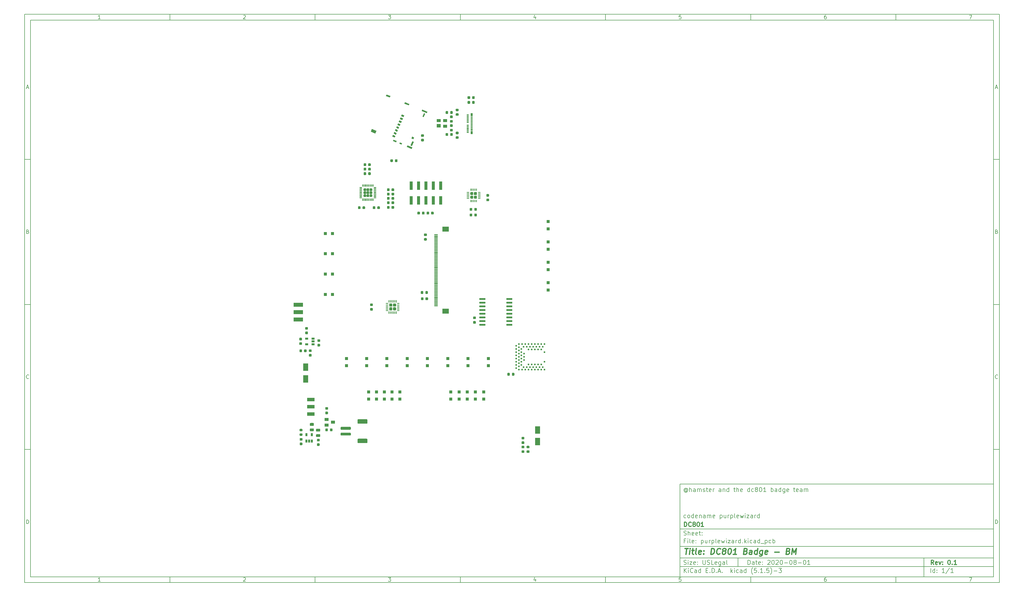
<source format=gbp>
G04 #@! TF.GenerationSoftware,KiCad,Pcbnew,(5.1.5)-3*
G04 #@! TF.CreationDate,2021-01-11T00:29:40-07:00*
G04 #@! TF.ProjectId,purplewizard,70757270-6c65-4776-997a-6172642e6b69,0.1*
G04 #@! TF.SameCoordinates,PX613b810PYa454c00*
G04 #@! TF.FileFunction,Paste,Bot*
G04 #@! TF.FilePolarity,Positive*
%FSLAX46Y46*%
G04 Gerber Fmt 4.6, Leading zero omitted, Abs format (unit mm)*
G04 Created by KiCad (PCBNEW (5.1.5)-3) date 2021-01-11 00:29:40*
%MOMM*%
%LPD*%
G04 APERTURE LIST*
%ADD10C,0.100000*%
%ADD11C,0.150000*%
%ADD12C,0.300000*%
%ADD13C,0.400000*%
%ADD14C,0.010000*%
%ADD15R,1.300000X0.300000*%
%ADD16R,2.200000X1.800000*%
%ADD17R,1.800000X2.500000*%
%ADD18R,2.500000X1.250000*%
%ADD19R,1.400000X1.000000*%
%ADD20R,1.400000X1.200000*%
%ADD21R,1.060000X0.650000*%
%ADD22R,3.180000X1.270000*%
%ADD23R,0.650000X1.060000*%
%ADD24R,0.500000X0.500000*%
%ADD25R,0.700000X1.000000*%
%ADD26R,0.700000X0.300000*%
%ADD27R,1.000000X1.000000*%
%ADD28R,1.000000X3.000000*%
G04 APERTURE END LIST*
D10*
D11*
X133644400Y413600D02*
X133644400Y-31586400D01*
X241644400Y-31586400D01*
X241644400Y413600D01*
X133644400Y413600D01*
D10*
D11*
X-91955600Y162313600D02*
X-91955600Y-33586400D01*
X243644400Y-33586400D01*
X243644400Y162313600D01*
X-91955600Y162313600D01*
D10*
D11*
X-89955600Y160313600D02*
X-89955600Y-31586400D01*
X241644400Y-31586400D01*
X241644400Y160313600D01*
X-89955600Y160313600D01*
D10*
D11*
X-41955600Y160313600D02*
X-41955600Y162313600D01*
D10*
D11*
X8044400Y160313600D02*
X8044400Y162313600D01*
D10*
D11*
X58044400Y160313600D02*
X58044400Y162313600D01*
D10*
D11*
X108044400Y160313600D02*
X108044400Y162313600D01*
D10*
D11*
X158044400Y160313600D02*
X158044400Y162313600D01*
D10*
D11*
X208044400Y160313600D02*
X208044400Y162313600D01*
D10*
D11*
X-65890124Y160725505D02*
X-66632981Y160725505D01*
X-66261553Y160725505D02*
X-66261553Y162025505D01*
X-66385362Y161839791D01*
X-66509172Y161715981D01*
X-66632981Y161654077D01*
D10*
D11*
X-16632981Y161901696D02*
X-16571077Y161963600D01*
X-16447267Y162025505D01*
X-16137743Y162025505D01*
X-16013934Y161963600D01*
X-15952029Y161901696D01*
X-15890124Y161777886D01*
X-15890124Y161654077D01*
X-15952029Y161468362D01*
X-16694886Y160725505D01*
X-15890124Y160725505D01*
D10*
D11*
X33305114Y162025505D02*
X34109876Y162025505D01*
X33676542Y161530267D01*
X33862257Y161530267D01*
X33986066Y161468362D01*
X34047971Y161406458D01*
X34109876Y161282648D01*
X34109876Y160973124D01*
X34047971Y160849315D01*
X33986066Y160787410D01*
X33862257Y160725505D01*
X33490828Y160725505D01*
X33367019Y160787410D01*
X33305114Y160849315D01*
D10*
D11*
X83986066Y161592172D02*
X83986066Y160725505D01*
X83676542Y162087410D02*
X83367019Y161158839D01*
X84171780Y161158839D01*
D10*
D11*
X134047971Y162025505D02*
X133428923Y162025505D01*
X133367019Y161406458D01*
X133428923Y161468362D01*
X133552733Y161530267D01*
X133862257Y161530267D01*
X133986066Y161468362D01*
X134047971Y161406458D01*
X134109876Y161282648D01*
X134109876Y160973124D01*
X134047971Y160849315D01*
X133986066Y160787410D01*
X133862257Y160725505D01*
X133552733Y160725505D01*
X133428923Y160787410D01*
X133367019Y160849315D01*
D10*
D11*
X183986066Y162025505D02*
X183738447Y162025505D01*
X183614638Y161963600D01*
X183552733Y161901696D01*
X183428923Y161715981D01*
X183367019Y161468362D01*
X183367019Y160973124D01*
X183428923Y160849315D01*
X183490828Y160787410D01*
X183614638Y160725505D01*
X183862257Y160725505D01*
X183986066Y160787410D01*
X184047971Y160849315D01*
X184109876Y160973124D01*
X184109876Y161282648D01*
X184047971Y161406458D01*
X183986066Y161468362D01*
X183862257Y161530267D01*
X183614638Y161530267D01*
X183490828Y161468362D01*
X183428923Y161406458D01*
X183367019Y161282648D01*
D10*
D11*
X233305114Y162025505D02*
X234171780Y162025505D01*
X233614638Y160725505D01*
D10*
D11*
X-41955600Y-31586400D02*
X-41955600Y-33586400D01*
D10*
D11*
X8044400Y-31586400D02*
X8044400Y-33586400D01*
D10*
D11*
X58044400Y-31586400D02*
X58044400Y-33586400D01*
D10*
D11*
X108044400Y-31586400D02*
X108044400Y-33586400D01*
D10*
D11*
X158044400Y-31586400D02*
X158044400Y-33586400D01*
D10*
D11*
X208044400Y-31586400D02*
X208044400Y-33586400D01*
D10*
D11*
X-65890124Y-33174495D02*
X-66632981Y-33174495D01*
X-66261553Y-33174495D02*
X-66261553Y-31874495D01*
X-66385362Y-32060209D01*
X-66509172Y-32184019D01*
X-66632981Y-32245923D01*
D10*
D11*
X-16632981Y-31998304D02*
X-16571077Y-31936400D01*
X-16447267Y-31874495D01*
X-16137743Y-31874495D01*
X-16013934Y-31936400D01*
X-15952029Y-31998304D01*
X-15890124Y-32122114D01*
X-15890124Y-32245923D01*
X-15952029Y-32431638D01*
X-16694886Y-33174495D01*
X-15890124Y-33174495D01*
D10*
D11*
X33305114Y-31874495D02*
X34109876Y-31874495D01*
X33676542Y-32369733D01*
X33862257Y-32369733D01*
X33986066Y-32431638D01*
X34047971Y-32493542D01*
X34109876Y-32617352D01*
X34109876Y-32926876D01*
X34047971Y-33050685D01*
X33986066Y-33112590D01*
X33862257Y-33174495D01*
X33490828Y-33174495D01*
X33367019Y-33112590D01*
X33305114Y-33050685D01*
D10*
D11*
X83986066Y-32307828D02*
X83986066Y-33174495D01*
X83676542Y-31812590D02*
X83367019Y-32741161D01*
X84171780Y-32741161D01*
D10*
D11*
X134047971Y-31874495D02*
X133428923Y-31874495D01*
X133367019Y-32493542D01*
X133428923Y-32431638D01*
X133552733Y-32369733D01*
X133862257Y-32369733D01*
X133986066Y-32431638D01*
X134047971Y-32493542D01*
X134109876Y-32617352D01*
X134109876Y-32926876D01*
X134047971Y-33050685D01*
X133986066Y-33112590D01*
X133862257Y-33174495D01*
X133552733Y-33174495D01*
X133428923Y-33112590D01*
X133367019Y-33050685D01*
D10*
D11*
X183986066Y-31874495D02*
X183738447Y-31874495D01*
X183614638Y-31936400D01*
X183552733Y-31998304D01*
X183428923Y-32184019D01*
X183367019Y-32431638D01*
X183367019Y-32926876D01*
X183428923Y-33050685D01*
X183490828Y-33112590D01*
X183614638Y-33174495D01*
X183862257Y-33174495D01*
X183986066Y-33112590D01*
X184047971Y-33050685D01*
X184109876Y-32926876D01*
X184109876Y-32617352D01*
X184047971Y-32493542D01*
X183986066Y-32431638D01*
X183862257Y-32369733D01*
X183614638Y-32369733D01*
X183490828Y-32431638D01*
X183428923Y-32493542D01*
X183367019Y-32617352D01*
D10*
D11*
X233305114Y-31874495D02*
X234171780Y-31874495D01*
X233614638Y-33174495D01*
D10*
D11*
X-91955600Y112313600D02*
X-89955600Y112313600D01*
D10*
D11*
X-91955600Y62313600D02*
X-89955600Y62313600D01*
D10*
D11*
X-91955600Y12313600D02*
X-89955600Y12313600D01*
D10*
D11*
X-91265124Y137096934D02*
X-90646077Y137096934D01*
X-91388934Y136725505D02*
X-90955600Y138025505D01*
X-90522267Y136725505D01*
D10*
D11*
X-90862743Y87406458D02*
X-90677029Y87344553D01*
X-90615124Y87282648D01*
X-90553220Y87158839D01*
X-90553220Y86973124D01*
X-90615124Y86849315D01*
X-90677029Y86787410D01*
X-90800839Y86725505D01*
X-91296077Y86725505D01*
X-91296077Y88025505D01*
X-90862743Y88025505D01*
X-90738934Y87963600D01*
X-90677029Y87901696D01*
X-90615124Y87777886D01*
X-90615124Y87654077D01*
X-90677029Y87530267D01*
X-90738934Y87468362D01*
X-90862743Y87406458D01*
X-91296077Y87406458D01*
D10*
D11*
X-90553220Y36849315D02*
X-90615124Y36787410D01*
X-90800839Y36725505D01*
X-90924648Y36725505D01*
X-91110362Y36787410D01*
X-91234172Y36911220D01*
X-91296077Y37035029D01*
X-91357981Y37282648D01*
X-91357981Y37468362D01*
X-91296077Y37715981D01*
X-91234172Y37839791D01*
X-91110362Y37963600D01*
X-90924648Y38025505D01*
X-90800839Y38025505D01*
X-90615124Y37963600D01*
X-90553220Y37901696D01*
D10*
D11*
X-91296077Y-13274495D02*
X-91296077Y-11974495D01*
X-90986553Y-11974495D01*
X-90800839Y-12036400D01*
X-90677029Y-12160209D01*
X-90615124Y-12284019D01*
X-90553220Y-12531638D01*
X-90553220Y-12717352D01*
X-90615124Y-12964971D01*
X-90677029Y-13088780D01*
X-90800839Y-13212590D01*
X-90986553Y-13274495D01*
X-91296077Y-13274495D01*
D10*
D11*
X243644400Y112313600D02*
X241644400Y112313600D01*
D10*
D11*
X243644400Y62313600D02*
X241644400Y62313600D01*
D10*
D11*
X243644400Y12313600D02*
X241644400Y12313600D01*
D10*
D11*
X242334876Y137096934D02*
X242953923Y137096934D01*
X242211066Y136725505D02*
X242644400Y138025505D01*
X243077733Y136725505D01*
D10*
D11*
X242737257Y87406458D02*
X242922971Y87344553D01*
X242984876Y87282648D01*
X243046780Y87158839D01*
X243046780Y86973124D01*
X242984876Y86849315D01*
X242922971Y86787410D01*
X242799161Y86725505D01*
X242303923Y86725505D01*
X242303923Y88025505D01*
X242737257Y88025505D01*
X242861066Y87963600D01*
X242922971Y87901696D01*
X242984876Y87777886D01*
X242984876Y87654077D01*
X242922971Y87530267D01*
X242861066Y87468362D01*
X242737257Y87406458D01*
X242303923Y87406458D01*
D10*
D11*
X243046780Y36849315D02*
X242984876Y36787410D01*
X242799161Y36725505D01*
X242675352Y36725505D01*
X242489638Y36787410D01*
X242365828Y36911220D01*
X242303923Y37035029D01*
X242242019Y37282648D01*
X242242019Y37468362D01*
X242303923Y37715981D01*
X242365828Y37839791D01*
X242489638Y37963600D01*
X242675352Y38025505D01*
X242799161Y38025505D01*
X242984876Y37963600D01*
X243046780Y37901696D01*
D10*
D11*
X242303923Y-13274495D02*
X242303923Y-11974495D01*
X242613447Y-11974495D01*
X242799161Y-12036400D01*
X242922971Y-12160209D01*
X242984876Y-12284019D01*
X243046780Y-12531638D01*
X243046780Y-12717352D01*
X242984876Y-12964971D01*
X242922971Y-13088780D01*
X242799161Y-13212590D01*
X242613447Y-13274495D01*
X242303923Y-13274495D01*
D10*
D11*
X157076542Y-27364971D02*
X157076542Y-25864971D01*
X157433685Y-25864971D01*
X157647971Y-25936400D01*
X157790828Y-26079257D01*
X157862257Y-26222114D01*
X157933685Y-26507828D01*
X157933685Y-26722114D01*
X157862257Y-27007828D01*
X157790828Y-27150685D01*
X157647971Y-27293542D01*
X157433685Y-27364971D01*
X157076542Y-27364971D01*
X159219400Y-27364971D02*
X159219400Y-26579257D01*
X159147971Y-26436400D01*
X159005114Y-26364971D01*
X158719400Y-26364971D01*
X158576542Y-26436400D01*
X159219400Y-27293542D02*
X159076542Y-27364971D01*
X158719400Y-27364971D01*
X158576542Y-27293542D01*
X158505114Y-27150685D01*
X158505114Y-27007828D01*
X158576542Y-26864971D01*
X158719400Y-26793542D01*
X159076542Y-26793542D01*
X159219400Y-26722114D01*
X159719400Y-26364971D02*
X160290828Y-26364971D01*
X159933685Y-25864971D02*
X159933685Y-27150685D01*
X160005114Y-27293542D01*
X160147971Y-27364971D01*
X160290828Y-27364971D01*
X161362257Y-27293542D02*
X161219400Y-27364971D01*
X160933685Y-27364971D01*
X160790828Y-27293542D01*
X160719400Y-27150685D01*
X160719400Y-26579257D01*
X160790828Y-26436400D01*
X160933685Y-26364971D01*
X161219400Y-26364971D01*
X161362257Y-26436400D01*
X161433685Y-26579257D01*
X161433685Y-26722114D01*
X160719400Y-26864971D01*
X162076542Y-27222114D02*
X162147971Y-27293542D01*
X162076542Y-27364971D01*
X162005114Y-27293542D01*
X162076542Y-27222114D01*
X162076542Y-27364971D01*
X162076542Y-26436400D02*
X162147971Y-26507828D01*
X162076542Y-26579257D01*
X162005114Y-26507828D01*
X162076542Y-26436400D01*
X162076542Y-26579257D01*
X163862257Y-26007828D02*
X163933685Y-25936400D01*
X164076542Y-25864971D01*
X164433685Y-25864971D01*
X164576542Y-25936400D01*
X164647971Y-26007828D01*
X164719400Y-26150685D01*
X164719400Y-26293542D01*
X164647971Y-26507828D01*
X163790828Y-27364971D01*
X164719400Y-27364971D01*
X165647971Y-25864971D02*
X165790828Y-25864971D01*
X165933685Y-25936400D01*
X166005114Y-26007828D01*
X166076542Y-26150685D01*
X166147971Y-26436400D01*
X166147971Y-26793542D01*
X166076542Y-27079257D01*
X166005114Y-27222114D01*
X165933685Y-27293542D01*
X165790828Y-27364971D01*
X165647971Y-27364971D01*
X165505114Y-27293542D01*
X165433685Y-27222114D01*
X165362257Y-27079257D01*
X165290828Y-26793542D01*
X165290828Y-26436400D01*
X165362257Y-26150685D01*
X165433685Y-26007828D01*
X165505114Y-25936400D01*
X165647971Y-25864971D01*
X166719400Y-26007828D02*
X166790828Y-25936400D01*
X166933685Y-25864971D01*
X167290828Y-25864971D01*
X167433685Y-25936400D01*
X167505114Y-26007828D01*
X167576542Y-26150685D01*
X167576542Y-26293542D01*
X167505114Y-26507828D01*
X166647971Y-27364971D01*
X167576542Y-27364971D01*
X168505114Y-25864971D02*
X168647971Y-25864971D01*
X168790828Y-25936400D01*
X168862257Y-26007828D01*
X168933685Y-26150685D01*
X169005114Y-26436400D01*
X169005114Y-26793542D01*
X168933685Y-27079257D01*
X168862257Y-27222114D01*
X168790828Y-27293542D01*
X168647971Y-27364971D01*
X168505114Y-27364971D01*
X168362257Y-27293542D01*
X168290828Y-27222114D01*
X168219400Y-27079257D01*
X168147971Y-26793542D01*
X168147971Y-26436400D01*
X168219400Y-26150685D01*
X168290828Y-26007828D01*
X168362257Y-25936400D01*
X168505114Y-25864971D01*
X169647971Y-26793542D02*
X170790828Y-26793542D01*
X171790828Y-25864971D02*
X171933685Y-25864971D01*
X172076542Y-25936400D01*
X172147971Y-26007828D01*
X172219400Y-26150685D01*
X172290828Y-26436400D01*
X172290828Y-26793542D01*
X172219400Y-27079257D01*
X172147971Y-27222114D01*
X172076542Y-27293542D01*
X171933685Y-27364971D01*
X171790828Y-27364971D01*
X171647971Y-27293542D01*
X171576542Y-27222114D01*
X171505114Y-27079257D01*
X171433685Y-26793542D01*
X171433685Y-26436400D01*
X171505114Y-26150685D01*
X171576542Y-26007828D01*
X171647971Y-25936400D01*
X171790828Y-25864971D01*
X173147971Y-26507828D02*
X173005114Y-26436400D01*
X172933685Y-26364971D01*
X172862257Y-26222114D01*
X172862257Y-26150685D01*
X172933685Y-26007828D01*
X173005114Y-25936400D01*
X173147971Y-25864971D01*
X173433685Y-25864971D01*
X173576542Y-25936400D01*
X173647971Y-26007828D01*
X173719400Y-26150685D01*
X173719400Y-26222114D01*
X173647971Y-26364971D01*
X173576542Y-26436400D01*
X173433685Y-26507828D01*
X173147971Y-26507828D01*
X173005114Y-26579257D01*
X172933685Y-26650685D01*
X172862257Y-26793542D01*
X172862257Y-27079257D01*
X172933685Y-27222114D01*
X173005114Y-27293542D01*
X173147971Y-27364971D01*
X173433685Y-27364971D01*
X173576542Y-27293542D01*
X173647971Y-27222114D01*
X173719400Y-27079257D01*
X173719400Y-26793542D01*
X173647971Y-26650685D01*
X173576542Y-26579257D01*
X173433685Y-26507828D01*
X174362257Y-26793542D02*
X175505114Y-26793542D01*
X176505114Y-25864971D02*
X176647971Y-25864971D01*
X176790828Y-25936400D01*
X176862257Y-26007828D01*
X176933685Y-26150685D01*
X177005114Y-26436400D01*
X177005114Y-26793542D01*
X176933685Y-27079257D01*
X176862257Y-27222114D01*
X176790828Y-27293542D01*
X176647971Y-27364971D01*
X176505114Y-27364971D01*
X176362257Y-27293542D01*
X176290828Y-27222114D01*
X176219400Y-27079257D01*
X176147971Y-26793542D01*
X176147971Y-26436400D01*
X176219400Y-26150685D01*
X176290828Y-26007828D01*
X176362257Y-25936400D01*
X176505114Y-25864971D01*
X178433685Y-27364971D02*
X177576542Y-27364971D01*
X178005114Y-27364971D02*
X178005114Y-25864971D01*
X177862257Y-26079257D01*
X177719400Y-26222114D01*
X177576542Y-26293542D01*
D10*
D11*
X133644400Y-28086400D02*
X241644400Y-28086400D01*
D10*
D11*
X135076542Y-30164971D02*
X135076542Y-28664971D01*
X135933685Y-30164971D02*
X135290828Y-29307828D01*
X135933685Y-28664971D02*
X135076542Y-29522114D01*
X136576542Y-30164971D02*
X136576542Y-29164971D01*
X136576542Y-28664971D02*
X136505114Y-28736400D01*
X136576542Y-28807828D01*
X136647971Y-28736400D01*
X136576542Y-28664971D01*
X136576542Y-28807828D01*
X138147971Y-30022114D02*
X138076542Y-30093542D01*
X137862257Y-30164971D01*
X137719400Y-30164971D01*
X137505114Y-30093542D01*
X137362257Y-29950685D01*
X137290828Y-29807828D01*
X137219400Y-29522114D01*
X137219400Y-29307828D01*
X137290828Y-29022114D01*
X137362257Y-28879257D01*
X137505114Y-28736400D01*
X137719400Y-28664971D01*
X137862257Y-28664971D01*
X138076542Y-28736400D01*
X138147971Y-28807828D01*
X139433685Y-30164971D02*
X139433685Y-29379257D01*
X139362257Y-29236400D01*
X139219400Y-29164971D01*
X138933685Y-29164971D01*
X138790828Y-29236400D01*
X139433685Y-30093542D02*
X139290828Y-30164971D01*
X138933685Y-30164971D01*
X138790828Y-30093542D01*
X138719400Y-29950685D01*
X138719400Y-29807828D01*
X138790828Y-29664971D01*
X138933685Y-29593542D01*
X139290828Y-29593542D01*
X139433685Y-29522114D01*
X140790828Y-30164971D02*
X140790828Y-28664971D01*
X140790828Y-30093542D02*
X140647971Y-30164971D01*
X140362257Y-30164971D01*
X140219400Y-30093542D01*
X140147971Y-30022114D01*
X140076542Y-29879257D01*
X140076542Y-29450685D01*
X140147971Y-29307828D01*
X140219400Y-29236400D01*
X140362257Y-29164971D01*
X140647971Y-29164971D01*
X140790828Y-29236400D01*
X142647971Y-29379257D02*
X143147971Y-29379257D01*
X143362257Y-30164971D02*
X142647971Y-30164971D01*
X142647971Y-28664971D01*
X143362257Y-28664971D01*
X144005114Y-30022114D02*
X144076542Y-30093542D01*
X144005114Y-30164971D01*
X143933685Y-30093542D01*
X144005114Y-30022114D01*
X144005114Y-30164971D01*
X144719400Y-30164971D02*
X144719400Y-28664971D01*
X145076542Y-28664971D01*
X145290828Y-28736400D01*
X145433685Y-28879257D01*
X145505114Y-29022114D01*
X145576542Y-29307828D01*
X145576542Y-29522114D01*
X145505114Y-29807828D01*
X145433685Y-29950685D01*
X145290828Y-30093542D01*
X145076542Y-30164971D01*
X144719400Y-30164971D01*
X146219400Y-30022114D02*
X146290828Y-30093542D01*
X146219400Y-30164971D01*
X146147971Y-30093542D01*
X146219400Y-30022114D01*
X146219400Y-30164971D01*
X146862257Y-29736400D02*
X147576542Y-29736400D01*
X146719400Y-30164971D02*
X147219400Y-28664971D01*
X147719400Y-30164971D01*
X148219400Y-30022114D02*
X148290828Y-30093542D01*
X148219400Y-30164971D01*
X148147971Y-30093542D01*
X148219400Y-30022114D01*
X148219400Y-30164971D01*
X151219400Y-30164971D02*
X151219400Y-28664971D01*
X151362257Y-29593542D02*
X151790828Y-30164971D01*
X151790828Y-29164971D02*
X151219400Y-29736400D01*
X152433685Y-30164971D02*
X152433685Y-29164971D01*
X152433685Y-28664971D02*
X152362257Y-28736400D01*
X152433685Y-28807828D01*
X152505114Y-28736400D01*
X152433685Y-28664971D01*
X152433685Y-28807828D01*
X153790828Y-30093542D02*
X153647971Y-30164971D01*
X153362257Y-30164971D01*
X153219400Y-30093542D01*
X153147971Y-30022114D01*
X153076542Y-29879257D01*
X153076542Y-29450685D01*
X153147971Y-29307828D01*
X153219400Y-29236400D01*
X153362257Y-29164971D01*
X153647971Y-29164971D01*
X153790828Y-29236400D01*
X155076542Y-30164971D02*
X155076542Y-29379257D01*
X155005114Y-29236400D01*
X154862257Y-29164971D01*
X154576542Y-29164971D01*
X154433685Y-29236400D01*
X155076542Y-30093542D02*
X154933685Y-30164971D01*
X154576542Y-30164971D01*
X154433685Y-30093542D01*
X154362257Y-29950685D01*
X154362257Y-29807828D01*
X154433685Y-29664971D01*
X154576542Y-29593542D01*
X154933685Y-29593542D01*
X155076542Y-29522114D01*
X156433685Y-30164971D02*
X156433685Y-28664971D01*
X156433685Y-30093542D02*
X156290828Y-30164971D01*
X156005114Y-30164971D01*
X155862257Y-30093542D01*
X155790828Y-30022114D01*
X155719400Y-29879257D01*
X155719400Y-29450685D01*
X155790828Y-29307828D01*
X155862257Y-29236400D01*
X156005114Y-29164971D01*
X156290828Y-29164971D01*
X156433685Y-29236400D01*
X158719400Y-30736400D02*
X158647971Y-30664971D01*
X158505114Y-30450685D01*
X158433685Y-30307828D01*
X158362257Y-30093542D01*
X158290828Y-29736400D01*
X158290828Y-29450685D01*
X158362257Y-29093542D01*
X158433685Y-28879257D01*
X158505114Y-28736400D01*
X158647971Y-28522114D01*
X158719400Y-28450685D01*
X160005114Y-28664971D02*
X159290828Y-28664971D01*
X159219400Y-29379257D01*
X159290828Y-29307828D01*
X159433685Y-29236400D01*
X159790828Y-29236400D01*
X159933685Y-29307828D01*
X160005114Y-29379257D01*
X160076542Y-29522114D01*
X160076542Y-29879257D01*
X160005114Y-30022114D01*
X159933685Y-30093542D01*
X159790828Y-30164971D01*
X159433685Y-30164971D01*
X159290828Y-30093542D01*
X159219400Y-30022114D01*
X160719400Y-30022114D02*
X160790828Y-30093542D01*
X160719400Y-30164971D01*
X160647971Y-30093542D01*
X160719400Y-30022114D01*
X160719400Y-30164971D01*
X162219400Y-30164971D02*
X161362257Y-30164971D01*
X161790828Y-30164971D02*
X161790828Y-28664971D01*
X161647971Y-28879257D01*
X161505114Y-29022114D01*
X161362257Y-29093542D01*
X162862257Y-30022114D02*
X162933685Y-30093542D01*
X162862257Y-30164971D01*
X162790828Y-30093542D01*
X162862257Y-30022114D01*
X162862257Y-30164971D01*
X164290828Y-28664971D02*
X163576542Y-28664971D01*
X163505114Y-29379257D01*
X163576542Y-29307828D01*
X163719400Y-29236400D01*
X164076542Y-29236400D01*
X164219400Y-29307828D01*
X164290828Y-29379257D01*
X164362257Y-29522114D01*
X164362257Y-29879257D01*
X164290828Y-30022114D01*
X164219400Y-30093542D01*
X164076542Y-30164971D01*
X163719400Y-30164971D01*
X163576542Y-30093542D01*
X163505114Y-30022114D01*
X164862257Y-30736400D02*
X164933685Y-30664971D01*
X165076542Y-30450685D01*
X165147971Y-30307828D01*
X165219400Y-30093542D01*
X165290828Y-29736400D01*
X165290828Y-29450685D01*
X165219400Y-29093542D01*
X165147971Y-28879257D01*
X165076542Y-28736400D01*
X164933685Y-28522114D01*
X164862257Y-28450685D01*
X166005114Y-29593542D02*
X167147971Y-29593542D01*
X167719400Y-28664971D02*
X168647971Y-28664971D01*
X168147971Y-29236400D01*
X168362257Y-29236400D01*
X168505114Y-29307828D01*
X168576542Y-29379257D01*
X168647971Y-29522114D01*
X168647971Y-29879257D01*
X168576542Y-30022114D01*
X168505114Y-30093542D01*
X168362257Y-30164971D01*
X167933685Y-30164971D01*
X167790828Y-30093542D01*
X167719400Y-30022114D01*
D10*
D11*
X133644400Y-25086400D02*
X241644400Y-25086400D01*
D10*
D12*
X221053685Y-27364971D02*
X220553685Y-26650685D01*
X220196542Y-27364971D02*
X220196542Y-25864971D01*
X220767971Y-25864971D01*
X220910828Y-25936400D01*
X220982257Y-26007828D01*
X221053685Y-26150685D01*
X221053685Y-26364971D01*
X220982257Y-26507828D01*
X220910828Y-26579257D01*
X220767971Y-26650685D01*
X220196542Y-26650685D01*
X222267971Y-27293542D02*
X222125114Y-27364971D01*
X221839400Y-27364971D01*
X221696542Y-27293542D01*
X221625114Y-27150685D01*
X221625114Y-26579257D01*
X221696542Y-26436400D01*
X221839400Y-26364971D01*
X222125114Y-26364971D01*
X222267971Y-26436400D01*
X222339400Y-26579257D01*
X222339400Y-26722114D01*
X221625114Y-26864971D01*
X222839400Y-26364971D02*
X223196542Y-27364971D01*
X223553685Y-26364971D01*
X224125114Y-27222114D02*
X224196542Y-27293542D01*
X224125114Y-27364971D01*
X224053685Y-27293542D01*
X224125114Y-27222114D01*
X224125114Y-27364971D01*
X224125114Y-26436400D02*
X224196542Y-26507828D01*
X224125114Y-26579257D01*
X224053685Y-26507828D01*
X224125114Y-26436400D01*
X224125114Y-26579257D01*
X226267971Y-25864971D02*
X226410828Y-25864971D01*
X226553685Y-25936400D01*
X226625114Y-26007828D01*
X226696542Y-26150685D01*
X226767971Y-26436400D01*
X226767971Y-26793542D01*
X226696542Y-27079257D01*
X226625114Y-27222114D01*
X226553685Y-27293542D01*
X226410828Y-27364971D01*
X226267971Y-27364971D01*
X226125114Y-27293542D01*
X226053685Y-27222114D01*
X225982257Y-27079257D01*
X225910828Y-26793542D01*
X225910828Y-26436400D01*
X225982257Y-26150685D01*
X226053685Y-26007828D01*
X226125114Y-25936400D01*
X226267971Y-25864971D01*
X227410828Y-27222114D02*
X227482257Y-27293542D01*
X227410828Y-27364971D01*
X227339400Y-27293542D01*
X227410828Y-27222114D01*
X227410828Y-27364971D01*
X228910828Y-27364971D02*
X228053685Y-27364971D01*
X228482257Y-27364971D02*
X228482257Y-25864971D01*
X228339400Y-26079257D01*
X228196542Y-26222114D01*
X228053685Y-26293542D01*
D10*
D11*
X135005114Y-27293542D02*
X135219400Y-27364971D01*
X135576542Y-27364971D01*
X135719400Y-27293542D01*
X135790828Y-27222114D01*
X135862257Y-27079257D01*
X135862257Y-26936400D01*
X135790828Y-26793542D01*
X135719400Y-26722114D01*
X135576542Y-26650685D01*
X135290828Y-26579257D01*
X135147971Y-26507828D01*
X135076542Y-26436400D01*
X135005114Y-26293542D01*
X135005114Y-26150685D01*
X135076542Y-26007828D01*
X135147971Y-25936400D01*
X135290828Y-25864971D01*
X135647971Y-25864971D01*
X135862257Y-25936400D01*
X136505114Y-27364971D02*
X136505114Y-26364971D01*
X136505114Y-25864971D02*
X136433685Y-25936400D01*
X136505114Y-26007828D01*
X136576542Y-25936400D01*
X136505114Y-25864971D01*
X136505114Y-26007828D01*
X137076542Y-26364971D02*
X137862257Y-26364971D01*
X137076542Y-27364971D01*
X137862257Y-27364971D01*
X139005114Y-27293542D02*
X138862257Y-27364971D01*
X138576542Y-27364971D01*
X138433685Y-27293542D01*
X138362257Y-27150685D01*
X138362257Y-26579257D01*
X138433685Y-26436400D01*
X138576542Y-26364971D01*
X138862257Y-26364971D01*
X139005114Y-26436400D01*
X139076542Y-26579257D01*
X139076542Y-26722114D01*
X138362257Y-26864971D01*
X139719400Y-27222114D02*
X139790828Y-27293542D01*
X139719400Y-27364971D01*
X139647971Y-27293542D01*
X139719400Y-27222114D01*
X139719400Y-27364971D01*
X139719400Y-26436400D02*
X139790828Y-26507828D01*
X139719400Y-26579257D01*
X139647971Y-26507828D01*
X139719400Y-26436400D01*
X139719400Y-26579257D01*
X141576542Y-25864971D02*
X141576542Y-27079257D01*
X141647971Y-27222114D01*
X141719400Y-27293542D01*
X141862257Y-27364971D01*
X142147971Y-27364971D01*
X142290828Y-27293542D01*
X142362257Y-27222114D01*
X142433685Y-27079257D01*
X142433685Y-25864971D01*
X143076542Y-27293542D02*
X143290828Y-27364971D01*
X143647971Y-27364971D01*
X143790828Y-27293542D01*
X143862257Y-27222114D01*
X143933685Y-27079257D01*
X143933685Y-26936400D01*
X143862257Y-26793542D01*
X143790828Y-26722114D01*
X143647971Y-26650685D01*
X143362257Y-26579257D01*
X143219400Y-26507828D01*
X143147971Y-26436400D01*
X143076542Y-26293542D01*
X143076542Y-26150685D01*
X143147971Y-26007828D01*
X143219400Y-25936400D01*
X143362257Y-25864971D01*
X143719400Y-25864971D01*
X143933685Y-25936400D01*
X145290828Y-27364971D02*
X144576542Y-27364971D01*
X144576542Y-25864971D01*
X146362257Y-27293542D02*
X146219400Y-27364971D01*
X145933685Y-27364971D01*
X145790828Y-27293542D01*
X145719400Y-27150685D01*
X145719400Y-26579257D01*
X145790828Y-26436400D01*
X145933685Y-26364971D01*
X146219400Y-26364971D01*
X146362257Y-26436400D01*
X146433685Y-26579257D01*
X146433685Y-26722114D01*
X145719400Y-26864971D01*
X147719400Y-26364971D02*
X147719400Y-27579257D01*
X147647971Y-27722114D01*
X147576542Y-27793542D01*
X147433685Y-27864971D01*
X147219400Y-27864971D01*
X147076542Y-27793542D01*
X147719400Y-27293542D02*
X147576542Y-27364971D01*
X147290828Y-27364971D01*
X147147971Y-27293542D01*
X147076542Y-27222114D01*
X147005114Y-27079257D01*
X147005114Y-26650685D01*
X147076542Y-26507828D01*
X147147971Y-26436400D01*
X147290828Y-26364971D01*
X147576542Y-26364971D01*
X147719400Y-26436400D01*
X149076542Y-27364971D02*
X149076542Y-26579257D01*
X149005114Y-26436400D01*
X148862257Y-26364971D01*
X148576542Y-26364971D01*
X148433685Y-26436400D01*
X149076542Y-27293542D02*
X148933685Y-27364971D01*
X148576542Y-27364971D01*
X148433685Y-27293542D01*
X148362257Y-27150685D01*
X148362257Y-27007828D01*
X148433685Y-26864971D01*
X148576542Y-26793542D01*
X148933685Y-26793542D01*
X149076542Y-26722114D01*
X150005114Y-27364971D02*
X149862257Y-27293542D01*
X149790828Y-27150685D01*
X149790828Y-25864971D01*
D10*
D11*
X220076542Y-30164971D02*
X220076542Y-28664971D01*
X221433685Y-30164971D02*
X221433685Y-28664971D01*
X221433685Y-30093542D02*
X221290828Y-30164971D01*
X221005114Y-30164971D01*
X220862257Y-30093542D01*
X220790828Y-30022114D01*
X220719400Y-29879257D01*
X220719400Y-29450685D01*
X220790828Y-29307828D01*
X220862257Y-29236400D01*
X221005114Y-29164971D01*
X221290828Y-29164971D01*
X221433685Y-29236400D01*
X222147971Y-30022114D02*
X222219400Y-30093542D01*
X222147971Y-30164971D01*
X222076542Y-30093542D01*
X222147971Y-30022114D01*
X222147971Y-30164971D01*
X222147971Y-29236400D02*
X222219400Y-29307828D01*
X222147971Y-29379257D01*
X222076542Y-29307828D01*
X222147971Y-29236400D01*
X222147971Y-29379257D01*
X224790828Y-30164971D02*
X223933685Y-30164971D01*
X224362257Y-30164971D02*
X224362257Y-28664971D01*
X224219400Y-28879257D01*
X224076542Y-29022114D01*
X223933685Y-29093542D01*
X226505114Y-28593542D02*
X225219400Y-30522114D01*
X227790828Y-30164971D02*
X226933685Y-30164971D01*
X227362257Y-30164971D02*
X227362257Y-28664971D01*
X227219400Y-28879257D01*
X227076542Y-29022114D01*
X226933685Y-29093542D01*
D10*
D11*
X133644400Y-21086400D02*
X241644400Y-21086400D01*
D10*
D13*
X135356780Y-21791161D02*
X136499638Y-21791161D01*
X135678209Y-23791161D02*
X135928209Y-21791161D01*
X136916304Y-23791161D02*
X137082971Y-22457828D01*
X137166304Y-21791161D02*
X137059161Y-21886400D01*
X137142495Y-21981638D01*
X137249638Y-21886400D01*
X137166304Y-21791161D01*
X137142495Y-21981638D01*
X137749638Y-22457828D02*
X138511542Y-22457828D01*
X138118685Y-21791161D02*
X137904400Y-23505447D01*
X137975828Y-23695923D01*
X138154400Y-23791161D01*
X138344876Y-23791161D01*
X139297257Y-23791161D02*
X139118685Y-23695923D01*
X139047257Y-23505447D01*
X139261542Y-21791161D01*
X140832971Y-23695923D02*
X140630590Y-23791161D01*
X140249638Y-23791161D01*
X140071066Y-23695923D01*
X139999638Y-23505447D01*
X140094876Y-22743542D01*
X140213923Y-22553066D01*
X140416304Y-22457828D01*
X140797257Y-22457828D01*
X140975828Y-22553066D01*
X141047257Y-22743542D01*
X141023447Y-22934019D01*
X140047257Y-23124495D01*
X141797257Y-23600685D02*
X141880590Y-23695923D01*
X141773447Y-23791161D01*
X141690114Y-23695923D01*
X141797257Y-23600685D01*
X141773447Y-23791161D01*
X141928209Y-22553066D02*
X142011542Y-22648304D01*
X141904400Y-22743542D01*
X141821066Y-22648304D01*
X141928209Y-22553066D01*
X141904400Y-22743542D01*
X144249638Y-23791161D02*
X144499638Y-21791161D01*
X144975828Y-21791161D01*
X145249638Y-21886400D01*
X145416304Y-22076876D01*
X145487733Y-22267352D01*
X145535352Y-22648304D01*
X145499638Y-22934019D01*
X145356780Y-23314971D01*
X145237733Y-23505447D01*
X145023447Y-23695923D01*
X144725828Y-23791161D01*
X144249638Y-23791161D01*
X147416304Y-23600685D02*
X147309161Y-23695923D01*
X147011542Y-23791161D01*
X146821066Y-23791161D01*
X146547257Y-23695923D01*
X146380590Y-23505447D01*
X146309161Y-23314971D01*
X146261542Y-22934019D01*
X146297257Y-22648304D01*
X146440114Y-22267352D01*
X146559161Y-22076876D01*
X146773447Y-21886400D01*
X147071066Y-21791161D01*
X147261542Y-21791161D01*
X147535352Y-21886400D01*
X147618685Y-21981638D01*
X148678209Y-22648304D02*
X148499638Y-22553066D01*
X148416304Y-22457828D01*
X148344876Y-22267352D01*
X148356780Y-22172114D01*
X148475828Y-21981638D01*
X148582971Y-21886400D01*
X148785352Y-21791161D01*
X149166304Y-21791161D01*
X149344876Y-21886400D01*
X149428209Y-21981638D01*
X149499638Y-22172114D01*
X149487733Y-22267352D01*
X149368685Y-22457828D01*
X149261542Y-22553066D01*
X149059161Y-22648304D01*
X148678209Y-22648304D01*
X148475828Y-22743542D01*
X148368685Y-22838780D01*
X148249638Y-23029257D01*
X148202019Y-23410209D01*
X148273447Y-23600685D01*
X148356780Y-23695923D01*
X148535352Y-23791161D01*
X148916304Y-23791161D01*
X149118685Y-23695923D01*
X149225828Y-23600685D01*
X149344876Y-23410209D01*
X149392495Y-23029257D01*
X149321066Y-22838780D01*
X149237733Y-22743542D01*
X149059161Y-22648304D01*
X150785352Y-21791161D02*
X150975828Y-21791161D01*
X151154400Y-21886400D01*
X151237733Y-21981638D01*
X151309161Y-22172114D01*
X151356780Y-22553066D01*
X151297257Y-23029257D01*
X151154400Y-23410209D01*
X151035352Y-23600685D01*
X150928209Y-23695923D01*
X150725828Y-23791161D01*
X150535352Y-23791161D01*
X150356780Y-23695923D01*
X150273447Y-23600685D01*
X150202019Y-23410209D01*
X150154400Y-23029257D01*
X150213923Y-22553066D01*
X150356780Y-22172114D01*
X150475828Y-21981638D01*
X150582971Y-21886400D01*
X150785352Y-21791161D01*
X153106780Y-23791161D02*
X151963923Y-23791161D01*
X152535352Y-23791161D02*
X152785352Y-21791161D01*
X152559161Y-22076876D01*
X152344876Y-22267352D01*
X152142495Y-22362590D01*
X156285352Y-22743542D02*
X156559161Y-22838780D01*
X156642495Y-22934019D01*
X156713923Y-23124495D01*
X156678209Y-23410209D01*
X156559161Y-23600685D01*
X156452019Y-23695923D01*
X156249638Y-23791161D01*
X155487733Y-23791161D01*
X155737733Y-21791161D01*
X156404400Y-21791161D01*
X156582971Y-21886400D01*
X156666304Y-21981638D01*
X156737733Y-22172114D01*
X156713923Y-22362590D01*
X156594876Y-22553066D01*
X156487733Y-22648304D01*
X156285352Y-22743542D01*
X155618685Y-22743542D01*
X158344876Y-23791161D02*
X158475828Y-22743542D01*
X158404400Y-22553066D01*
X158225828Y-22457828D01*
X157844876Y-22457828D01*
X157642495Y-22553066D01*
X158356780Y-23695923D02*
X158154400Y-23791161D01*
X157678209Y-23791161D01*
X157499638Y-23695923D01*
X157428209Y-23505447D01*
X157452019Y-23314971D01*
X157571066Y-23124495D01*
X157773447Y-23029257D01*
X158249638Y-23029257D01*
X158452019Y-22934019D01*
X160154400Y-23791161D02*
X160404400Y-21791161D01*
X160166304Y-23695923D02*
X159963923Y-23791161D01*
X159582971Y-23791161D01*
X159404400Y-23695923D01*
X159321066Y-23600685D01*
X159249638Y-23410209D01*
X159321066Y-22838780D01*
X159440114Y-22648304D01*
X159547257Y-22553066D01*
X159749638Y-22457828D01*
X160130590Y-22457828D01*
X160309161Y-22553066D01*
X162130590Y-22457828D02*
X161928209Y-24076876D01*
X161809161Y-24267352D01*
X161702019Y-24362590D01*
X161499638Y-24457828D01*
X161213923Y-24457828D01*
X161035352Y-24362590D01*
X161975828Y-23695923D02*
X161773447Y-23791161D01*
X161392495Y-23791161D01*
X161213923Y-23695923D01*
X161130590Y-23600685D01*
X161059161Y-23410209D01*
X161130590Y-22838780D01*
X161249638Y-22648304D01*
X161356780Y-22553066D01*
X161559161Y-22457828D01*
X161940114Y-22457828D01*
X162118685Y-22553066D01*
X163690114Y-23695923D02*
X163487733Y-23791161D01*
X163106780Y-23791161D01*
X162928209Y-23695923D01*
X162856780Y-23505447D01*
X162952019Y-22743542D01*
X163071066Y-22553066D01*
X163273447Y-22457828D01*
X163654400Y-22457828D01*
X163832971Y-22553066D01*
X163904400Y-22743542D01*
X163880590Y-22934019D01*
X162904400Y-23124495D01*
X166249638Y-23029257D02*
X167773447Y-23029257D01*
X170952019Y-22743542D02*
X171225828Y-22838780D01*
X171309161Y-22934019D01*
X171380590Y-23124495D01*
X171344876Y-23410209D01*
X171225828Y-23600685D01*
X171118685Y-23695923D01*
X170916304Y-23791161D01*
X170154400Y-23791161D01*
X170404400Y-21791161D01*
X171071066Y-21791161D01*
X171249638Y-21886400D01*
X171332971Y-21981638D01*
X171404400Y-22172114D01*
X171380590Y-22362590D01*
X171261542Y-22553066D01*
X171154400Y-22648304D01*
X170952019Y-22743542D01*
X170285352Y-22743542D01*
X172154400Y-23791161D02*
X172404400Y-21791161D01*
X172892495Y-23219733D01*
X173737733Y-21791161D01*
X173487733Y-23791161D01*
D10*
D11*
X135576542Y-19179257D02*
X135076542Y-19179257D01*
X135076542Y-19964971D02*
X135076542Y-18464971D01*
X135790828Y-18464971D01*
X136362257Y-19964971D02*
X136362257Y-18964971D01*
X136362257Y-18464971D02*
X136290828Y-18536400D01*
X136362257Y-18607828D01*
X136433685Y-18536400D01*
X136362257Y-18464971D01*
X136362257Y-18607828D01*
X137290828Y-19964971D02*
X137147971Y-19893542D01*
X137076542Y-19750685D01*
X137076542Y-18464971D01*
X138433685Y-19893542D02*
X138290828Y-19964971D01*
X138005114Y-19964971D01*
X137862257Y-19893542D01*
X137790828Y-19750685D01*
X137790828Y-19179257D01*
X137862257Y-19036400D01*
X138005114Y-18964971D01*
X138290828Y-18964971D01*
X138433685Y-19036400D01*
X138505114Y-19179257D01*
X138505114Y-19322114D01*
X137790828Y-19464971D01*
X139147971Y-19822114D02*
X139219400Y-19893542D01*
X139147971Y-19964971D01*
X139076542Y-19893542D01*
X139147971Y-19822114D01*
X139147971Y-19964971D01*
X139147971Y-19036400D02*
X139219400Y-19107828D01*
X139147971Y-19179257D01*
X139076542Y-19107828D01*
X139147971Y-19036400D01*
X139147971Y-19179257D01*
X141005114Y-18964971D02*
X141005114Y-20464971D01*
X141005114Y-19036400D02*
X141147971Y-18964971D01*
X141433685Y-18964971D01*
X141576542Y-19036400D01*
X141647971Y-19107828D01*
X141719400Y-19250685D01*
X141719400Y-19679257D01*
X141647971Y-19822114D01*
X141576542Y-19893542D01*
X141433685Y-19964971D01*
X141147971Y-19964971D01*
X141005114Y-19893542D01*
X143005114Y-18964971D02*
X143005114Y-19964971D01*
X142362257Y-18964971D02*
X142362257Y-19750685D01*
X142433685Y-19893542D01*
X142576542Y-19964971D01*
X142790828Y-19964971D01*
X142933685Y-19893542D01*
X143005114Y-19822114D01*
X143719400Y-19964971D02*
X143719400Y-18964971D01*
X143719400Y-19250685D02*
X143790828Y-19107828D01*
X143862257Y-19036400D01*
X144005114Y-18964971D01*
X144147971Y-18964971D01*
X144647971Y-18964971D02*
X144647971Y-20464971D01*
X144647971Y-19036400D02*
X144790828Y-18964971D01*
X145076542Y-18964971D01*
X145219400Y-19036400D01*
X145290828Y-19107828D01*
X145362257Y-19250685D01*
X145362257Y-19679257D01*
X145290828Y-19822114D01*
X145219400Y-19893542D01*
X145076542Y-19964971D01*
X144790828Y-19964971D01*
X144647971Y-19893542D01*
X146219400Y-19964971D02*
X146076542Y-19893542D01*
X146005114Y-19750685D01*
X146005114Y-18464971D01*
X147362257Y-19893542D02*
X147219400Y-19964971D01*
X146933685Y-19964971D01*
X146790828Y-19893542D01*
X146719400Y-19750685D01*
X146719400Y-19179257D01*
X146790828Y-19036400D01*
X146933685Y-18964971D01*
X147219400Y-18964971D01*
X147362257Y-19036400D01*
X147433685Y-19179257D01*
X147433685Y-19322114D01*
X146719400Y-19464971D01*
X147933685Y-18964971D02*
X148219400Y-19964971D01*
X148505114Y-19250685D01*
X148790828Y-19964971D01*
X149076542Y-18964971D01*
X149647971Y-19964971D02*
X149647971Y-18964971D01*
X149647971Y-18464971D02*
X149576542Y-18536400D01*
X149647971Y-18607828D01*
X149719400Y-18536400D01*
X149647971Y-18464971D01*
X149647971Y-18607828D01*
X150219400Y-18964971D02*
X151005114Y-18964971D01*
X150219400Y-19964971D01*
X151005114Y-19964971D01*
X152219400Y-19964971D02*
X152219400Y-19179257D01*
X152147971Y-19036400D01*
X152005114Y-18964971D01*
X151719400Y-18964971D01*
X151576542Y-19036400D01*
X152219400Y-19893542D02*
X152076542Y-19964971D01*
X151719400Y-19964971D01*
X151576542Y-19893542D01*
X151505114Y-19750685D01*
X151505114Y-19607828D01*
X151576542Y-19464971D01*
X151719400Y-19393542D01*
X152076542Y-19393542D01*
X152219400Y-19322114D01*
X152933685Y-19964971D02*
X152933685Y-18964971D01*
X152933685Y-19250685D02*
X153005114Y-19107828D01*
X153076542Y-19036400D01*
X153219400Y-18964971D01*
X153362257Y-18964971D01*
X154505114Y-19964971D02*
X154505114Y-18464971D01*
X154505114Y-19893542D02*
X154362257Y-19964971D01*
X154076542Y-19964971D01*
X153933685Y-19893542D01*
X153862257Y-19822114D01*
X153790828Y-19679257D01*
X153790828Y-19250685D01*
X153862257Y-19107828D01*
X153933685Y-19036400D01*
X154076542Y-18964971D01*
X154362257Y-18964971D01*
X154505114Y-19036400D01*
X155219400Y-19822114D02*
X155290828Y-19893542D01*
X155219400Y-19964971D01*
X155147971Y-19893542D01*
X155219400Y-19822114D01*
X155219400Y-19964971D01*
X155933685Y-19964971D02*
X155933685Y-18464971D01*
X156076542Y-19393542D02*
X156505114Y-19964971D01*
X156505114Y-18964971D02*
X155933685Y-19536400D01*
X157147971Y-19964971D02*
X157147971Y-18964971D01*
X157147971Y-18464971D02*
X157076542Y-18536400D01*
X157147971Y-18607828D01*
X157219400Y-18536400D01*
X157147971Y-18464971D01*
X157147971Y-18607828D01*
X158505114Y-19893542D02*
X158362257Y-19964971D01*
X158076542Y-19964971D01*
X157933685Y-19893542D01*
X157862257Y-19822114D01*
X157790828Y-19679257D01*
X157790828Y-19250685D01*
X157862257Y-19107828D01*
X157933685Y-19036400D01*
X158076542Y-18964971D01*
X158362257Y-18964971D01*
X158505114Y-19036400D01*
X159790828Y-19964971D02*
X159790828Y-19179257D01*
X159719400Y-19036400D01*
X159576542Y-18964971D01*
X159290828Y-18964971D01*
X159147971Y-19036400D01*
X159790828Y-19893542D02*
X159647971Y-19964971D01*
X159290828Y-19964971D01*
X159147971Y-19893542D01*
X159076542Y-19750685D01*
X159076542Y-19607828D01*
X159147971Y-19464971D01*
X159290828Y-19393542D01*
X159647971Y-19393542D01*
X159790828Y-19322114D01*
X161147971Y-19964971D02*
X161147971Y-18464971D01*
X161147971Y-19893542D02*
X161005114Y-19964971D01*
X160719400Y-19964971D01*
X160576542Y-19893542D01*
X160505114Y-19822114D01*
X160433685Y-19679257D01*
X160433685Y-19250685D01*
X160505114Y-19107828D01*
X160576542Y-19036400D01*
X160719400Y-18964971D01*
X161005114Y-18964971D01*
X161147971Y-19036400D01*
X161505114Y-20107828D02*
X162647971Y-20107828D01*
X163005114Y-18964971D02*
X163005114Y-20464971D01*
X163005114Y-19036400D02*
X163147971Y-18964971D01*
X163433685Y-18964971D01*
X163576542Y-19036400D01*
X163647971Y-19107828D01*
X163719400Y-19250685D01*
X163719400Y-19679257D01*
X163647971Y-19822114D01*
X163576542Y-19893542D01*
X163433685Y-19964971D01*
X163147971Y-19964971D01*
X163005114Y-19893542D01*
X165005114Y-19893542D02*
X164862257Y-19964971D01*
X164576542Y-19964971D01*
X164433685Y-19893542D01*
X164362257Y-19822114D01*
X164290828Y-19679257D01*
X164290828Y-19250685D01*
X164362257Y-19107828D01*
X164433685Y-19036400D01*
X164576542Y-18964971D01*
X164862257Y-18964971D01*
X165005114Y-19036400D01*
X165647971Y-19964971D02*
X165647971Y-18464971D01*
X165647971Y-19036400D02*
X165790828Y-18964971D01*
X166076542Y-18964971D01*
X166219400Y-19036400D01*
X166290828Y-19107828D01*
X166362257Y-19250685D01*
X166362257Y-19679257D01*
X166290828Y-19822114D01*
X166219400Y-19893542D01*
X166076542Y-19964971D01*
X165790828Y-19964971D01*
X165647971Y-19893542D01*
D10*
D11*
X133644400Y-15086400D02*
X241644400Y-15086400D01*
D10*
D11*
X135005114Y-17193542D02*
X135219400Y-17264971D01*
X135576542Y-17264971D01*
X135719400Y-17193542D01*
X135790828Y-17122114D01*
X135862257Y-16979257D01*
X135862257Y-16836400D01*
X135790828Y-16693542D01*
X135719400Y-16622114D01*
X135576542Y-16550685D01*
X135290828Y-16479257D01*
X135147971Y-16407828D01*
X135076542Y-16336400D01*
X135005114Y-16193542D01*
X135005114Y-16050685D01*
X135076542Y-15907828D01*
X135147971Y-15836400D01*
X135290828Y-15764971D01*
X135647971Y-15764971D01*
X135862257Y-15836400D01*
X136505114Y-17264971D02*
X136505114Y-15764971D01*
X137147971Y-17264971D02*
X137147971Y-16479257D01*
X137076542Y-16336400D01*
X136933685Y-16264971D01*
X136719400Y-16264971D01*
X136576542Y-16336400D01*
X136505114Y-16407828D01*
X138433685Y-17193542D02*
X138290828Y-17264971D01*
X138005114Y-17264971D01*
X137862257Y-17193542D01*
X137790828Y-17050685D01*
X137790828Y-16479257D01*
X137862257Y-16336400D01*
X138005114Y-16264971D01*
X138290828Y-16264971D01*
X138433685Y-16336400D01*
X138505114Y-16479257D01*
X138505114Y-16622114D01*
X137790828Y-16764971D01*
X139719400Y-17193542D02*
X139576542Y-17264971D01*
X139290828Y-17264971D01*
X139147971Y-17193542D01*
X139076542Y-17050685D01*
X139076542Y-16479257D01*
X139147971Y-16336400D01*
X139290828Y-16264971D01*
X139576542Y-16264971D01*
X139719400Y-16336400D01*
X139790828Y-16479257D01*
X139790828Y-16622114D01*
X139076542Y-16764971D01*
X140219400Y-16264971D02*
X140790828Y-16264971D01*
X140433685Y-15764971D02*
X140433685Y-17050685D01*
X140505114Y-17193542D01*
X140647971Y-17264971D01*
X140790828Y-17264971D01*
X141290828Y-17122114D02*
X141362257Y-17193542D01*
X141290828Y-17264971D01*
X141219400Y-17193542D01*
X141290828Y-17122114D01*
X141290828Y-17264971D01*
X141290828Y-16336400D02*
X141362257Y-16407828D01*
X141290828Y-16479257D01*
X141219400Y-16407828D01*
X141290828Y-16336400D01*
X141290828Y-16479257D01*
D10*
D12*
X135196542Y-14264971D02*
X135196542Y-12764971D01*
X135553685Y-12764971D01*
X135767971Y-12836400D01*
X135910828Y-12979257D01*
X135982257Y-13122114D01*
X136053685Y-13407828D01*
X136053685Y-13622114D01*
X135982257Y-13907828D01*
X135910828Y-14050685D01*
X135767971Y-14193542D01*
X135553685Y-14264971D01*
X135196542Y-14264971D01*
X137553685Y-14122114D02*
X137482257Y-14193542D01*
X137267971Y-14264971D01*
X137125114Y-14264971D01*
X136910828Y-14193542D01*
X136767971Y-14050685D01*
X136696542Y-13907828D01*
X136625114Y-13622114D01*
X136625114Y-13407828D01*
X136696542Y-13122114D01*
X136767971Y-12979257D01*
X136910828Y-12836400D01*
X137125114Y-12764971D01*
X137267971Y-12764971D01*
X137482257Y-12836400D01*
X137553685Y-12907828D01*
X138410828Y-13407828D02*
X138267971Y-13336400D01*
X138196542Y-13264971D01*
X138125114Y-13122114D01*
X138125114Y-13050685D01*
X138196542Y-12907828D01*
X138267971Y-12836400D01*
X138410828Y-12764971D01*
X138696542Y-12764971D01*
X138839400Y-12836400D01*
X138910828Y-12907828D01*
X138982257Y-13050685D01*
X138982257Y-13122114D01*
X138910828Y-13264971D01*
X138839400Y-13336400D01*
X138696542Y-13407828D01*
X138410828Y-13407828D01*
X138267971Y-13479257D01*
X138196542Y-13550685D01*
X138125114Y-13693542D01*
X138125114Y-13979257D01*
X138196542Y-14122114D01*
X138267971Y-14193542D01*
X138410828Y-14264971D01*
X138696542Y-14264971D01*
X138839400Y-14193542D01*
X138910828Y-14122114D01*
X138982257Y-13979257D01*
X138982257Y-13693542D01*
X138910828Y-13550685D01*
X138839400Y-13479257D01*
X138696542Y-13407828D01*
X139910828Y-12764971D02*
X140053685Y-12764971D01*
X140196542Y-12836400D01*
X140267971Y-12907828D01*
X140339400Y-13050685D01*
X140410828Y-13336400D01*
X140410828Y-13693542D01*
X140339400Y-13979257D01*
X140267971Y-14122114D01*
X140196542Y-14193542D01*
X140053685Y-14264971D01*
X139910828Y-14264971D01*
X139767971Y-14193542D01*
X139696542Y-14122114D01*
X139625114Y-13979257D01*
X139553685Y-13693542D01*
X139553685Y-13336400D01*
X139625114Y-13050685D01*
X139696542Y-12907828D01*
X139767971Y-12836400D01*
X139910828Y-12764971D01*
X141839400Y-14264971D02*
X140982257Y-14264971D01*
X141410828Y-14264971D02*
X141410828Y-12764971D01*
X141267971Y-12979257D01*
X141125114Y-13122114D01*
X140982257Y-13193542D01*
D10*
D11*
X135719400Y-11193542D02*
X135576542Y-11264971D01*
X135290828Y-11264971D01*
X135147971Y-11193542D01*
X135076542Y-11122114D01*
X135005114Y-10979257D01*
X135005114Y-10550685D01*
X135076542Y-10407828D01*
X135147971Y-10336400D01*
X135290828Y-10264971D01*
X135576542Y-10264971D01*
X135719400Y-10336400D01*
X136576542Y-11264971D02*
X136433685Y-11193542D01*
X136362257Y-11122114D01*
X136290828Y-10979257D01*
X136290828Y-10550685D01*
X136362257Y-10407828D01*
X136433685Y-10336400D01*
X136576542Y-10264971D01*
X136790828Y-10264971D01*
X136933685Y-10336400D01*
X137005114Y-10407828D01*
X137076542Y-10550685D01*
X137076542Y-10979257D01*
X137005114Y-11122114D01*
X136933685Y-11193542D01*
X136790828Y-11264971D01*
X136576542Y-11264971D01*
X138362257Y-11264971D02*
X138362257Y-9764971D01*
X138362257Y-11193542D02*
X138219400Y-11264971D01*
X137933685Y-11264971D01*
X137790828Y-11193542D01*
X137719400Y-11122114D01*
X137647971Y-10979257D01*
X137647971Y-10550685D01*
X137719400Y-10407828D01*
X137790828Y-10336400D01*
X137933685Y-10264971D01*
X138219400Y-10264971D01*
X138362257Y-10336400D01*
X139647971Y-11193542D02*
X139505114Y-11264971D01*
X139219400Y-11264971D01*
X139076542Y-11193542D01*
X139005114Y-11050685D01*
X139005114Y-10479257D01*
X139076542Y-10336400D01*
X139219400Y-10264971D01*
X139505114Y-10264971D01*
X139647971Y-10336400D01*
X139719400Y-10479257D01*
X139719400Y-10622114D01*
X139005114Y-10764971D01*
X140362257Y-10264971D02*
X140362257Y-11264971D01*
X140362257Y-10407828D02*
X140433685Y-10336400D01*
X140576542Y-10264971D01*
X140790828Y-10264971D01*
X140933685Y-10336400D01*
X141005114Y-10479257D01*
X141005114Y-11264971D01*
X142362257Y-11264971D02*
X142362257Y-10479257D01*
X142290828Y-10336400D01*
X142147971Y-10264971D01*
X141862257Y-10264971D01*
X141719400Y-10336400D01*
X142362257Y-11193542D02*
X142219400Y-11264971D01*
X141862257Y-11264971D01*
X141719400Y-11193542D01*
X141647971Y-11050685D01*
X141647971Y-10907828D01*
X141719400Y-10764971D01*
X141862257Y-10693542D01*
X142219400Y-10693542D01*
X142362257Y-10622114D01*
X143076542Y-11264971D02*
X143076542Y-10264971D01*
X143076542Y-10407828D02*
X143147971Y-10336400D01*
X143290828Y-10264971D01*
X143505114Y-10264971D01*
X143647971Y-10336400D01*
X143719400Y-10479257D01*
X143719400Y-11264971D01*
X143719400Y-10479257D02*
X143790828Y-10336400D01*
X143933685Y-10264971D01*
X144147971Y-10264971D01*
X144290828Y-10336400D01*
X144362257Y-10479257D01*
X144362257Y-11264971D01*
X145647971Y-11193542D02*
X145505114Y-11264971D01*
X145219400Y-11264971D01*
X145076542Y-11193542D01*
X145005114Y-11050685D01*
X145005114Y-10479257D01*
X145076542Y-10336400D01*
X145219400Y-10264971D01*
X145505114Y-10264971D01*
X145647971Y-10336400D01*
X145719400Y-10479257D01*
X145719400Y-10622114D01*
X145005114Y-10764971D01*
X147505114Y-10264971D02*
X147505114Y-11764971D01*
X147505114Y-10336400D02*
X147647971Y-10264971D01*
X147933685Y-10264971D01*
X148076542Y-10336400D01*
X148147971Y-10407828D01*
X148219400Y-10550685D01*
X148219400Y-10979257D01*
X148147971Y-11122114D01*
X148076542Y-11193542D01*
X147933685Y-11264971D01*
X147647971Y-11264971D01*
X147505114Y-11193542D01*
X149505114Y-10264971D02*
X149505114Y-11264971D01*
X148862257Y-10264971D02*
X148862257Y-11050685D01*
X148933685Y-11193542D01*
X149076542Y-11264971D01*
X149290828Y-11264971D01*
X149433685Y-11193542D01*
X149505114Y-11122114D01*
X150219400Y-11264971D02*
X150219400Y-10264971D01*
X150219400Y-10550685D02*
X150290828Y-10407828D01*
X150362257Y-10336400D01*
X150505114Y-10264971D01*
X150647971Y-10264971D01*
X151147971Y-10264971D02*
X151147971Y-11764971D01*
X151147971Y-10336400D02*
X151290828Y-10264971D01*
X151576542Y-10264971D01*
X151719400Y-10336400D01*
X151790828Y-10407828D01*
X151862257Y-10550685D01*
X151862257Y-10979257D01*
X151790828Y-11122114D01*
X151719400Y-11193542D01*
X151576542Y-11264971D01*
X151290828Y-11264971D01*
X151147971Y-11193542D01*
X152719400Y-11264971D02*
X152576542Y-11193542D01*
X152505114Y-11050685D01*
X152505114Y-9764971D01*
X153862257Y-11193542D02*
X153719400Y-11264971D01*
X153433685Y-11264971D01*
X153290828Y-11193542D01*
X153219400Y-11050685D01*
X153219400Y-10479257D01*
X153290828Y-10336400D01*
X153433685Y-10264971D01*
X153719400Y-10264971D01*
X153862257Y-10336400D01*
X153933685Y-10479257D01*
X153933685Y-10622114D01*
X153219400Y-10764971D01*
X154433685Y-10264971D02*
X154719400Y-11264971D01*
X155005114Y-10550685D01*
X155290828Y-11264971D01*
X155576542Y-10264971D01*
X156147971Y-11264971D02*
X156147971Y-10264971D01*
X156147971Y-9764971D02*
X156076542Y-9836400D01*
X156147971Y-9907828D01*
X156219400Y-9836400D01*
X156147971Y-9764971D01*
X156147971Y-9907828D01*
X156719400Y-10264971D02*
X157505114Y-10264971D01*
X156719400Y-11264971D01*
X157505114Y-11264971D01*
X158719400Y-11264971D02*
X158719400Y-10479257D01*
X158647971Y-10336400D01*
X158505114Y-10264971D01*
X158219400Y-10264971D01*
X158076542Y-10336400D01*
X158719400Y-11193542D02*
X158576542Y-11264971D01*
X158219400Y-11264971D01*
X158076542Y-11193542D01*
X158005114Y-11050685D01*
X158005114Y-10907828D01*
X158076542Y-10764971D01*
X158219400Y-10693542D01*
X158576542Y-10693542D01*
X158719400Y-10622114D01*
X159433685Y-11264971D02*
X159433685Y-10264971D01*
X159433685Y-10550685D02*
X159505114Y-10407828D01*
X159576542Y-10336400D01*
X159719400Y-10264971D01*
X159862257Y-10264971D01*
X161005114Y-11264971D02*
X161005114Y-9764971D01*
X161005114Y-11193542D02*
X160862257Y-11264971D01*
X160576542Y-11264971D01*
X160433685Y-11193542D01*
X160362257Y-11122114D01*
X160290828Y-10979257D01*
X160290828Y-10550685D01*
X160362257Y-10407828D01*
X160433685Y-10336400D01*
X160576542Y-10264971D01*
X160862257Y-10264971D01*
X161005114Y-10336400D01*
D10*
D11*
X136005114Y-1550685D02*
X135933685Y-1479257D01*
X135790828Y-1407828D01*
X135647971Y-1407828D01*
X135505114Y-1479257D01*
X135433685Y-1550685D01*
X135362257Y-1693542D01*
X135362257Y-1836400D01*
X135433685Y-1979257D01*
X135505114Y-2050685D01*
X135647971Y-2122114D01*
X135790828Y-2122114D01*
X135933685Y-2050685D01*
X136005114Y-1979257D01*
X136005114Y-1407828D02*
X136005114Y-1979257D01*
X136076542Y-2050685D01*
X136147971Y-2050685D01*
X136290828Y-1979257D01*
X136362257Y-1836400D01*
X136362257Y-1479257D01*
X136219400Y-1264971D01*
X136005114Y-1122114D01*
X135719400Y-1050685D01*
X135433685Y-1122114D01*
X135219400Y-1264971D01*
X135076542Y-1479257D01*
X135005114Y-1764971D01*
X135076542Y-2050685D01*
X135219400Y-2264971D01*
X135433685Y-2407828D01*
X135719400Y-2479257D01*
X136005114Y-2407828D01*
X136219400Y-2264971D01*
X137005114Y-2264971D02*
X137005114Y-764971D01*
X137647971Y-2264971D02*
X137647971Y-1479257D01*
X137576542Y-1336400D01*
X137433685Y-1264971D01*
X137219400Y-1264971D01*
X137076542Y-1336400D01*
X137005114Y-1407828D01*
X139005114Y-2264971D02*
X139005114Y-1479257D01*
X138933685Y-1336400D01*
X138790828Y-1264971D01*
X138505114Y-1264971D01*
X138362257Y-1336400D01*
X139005114Y-2193542D02*
X138862257Y-2264971D01*
X138505114Y-2264971D01*
X138362257Y-2193542D01*
X138290828Y-2050685D01*
X138290828Y-1907828D01*
X138362257Y-1764971D01*
X138505114Y-1693542D01*
X138862257Y-1693542D01*
X139005114Y-1622114D01*
X139719400Y-2264971D02*
X139719400Y-1264971D01*
X139719400Y-1407828D02*
X139790828Y-1336400D01*
X139933685Y-1264971D01*
X140147971Y-1264971D01*
X140290828Y-1336400D01*
X140362257Y-1479257D01*
X140362257Y-2264971D01*
X140362257Y-1479257D02*
X140433685Y-1336400D01*
X140576542Y-1264971D01*
X140790828Y-1264971D01*
X140933685Y-1336400D01*
X141005114Y-1479257D01*
X141005114Y-2264971D01*
X141647971Y-2193542D02*
X141790828Y-2264971D01*
X142076542Y-2264971D01*
X142219400Y-2193542D01*
X142290828Y-2050685D01*
X142290828Y-1979257D01*
X142219400Y-1836400D01*
X142076542Y-1764971D01*
X141862257Y-1764971D01*
X141719400Y-1693542D01*
X141647971Y-1550685D01*
X141647971Y-1479257D01*
X141719400Y-1336400D01*
X141862257Y-1264971D01*
X142076542Y-1264971D01*
X142219400Y-1336400D01*
X142719400Y-1264971D02*
X143290828Y-1264971D01*
X142933685Y-764971D02*
X142933685Y-2050685D01*
X143005114Y-2193542D01*
X143147971Y-2264971D01*
X143290828Y-2264971D01*
X144362257Y-2193542D02*
X144219400Y-2264971D01*
X143933685Y-2264971D01*
X143790828Y-2193542D01*
X143719400Y-2050685D01*
X143719400Y-1479257D01*
X143790828Y-1336400D01*
X143933685Y-1264971D01*
X144219400Y-1264971D01*
X144362257Y-1336400D01*
X144433685Y-1479257D01*
X144433685Y-1622114D01*
X143719400Y-1764971D01*
X145076542Y-2264971D02*
X145076542Y-1264971D01*
X145076542Y-1550685D02*
X145147971Y-1407828D01*
X145219400Y-1336400D01*
X145362257Y-1264971D01*
X145505114Y-1264971D01*
X147790828Y-2264971D02*
X147790828Y-1479257D01*
X147719400Y-1336400D01*
X147576542Y-1264971D01*
X147290828Y-1264971D01*
X147147971Y-1336400D01*
X147790828Y-2193542D02*
X147647971Y-2264971D01*
X147290828Y-2264971D01*
X147147971Y-2193542D01*
X147076542Y-2050685D01*
X147076542Y-1907828D01*
X147147971Y-1764971D01*
X147290828Y-1693542D01*
X147647971Y-1693542D01*
X147790828Y-1622114D01*
X148505114Y-1264971D02*
X148505114Y-2264971D01*
X148505114Y-1407828D02*
X148576542Y-1336400D01*
X148719400Y-1264971D01*
X148933685Y-1264971D01*
X149076542Y-1336400D01*
X149147971Y-1479257D01*
X149147971Y-2264971D01*
X150505114Y-2264971D02*
X150505114Y-764971D01*
X150505114Y-2193542D02*
X150362257Y-2264971D01*
X150076542Y-2264971D01*
X149933685Y-2193542D01*
X149862257Y-2122114D01*
X149790828Y-1979257D01*
X149790828Y-1550685D01*
X149862257Y-1407828D01*
X149933685Y-1336400D01*
X150076542Y-1264971D01*
X150362257Y-1264971D01*
X150505114Y-1336400D01*
X152147971Y-1264971D02*
X152719400Y-1264971D01*
X152362257Y-764971D02*
X152362257Y-2050685D01*
X152433685Y-2193542D01*
X152576542Y-2264971D01*
X152719400Y-2264971D01*
X153219400Y-2264971D02*
X153219400Y-764971D01*
X153862257Y-2264971D02*
X153862257Y-1479257D01*
X153790828Y-1336400D01*
X153647971Y-1264971D01*
X153433685Y-1264971D01*
X153290828Y-1336400D01*
X153219400Y-1407828D01*
X155147971Y-2193542D02*
X155005114Y-2264971D01*
X154719400Y-2264971D01*
X154576542Y-2193542D01*
X154505114Y-2050685D01*
X154505114Y-1479257D01*
X154576542Y-1336400D01*
X154719400Y-1264971D01*
X155005114Y-1264971D01*
X155147971Y-1336400D01*
X155219400Y-1479257D01*
X155219400Y-1622114D01*
X154505114Y-1764971D01*
X157647971Y-2264971D02*
X157647971Y-764971D01*
X157647971Y-2193542D02*
X157505114Y-2264971D01*
X157219400Y-2264971D01*
X157076542Y-2193542D01*
X157005114Y-2122114D01*
X156933685Y-1979257D01*
X156933685Y-1550685D01*
X157005114Y-1407828D01*
X157076542Y-1336400D01*
X157219400Y-1264971D01*
X157505114Y-1264971D01*
X157647971Y-1336400D01*
X159005114Y-2193542D02*
X158862257Y-2264971D01*
X158576542Y-2264971D01*
X158433685Y-2193542D01*
X158362257Y-2122114D01*
X158290828Y-1979257D01*
X158290828Y-1550685D01*
X158362257Y-1407828D01*
X158433685Y-1336400D01*
X158576542Y-1264971D01*
X158862257Y-1264971D01*
X159005114Y-1336400D01*
X159862257Y-1407828D02*
X159719400Y-1336400D01*
X159647971Y-1264971D01*
X159576542Y-1122114D01*
X159576542Y-1050685D01*
X159647971Y-907828D01*
X159719400Y-836400D01*
X159862257Y-764971D01*
X160147971Y-764971D01*
X160290828Y-836400D01*
X160362257Y-907828D01*
X160433685Y-1050685D01*
X160433685Y-1122114D01*
X160362257Y-1264971D01*
X160290828Y-1336400D01*
X160147971Y-1407828D01*
X159862257Y-1407828D01*
X159719400Y-1479257D01*
X159647971Y-1550685D01*
X159576542Y-1693542D01*
X159576542Y-1979257D01*
X159647971Y-2122114D01*
X159719400Y-2193542D01*
X159862257Y-2264971D01*
X160147971Y-2264971D01*
X160290828Y-2193542D01*
X160362257Y-2122114D01*
X160433685Y-1979257D01*
X160433685Y-1693542D01*
X160362257Y-1550685D01*
X160290828Y-1479257D01*
X160147971Y-1407828D01*
X161362257Y-764971D02*
X161505114Y-764971D01*
X161647971Y-836400D01*
X161719400Y-907828D01*
X161790828Y-1050685D01*
X161862257Y-1336400D01*
X161862257Y-1693542D01*
X161790828Y-1979257D01*
X161719400Y-2122114D01*
X161647971Y-2193542D01*
X161505114Y-2264971D01*
X161362257Y-2264971D01*
X161219400Y-2193542D01*
X161147971Y-2122114D01*
X161076542Y-1979257D01*
X161005114Y-1693542D01*
X161005114Y-1336400D01*
X161076542Y-1050685D01*
X161147971Y-907828D01*
X161219400Y-836400D01*
X161362257Y-764971D01*
X163290828Y-2264971D02*
X162433685Y-2264971D01*
X162862257Y-2264971D02*
X162862257Y-764971D01*
X162719400Y-979257D01*
X162576542Y-1122114D01*
X162433685Y-1193542D01*
X165076542Y-2264971D02*
X165076542Y-764971D01*
X165076542Y-1336400D02*
X165219400Y-1264971D01*
X165505114Y-1264971D01*
X165647971Y-1336400D01*
X165719400Y-1407828D01*
X165790828Y-1550685D01*
X165790828Y-1979257D01*
X165719400Y-2122114D01*
X165647971Y-2193542D01*
X165505114Y-2264971D01*
X165219400Y-2264971D01*
X165076542Y-2193542D01*
X167076542Y-2264971D02*
X167076542Y-1479257D01*
X167005114Y-1336400D01*
X166862257Y-1264971D01*
X166576542Y-1264971D01*
X166433685Y-1336400D01*
X167076542Y-2193542D02*
X166933685Y-2264971D01*
X166576542Y-2264971D01*
X166433685Y-2193542D01*
X166362257Y-2050685D01*
X166362257Y-1907828D01*
X166433685Y-1764971D01*
X166576542Y-1693542D01*
X166933685Y-1693542D01*
X167076542Y-1622114D01*
X168433685Y-2264971D02*
X168433685Y-764971D01*
X168433685Y-2193542D02*
X168290828Y-2264971D01*
X168005114Y-2264971D01*
X167862257Y-2193542D01*
X167790828Y-2122114D01*
X167719400Y-1979257D01*
X167719400Y-1550685D01*
X167790828Y-1407828D01*
X167862257Y-1336400D01*
X168005114Y-1264971D01*
X168290828Y-1264971D01*
X168433685Y-1336400D01*
X169790828Y-1264971D02*
X169790828Y-2479257D01*
X169719400Y-2622114D01*
X169647971Y-2693542D01*
X169505114Y-2764971D01*
X169290828Y-2764971D01*
X169147971Y-2693542D01*
X169790828Y-2193542D02*
X169647971Y-2264971D01*
X169362257Y-2264971D01*
X169219400Y-2193542D01*
X169147971Y-2122114D01*
X169076542Y-1979257D01*
X169076542Y-1550685D01*
X169147971Y-1407828D01*
X169219400Y-1336400D01*
X169362257Y-1264971D01*
X169647971Y-1264971D01*
X169790828Y-1336400D01*
X171076542Y-2193542D02*
X170933685Y-2264971D01*
X170647971Y-2264971D01*
X170505114Y-2193542D01*
X170433685Y-2050685D01*
X170433685Y-1479257D01*
X170505114Y-1336400D01*
X170647971Y-1264971D01*
X170933685Y-1264971D01*
X171076542Y-1336400D01*
X171147971Y-1479257D01*
X171147971Y-1622114D01*
X170433685Y-1764971D01*
X172719400Y-1264971D02*
X173290828Y-1264971D01*
X172933685Y-764971D02*
X172933685Y-2050685D01*
X173005114Y-2193542D01*
X173147971Y-2264971D01*
X173290828Y-2264971D01*
X174362257Y-2193542D02*
X174219400Y-2264971D01*
X173933685Y-2264971D01*
X173790828Y-2193542D01*
X173719400Y-2050685D01*
X173719400Y-1479257D01*
X173790828Y-1336400D01*
X173933685Y-1264971D01*
X174219400Y-1264971D01*
X174362257Y-1336400D01*
X174433685Y-1479257D01*
X174433685Y-1622114D01*
X173719400Y-1764971D01*
X175719400Y-2264971D02*
X175719400Y-1479257D01*
X175647971Y-1336400D01*
X175505114Y-1264971D01*
X175219400Y-1264971D01*
X175076542Y-1336400D01*
X175719400Y-2193542D02*
X175576542Y-2264971D01*
X175219400Y-2264971D01*
X175076542Y-2193542D01*
X175005114Y-2050685D01*
X175005114Y-1907828D01*
X175076542Y-1764971D01*
X175219400Y-1693542D01*
X175576542Y-1693542D01*
X175719400Y-1622114D01*
X176433685Y-2264971D02*
X176433685Y-1264971D01*
X176433685Y-1407828D02*
X176505114Y-1336400D01*
X176647971Y-1264971D01*
X176862257Y-1264971D01*
X177005114Y-1336400D01*
X177076542Y-1479257D01*
X177076542Y-2264971D01*
X177076542Y-1479257D02*
X177147971Y-1336400D01*
X177290828Y-1264971D01*
X177505114Y-1264971D01*
X177647971Y-1336400D01*
X177719400Y-1479257D01*
X177719400Y-2264971D01*
D10*
D11*
X153644400Y-25086400D02*
X153644400Y-28086400D01*
D10*
D11*
X217644400Y-25086400D02*
X217644400Y-31586400D01*
D14*
G36*
X660240Y57751980D02*
G01*
X660240Y56481980D01*
X3840240Y56481980D01*
X3840240Y57751980D01*
X660240Y57751980D01*
G37*
X660240Y57751980D02*
X660240Y56481980D01*
X3840240Y56481980D01*
X3840240Y57751980D01*
X660240Y57751980D01*
G36*
X660240Y60291980D02*
G01*
X660240Y59021980D01*
X3840240Y59021980D01*
X3840240Y60291980D01*
X660240Y60291980D01*
G37*
X660240Y60291980D02*
X660240Y59021980D01*
X3840240Y59021980D01*
X3840240Y60291980D01*
X660240Y60291980D01*
G36*
X660240Y62831980D02*
G01*
X660240Y61561980D01*
X3840240Y61561980D01*
X3840240Y62831980D01*
X660240Y62831980D01*
G37*
X660240Y62831980D02*
X660240Y61561980D01*
X3840240Y61561980D01*
X3840240Y62831980D01*
X660240Y62831980D01*
D10*
G36*
X28799600Y121208932D02*
G01*
X27234742Y121873175D01*
X27629380Y122802884D01*
X29194238Y122138641D01*
X28799600Y121208932D01*
G37*
G36*
X35933513Y118180765D02*
G01*
X34874933Y118630106D01*
X35078113Y119108769D01*
X36136693Y118659428D01*
X35933513Y118180765D01*
G37*
G36*
X37820548Y117379766D02*
G01*
X37065734Y117700166D01*
X37268914Y118178828D01*
X38023728Y117858428D01*
X37820548Y117379766D01*
G37*
G36*
X41318467Y115894988D02*
G01*
X39615533Y116617840D01*
X39838249Y117142528D01*
X41541183Y116419676D01*
X41318467Y115894988D01*
G37*
G36*
X41421324Y116905097D02*
G01*
X40915047Y117119999D01*
X41520680Y118546781D01*
X42026957Y118331879D01*
X41421324Y116905097D01*
G37*
G36*
X41867568Y119236034D02*
G01*
X41223214Y119509546D01*
X41496726Y120153900D01*
X42141080Y119880388D01*
X41867568Y119236034D01*
G37*
G36*
X45465197Y126866948D02*
G01*
X45050970Y127042777D01*
X45558921Y128239434D01*
X45973148Y128063605D01*
X45465197Y126866948D01*
G37*
G36*
X46542541Y128202138D02*
G01*
X44738352Y128967971D01*
X44961069Y129492658D01*
X46765258Y128726825D01*
X46542541Y128202138D01*
G37*
G36*
X40302644Y130905135D02*
G01*
X38783811Y131549841D01*
X38986992Y132028503D01*
X40505825Y131383797D01*
X40302644Y130905135D01*
G37*
G36*
X33793549Y133613764D02*
G01*
X32458817Y134180324D01*
X32681533Y134705012D01*
X34016265Y134138452D01*
X33793549Y133613764D01*
G37*
G36*
X35482748Y119806099D02*
G01*
X34654294Y120157757D01*
X34904362Y120746881D01*
X35732816Y120395223D01*
X35482748Y119806099D01*
G37*
G36*
X35912552Y120818654D02*
G01*
X35084098Y121170312D01*
X35334166Y121759436D01*
X36162620Y121407778D01*
X35912552Y120818654D01*
G37*
G36*
X36342356Y121831209D02*
G01*
X35513902Y122182867D01*
X35763970Y122771991D01*
X36592424Y122420333D01*
X36342356Y121831209D01*
G37*
G36*
X36772160Y122843765D02*
G01*
X35943706Y123195423D01*
X36193774Y123784547D01*
X37022228Y123432889D01*
X36772160Y122843765D01*
G37*
G36*
X37201965Y123856320D02*
G01*
X36373511Y124207978D01*
X36623579Y124797102D01*
X37452033Y124445444D01*
X37201965Y123856320D01*
G37*
G36*
X37631769Y124868875D02*
G01*
X36803315Y125220533D01*
X37053383Y125809657D01*
X37881837Y125457999D01*
X37631769Y124868875D01*
G37*
G36*
X38061573Y125881431D02*
G01*
X37233119Y126233089D01*
X37483187Y126822213D01*
X38311641Y126470555D01*
X38061573Y125881431D01*
G37*
G36*
X38491377Y126893986D02*
G01*
X37662923Y127245644D01*
X37912991Y127834768D01*
X38741445Y127483110D01*
X38491377Y126893986D01*
G37*
G36*
X45122691Y66893947D02*
G01*
X45143926Y66890797D01*
X45164750Y66885581D01*
X45184962Y66878349D01*
X45204368Y66869170D01*
X45222781Y66858134D01*
X45240024Y66845346D01*
X45255930Y66830930D01*
X45270346Y66815024D01*
X45283134Y66797781D01*
X45294170Y66779368D01*
X45303349Y66759962D01*
X45310581Y66739750D01*
X45315797Y66718926D01*
X45318947Y66697691D01*
X45320000Y66676250D01*
X45320000Y66163750D01*
X45318947Y66142309D01*
X45315797Y66121074D01*
X45310581Y66100250D01*
X45303349Y66080038D01*
X45294170Y66060632D01*
X45283134Y66042219D01*
X45270346Y66024976D01*
X45255930Y66009070D01*
X45240024Y65994654D01*
X45222781Y65981866D01*
X45204368Y65970830D01*
X45184962Y65961651D01*
X45164750Y65954419D01*
X45143926Y65949203D01*
X45122691Y65946053D01*
X45101250Y65945000D01*
X44663750Y65945000D01*
X44642309Y65946053D01*
X44621074Y65949203D01*
X44600250Y65954419D01*
X44580038Y65961651D01*
X44560632Y65970830D01*
X44542219Y65981866D01*
X44524976Y65994654D01*
X44509070Y66009070D01*
X44494654Y66024976D01*
X44481866Y66042219D01*
X44470830Y66060632D01*
X44461651Y66080038D01*
X44454419Y66100250D01*
X44449203Y66121074D01*
X44446053Y66142309D01*
X44445000Y66163750D01*
X44445000Y66676250D01*
X44446053Y66697691D01*
X44449203Y66718926D01*
X44454419Y66739750D01*
X44461651Y66759962D01*
X44470830Y66779368D01*
X44481866Y66797781D01*
X44494654Y66815024D01*
X44509070Y66830930D01*
X44524976Y66845346D01*
X44542219Y66858134D01*
X44560632Y66869170D01*
X44580038Y66878349D01*
X44600250Y66885581D01*
X44621074Y66890797D01*
X44642309Y66893947D01*
X44663750Y66895000D01*
X45101250Y66895000D01*
X45122691Y66893947D01*
G37*
G36*
X46697691Y66893947D02*
G01*
X46718926Y66890797D01*
X46739750Y66885581D01*
X46759962Y66878349D01*
X46779368Y66869170D01*
X46797781Y66858134D01*
X46815024Y66845346D01*
X46830930Y66830930D01*
X46845346Y66815024D01*
X46858134Y66797781D01*
X46869170Y66779368D01*
X46878349Y66759962D01*
X46885581Y66739750D01*
X46890797Y66718926D01*
X46893947Y66697691D01*
X46895000Y66676250D01*
X46895000Y66163750D01*
X46893947Y66142309D01*
X46890797Y66121074D01*
X46885581Y66100250D01*
X46878349Y66080038D01*
X46869170Y66060632D01*
X46858134Y66042219D01*
X46845346Y66024976D01*
X46830930Y66009070D01*
X46815024Y65994654D01*
X46797781Y65981866D01*
X46779368Y65970830D01*
X46759962Y65961651D01*
X46739750Y65954419D01*
X46718926Y65949203D01*
X46697691Y65946053D01*
X46676250Y65945000D01*
X46238750Y65945000D01*
X46217309Y65946053D01*
X46196074Y65949203D01*
X46175250Y65954419D01*
X46155038Y65961651D01*
X46135632Y65970830D01*
X46117219Y65981866D01*
X46099976Y65994654D01*
X46084070Y66009070D01*
X46069654Y66024976D01*
X46056866Y66042219D01*
X46045830Y66060632D01*
X46036651Y66080038D01*
X46029419Y66100250D01*
X46024203Y66121074D01*
X46021053Y66142309D01*
X46020000Y66163750D01*
X46020000Y66676250D01*
X46021053Y66697691D01*
X46024203Y66718926D01*
X46029419Y66739750D01*
X46036651Y66759962D01*
X46045830Y66779368D01*
X46056866Y66797781D01*
X46069654Y66815024D01*
X46084070Y66830930D01*
X46099976Y66845346D01*
X46117219Y66858134D01*
X46135632Y66869170D01*
X46155038Y66878349D01*
X46175250Y66885581D01*
X46196074Y66890797D01*
X46217309Y66893947D01*
X46238750Y66895000D01*
X46676250Y66895000D01*
X46697691Y66893947D01*
G37*
G36*
X25454660Y100278993D02*
G01*
X25478408Y100271789D01*
X25500294Y100260091D01*
X25519477Y100244348D01*
X25624348Y100139477D01*
X25640091Y100120294D01*
X25651789Y100098408D01*
X25658993Y100074660D01*
X25661425Y100049964D01*
X25661425Y99583370D01*
X25658993Y99558674D01*
X25651789Y99534926D01*
X25640091Y99513040D01*
X25624348Y99493857D01*
X25519477Y99388986D01*
X25500294Y99373243D01*
X25478408Y99361545D01*
X25454660Y99354341D01*
X25429964Y99351909D01*
X24963370Y99351909D01*
X24938674Y99354341D01*
X24914926Y99361545D01*
X24893040Y99373243D01*
X24873857Y99388986D01*
X24768986Y99493857D01*
X24753243Y99513040D01*
X24741545Y99534926D01*
X24734341Y99558674D01*
X24731909Y99583370D01*
X24731909Y100049964D01*
X24734341Y100074660D01*
X24741545Y100098408D01*
X24753243Y100120294D01*
X24768986Y100139477D01*
X24873857Y100244348D01*
X24893040Y100260091D01*
X24914926Y100271789D01*
X24938674Y100278993D01*
X24963370Y100281425D01*
X25429964Y100281425D01*
X25454660Y100278993D01*
G37*
G36*
X25454660Y101312326D02*
G01*
X25478408Y101305122D01*
X25500294Y101293424D01*
X25519477Y101277681D01*
X25624348Y101172810D01*
X25640091Y101153627D01*
X25651789Y101131741D01*
X25658993Y101107993D01*
X25661425Y101083297D01*
X25661425Y100616703D01*
X25658993Y100592007D01*
X25651789Y100568259D01*
X25640091Y100546373D01*
X25624348Y100527190D01*
X25519477Y100422319D01*
X25500294Y100406576D01*
X25478408Y100394878D01*
X25454660Y100387674D01*
X25429964Y100385242D01*
X24963370Y100385242D01*
X24938674Y100387674D01*
X24914926Y100394878D01*
X24893040Y100406576D01*
X24873857Y100422319D01*
X24768986Y100527190D01*
X24753243Y100546373D01*
X24741545Y100568259D01*
X24734341Y100592007D01*
X24731909Y100616703D01*
X24731909Y101083297D01*
X24734341Y101107993D01*
X24741545Y101131741D01*
X24753243Y101153627D01*
X24768986Y101172810D01*
X24873857Y101277681D01*
X24893040Y101293424D01*
X24914926Y101305122D01*
X24938674Y101312326D01*
X24963370Y101314758D01*
X25429964Y101314758D01*
X25454660Y101312326D01*
G37*
G36*
X25454660Y102345659D02*
G01*
X25478408Y102338455D01*
X25500294Y102326757D01*
X25519477Y102311014D01*
X25624348Y102206143D01*
X25640091Y102186960D01*
X25651789Y102165074D01*
X25658993Y102141326D01*
X25661425Y102116630D01*
X25661425Y101650036D01*
X25658993Y101625340D01*
X25651789Y101601592D01*
X25640091Y101579706D01*
X25624348Y101560523D01*
X25519477Y101455652D01*
X25500294Y101439909D01*
X25478408Y101428211D01*
X25454660Y101421007D01*
X25429964Y101418575D01*
X24963370Y101418575D01*
X24938674Y101421007D01*
X24914926Y101428211D01*
X24893040Y101439909D01*
X24873857Y101455652D01*
X24768986Y101560523D01*
X24753243Y101579706D01*
X24741545Y101601592D01*
X24734341Y101625340D01*
X24731909Y101650036D01*
X24731909Y102116630D01*
X24734341Y102141326D01*
X24741545Y102165074D01*
X24753243Y102186960D01*
X24768986Y102206143D01*
X24873857Y102311014D01*
X24893040Y102326757D01*
X24914926Y102338455D01*
X24938674Y102345659D01*
X24963370Y102348091D01*
X25429964Y102348091D01*
X25454660Y102345659D01*
G37*
G36*
X26487993Y100278993D02*
G01*
X26511741Y100271789D01*
X26533627Y100260091D01*
X26552810Y100244348D01*
X26657681Y100139477D01*
X26673424Y100120294D01*
X26685122Y100098408D01*
X26692326Y100074660D01*
X26694758Y100049964D01*
X26694758Y99583370D01*
X26692326Y99558674D01*
X26685122Y99534926D01*
X26673424Y99513040D01*
X26657681Y99493857D01*
X26552810Y99388986D01*
X26533627Y99373243D01*
X26511741Y99361545D01*
X26487993Y99354341D01*
X26463297Y99351909D01*
X25996703Y99351909D01*
X25972007Y99354341D01*
X25948259Y99361545D01*
X25926373Y99373243D01*
X25907190Y99388986D01*
X25802319Y99493857D01*
X25786576Y99513040D01*
X25774878Y99534926D01*
X25767674Y99558674D01*
X25765242Y99583370D01*
X25765242Y100049964D01*
X25767674Y100074660D01*
X25774878Y100098408D01*
X25786576Y100120294D01*
X25802319Y100139477D01*
X25907190Y100244348D01*
X25926373Y100260091D01*
X25948259Y100271789D01*
X25972007Y100278993D01*
X25996703Y100281425D01*
X26463297Y100281425D01*
X26487993Y100278993D01*
G37*
G36*
X26487993Y101312326D02*
G01*
X26511741Y101305122D01*
X26533627Y101293424D01*
X26552810Y101277681D01*
X26657681Y101172810D01*
X26673424Y101153627D01*
X26685122Y101131741D01*
X26692326Y101107993D01*
X26694758Y101083297D01*
X26694758Y100616703D01*
X26692326Y100592007D01*
X26685122Y100568259D01*
X26673424Y100546373D01*
X26657681Y100527190D01*
X26552810Y100422319D01*
X26533627Y100406576D01*
X26511741Y100394878D01*
X26487993Y100387674D01*
X26463297Y100385242D01*
X25996703Y100385242D01*
X25972007Y100387674D01*
X25948259Y100394878D01*
X25926373Y100406576D01*
X25907190Y100422319D01*
X25802319Y100527190D01*
X25786576Y100546373D01*
X25774878Y100568259D01*
X25767674Y100592007D01*
X25765242Y100616703D01*
X25765242Y101083297D01*
X25767674Y101107993D01*
X25774878Y101131741D01*
X25786576Y101153627D01*
X25802319Y101172810D01*
X25907190Y101277681D01*
X25926373Y101293424D01*
X25948259Y101305122D01*
X25972007Y101312326D01*
X25996703Y101314758D01*
X26463297Y101314758D01*
X26487993Y101312326D01*
G37*
G36*
X26487993Y102345659D02*
G01*
X26511741Y102338455D01*
X26533627Y102326757D01*
X26552810Y102311014D01*
X26657681Y102206143D01*
X26673424Y102186960D01*
X26685122Y102165074D01*
X26692326Y102141326D01*
X26694758Y102116630D01*
X26694758Y101650036D01*
X26692326Y101625340D01*
X26685122Y101601592D01*
X26673424Y101579706D01*
X26657681Y101560523D01*
X26552810Y101455652D01*
X26533627Y101439909D01*
X26511741Y101428211D01*
X26487993Y101421007D01*
X26463297Y101418575D01*
X25996703Y101418575D01*
X25972007Y101421007D01*
X25948259Y101428211D01*
X25926373Y101439909D01*
X25907190Y101455652D01*
X25802319Y101560523D01*
X25786576Y101579706D01*
X25774878Y101601592D01*
X25767674Y101625340D01*
X25765242Y101650036D01*
X25765242Y102116630D01*
X25767674Y102141326D01*
X25774878Y102165074D01*
X25786576Y102186960D01*
X25802319Y102206143D01*
X25907190Y102311014D01*
X25926373Y102326757D01*
X25948259Y102338455D01*
X25972007Y102345659D01*
X25996703Y102348091D01*
X26463297Y102348091D01*
X26487993Y102345659D01*
G37*
G36*
X27521326Y100278993D02*
G01*
X27545074Y100271789D01*
X27566960Y100260091D01*
X27586143Y100244348D01*
X27691014Y100139477D01*
X27706757Y100120294D01*
X27718455Y100098408D01*
X27725659Y100074660D01*
X27728091Y100049964D01*
X27728091Y99583370D01*
X27725659Y99558674D01*
X27718455Y99534926D01*
X27706757Y99513040D01*
X27691014Y99493857D01*
X27586143Y99388986D01*
X27566960Y99373243D01*
X27545074Y99361545D01*
X27521326Y99354341D01*
X27496630Y99351909D01*
X27030036Y99351909D01*
X27005340Y99354341D01*
X26981592Y99361545D01*
X26959706Y99373243D01*
X26940523Y99388986D01*
X26835652Y99493857D01*
X26819909Y99513040D01*
X26808211Y99534926D01*
X26801007Y99558674D01*
X26798575Y99583370D01*
X26798575Y100049964D01*
X26801007Y100074660D01*
X26808211Y100098408D01*
X26819909Y100120294D01*
X26835652Y100139477D01*
X26940523Y100244348D01*
X26959706Y100260091D01*
X26981592Y100271789D01*
X27005340Y100278993D01*
X27030036Y100281425D01*
X27496630Y100281425D01*
X27521326Y100278993D01*
G37*
G36*
X27521326Y101312326D02*
G01*
X27545074Y101305122D01*
X27566960Y101293424D01*
X27586143Y101277681D01*
X27691014Y101172810D01*
X27706757Y101153627D01*
X27718455Y101131741D01*
X27725659Y101107993D01*
X27728091Y101083297D01*
X27728091Y100616703D01*
X27725659Y100592007D01*
X27718455Y100568259D01*
X27706757Y100546373D01*
X27691014Y100527190D01*
X27586143Y100422319D01*
X27566960Y100406576D01*
X27545074Y100394878D01*
X27521326Y100387674D01*
X27496630Y100385242D01*
X27030036Y100385242D01*
X27005340Y100387674D01*
X26981592Y100394878D01*
X26959706Y100406576D01*
X26940523Y100422319D01*
X26835652Y100527190D01*
X26819909Y100546373D01*
X26808211Y100568259D01*
X26801007Y100592007D01*
X26798575Y100616703D01*
X26798575Y101083297D01*
X26801007Y101107993D01*
X26808211Y101131741D01*
X26819909Y101153627D01*
X26835652Y101172810D01*
X26940523Y101277681D01*
X26959706Y101293424D01*
X26981592Y101305122D01*
X27005340Y101312326D01*
X27030036Y101314758D01*
X27496630Y101314758D01*
X27521326Y101312326D01*
G37*
G36*
X27521326Y102345659D02*
G01*
X27545074Y102338455D01*
X27566960Y102326757D01*
X27586143Y102311014D01*
X27691014Y102206143D01*
X27706757Y102186960D01*
X27718455Y102165074D01*
X27725659Y102141326D01*
X27728091Y102116630D01*
X27728091Y101650036D01*
X27725659Y101625340D01*
X27718455Y101601592D01*
X27706757Y101579706D01*
X27691014Y101560523D01*
X27586143Y101455652D01*
X27566960Y101439909D01*
X27545074Y101428211D01*
X27521326Y101421007D01*
X27496630Y101418575D01*
X27030036Y101418575D01*
X27005340Y101421007D01*
X26981592Y101428211D01*
X26959706Y101439909D01*
X26940523Y101455652D01*
X26835652Y101560523D01*
X26819909Y101579706D01*
X26808211Y101601592D01*
X26801007Y101625340D01*
X26798575Y101650036D01*
X26798575Y102116630D01*
X26801007Y102141326D01*
X26808211Y102165074D01*
X26819909Y102186960D01*
X26835652Y102206143D01*
X26940523Y102311014D01*
X26959706Y102326757D01*
X26981592Y102338455D01*
X27005340Y102345659D01*
X27030036Y102348091D01*
X27496630Y102348091D01*
X27521326Y102345659D01*
G37*
G36*
X24148626Y99174699D02*
G01*
X24154693Y99173799D01*
X24160643Y99172309D01*
X24166418Y99170242D01*
X24171962Y99167620D01*
X24177223Y99164467D01*
X24182150Y99160813D01*
X24186694Y99156694D01*
X24190813Y99152150D01*
X24194467Y99147223D01*
X24197620Y99141962D01*
X24200242Y99136418D01*
X24202309Y99130643D01*
X24203799Y99124693D01*
X24204699Y99118626D01*
X24205000Y99112500D01*
X24205000Y98987500D01*
X24204699Y98981374D01*
X24203799Y98975307D01*
X24202309Y98969357D01*
X24200242Y98963582D01*
X24197620Y98958038D01*
X24194467Y98952777D01*
X24190813Y98947850D01*
X24186694Y98943306D01*
X24182150Y98939187D01*
X24177223Y98935533D01*
X24171962Y98932380D01*
X24166418Y98929758D01*
X24160643Y98927691D01*
X24154693Y98926201D01*
X24148626Y98925301D01*
X24142500Y98925000D01*
X23442500Y98925000D01*
X23436374Y98925301D01*
X23430307Y98926201D01*
X23424357Y98927691D01*
X23418582Y98929758D01*
X23413038Y98932380D01*
X23407777Y98935533D01*
X23402850Y98939187D01*
X23398306Y98943306D01*
X23394187Y98947850D01*
X23390533Y98952777D01*
X23387380Y98958038D01*
X23384758Y98963582D01*
X23382691Y98969357D01*
X23381201Y98975307D01*
X23380301Y98981374D01*
X23380000Y98987500D01*
X23380000Y99112500D01*
X23380301Y99118626D01*
X23381201Y99124693D01*
X23382691Y99130643D01*
X23384758Y99136418D01*
X23387380Y99141962D01*
X23390533Y99147223D01*
X23394187Y99152150D01*
X23398306Y99156694D01*
X23402850Y99160813D01*
X23407777Y99164467D01*
X23413038Y99167620D01*
X23418582Y99170242D01*
X23424357Y99172309D01*
X23430307Y99173799D01*
X23436374Y99174699D01*
X23442500Y99175000D01*
X24142500Y99175000D01*
X24148626Y99174699D01*
G37*
G36*
X24148626Y99574699D02*
G01*
X24154693Y99573799D01*
X24160643Y99572309D01*
X24166418Y99570242D01*
X24171962Y99567620D01*
X24177223Y99564467D01*
X24182150Y99560813D01*
X24186694Y99556694D01*
X24190813Y99552150D01*
X24194467Y99547223D01*
X24197620Y99541962D01*
X24200242Y99536418D01*
X24202309Y99530643D01*
X24203799Y99524693D01*
X24204699Y99518626D01*
X24205000Y99512500D01*
X24205000Y99387500D01*
X24204699Y99381374D01*
X24203799Y99375307D01*
X24202309Y99369357D01*
X24200242Y99363582D01*
X24197620Y99358038D01*
X24194467Y99352777D01*
X24190813Y99347850D01*
X24186694Y99343306D01*
X24182150Y99339187D01*
X24177223Y99335533D01*
X24171962Y99332380D01*
X24166418Y99329758D01*
X24160643Y99327691D01*
X24154693Y99326201D01*
X24148626Y99325301D01*
X24142500Y99325000D01*
X23442500Y99325000D01*
X23436374Y99325301D01*
X23430307Y99326201D01*
X23424357Y99327691D01*
X23418582Y99329758D01*
X23413038Y99332380D01*
X23407777Y99335533D01*
X23402850Y99339187D01*
X23398306Y99343306D01*
X23394187Y99347850D01*
X23390533Y99352777D01*
X23387380Y99358038D01*
X23384758Y99363582D01*
X23382691Y99369357D01*
X23381201Y99375307D01*
X23380301Y99381374D01*
X23380000Y99387500D01*
X23380000Y99512500D01*
X23380301Y99518626D01*
X23381201Y99524693D01*
X23382691Y99530643D01*
X23384758Y99536418D01*
X23387380Y99541962D01*
X23390533Y99547223D01*
X23394187Y99552150D01*
X23398306Y99556694D01*
X23402850Y99560813D01*
X23407777Y99564467D01*
X23413038Y99567620D01*
X23418582Y99570242D01*
X23424357Y99572309D01*
X23430307Y99573799D01*
X23436374Y99574699D01*
X23442500Y99575000D01*
X24142500Y99575000D01*
X24148626Y99574699D01*
G37*
G36*
X24148626Y99974699D02*
G01*
X24154693Y99973799D01*
X24160643Y99972309D01*
X24166418Y99970242D01*
X24171962Y99967620D01*
X24177223Y99964467D01*
X24182150Y99960813D01*
X24186694Y99956694D01*
X24190813Y99952150D01*
X24194467Y99947223D01*
X24197620Y99941962D01*
X24200242Y99936418D01*
X24202309Y99930643D01*
X24203799Y99924693D01*
X24204699Y99918626D01*
X24205000Y99912500D01*
X24205000Y99787500D01*
X24204699Y99781374D01*
X24203799Y99775307D01*
X24202309Y99769357D01*
X24200242Y99763582D01*
X24197620Y99758038D01*
X24194467Y99752777D01*
X24190813Y99747850D01*
X24186694Y99743306D01*
X24182150Y99739187D01*
X24177223Y99735533D01*
X24171962Y99732380D01*
X24166418Y99729758D01*
X24160643Y99727691D01*
X24154693Y99726201D01*
X24148626Y99725301D01*
X24142500Y99725000D01*
X23442500Y99725000D01*
X23436374Y99725301D01*
X23430307Y99726201D01*
X23424357Y99727691D01*
X23418582Y99729758D01*
X23413038Y99732380D01*
X23407777Y99735533D01*
X23402850Y99739187D01*
X23398306Y99743306D01*
X23394187Y99747850D01*
X23390533Y99752777D01*
X23387380Y99758038D01*
X23384758Y99763582D01*
X23382691Y99769357D01*
X23381201Y99775307D01*
X23380301Y99781374D01*
X23380000Y99787500D01*
X23380000Y99912500D01*
X23380301Y99918626D01*
X23381201Y99924693D01*
X23382691Y99930643D01*
X23384758Y99936418D01*
X23387380Y99941962D01*
X23390533Y99947223D01*
X23394187Y99952150D01*
X23398306Y99956694D01*
X23402850Y99960813D01*
X23407777Y99964467D01*
X23413038Y99967620D01*
X23418582Y99970242D01*
X23424357Y99972309D01*
X23430307Y99973799D01*
X23436374Y99974699D01*
X23442500Y99975000D01*
X24142500Y99975000D01*
X24148626Y99974699D01*
G37*
G36*
X24148626Y100374699D02*
G01*
X24154693Y100373799D01*
X24160643Y100372309D01*
X24166418Y100370242D01*
X24171962Y100367620D01*
X24177223Y100364467D01*
X24182150Y100360813D01*
X24186694Y100356694D01*
X24190813Y100352150D01*
X24194467Y100347223D01*
X24197620Y100341962D01*
X24200242Y100336418D01*
X24202309Y100330643D01*
X24203799Y100324693D01*
X24204699Y100318626D01*
X24205000Y100312500D01*
X24205000Y100187500D01*
X24204699Y100181374D01*
X24203799Y100175307D01*
X24202309Y100169357D01*
X24200242Y100163582D01*
X24197620Y100158038D01*
X24194467Y100152777D01*
X24190813Y100147850D01*
X24186694Y100143306D01*
X24182150Y100139187D01*
X24177223Y100135533D01*
X24171962Y100132380D01*
X24166418Y100129758D01*
X24160643Y100127691D01*
X24154693Y100126201D01*
X24148626Y100125301D01*
X24142500Y100125000D01*
X23442500Y100125000D01*
X23436374Y100125301D01*
X23430307Y100126201D01*
X23424357Y100127691D01*
X23418582Y100129758D01*
X23413038Y100132380D01*
X23407777Y100135533D01*
X23402850Y100139187D01*
X23398306Y100143306D01*
X23394187Y100147850D01*
X23390533Y100152777D01*
X23387380Y100158038D01*
X23384758Y100163582D01*
X23382691Y100169357D01*
X23381201Y100175307D01*
X23380301Y100181374D01*
X23380000Y100187500D01*
X23380000Y100312500D01*
X23380301Y100318626D01*
X23381201Y100324693D01*
X23382691Y100330643D01*
X23384758Y100336418D01*
X23387380Y100341962D01*
X23390533Y100347223D01*
X23394187Y100352150D01*
X23398306Y100356694D01*
X23402850Y100360813D01*
X23407777Y100364467D01*
X23413038Y100367620D01*
X23418582Y100370242D01*
X23424357Y100372309D01*
X23430307Y100373799D01*
X23436374Y100374699D01*
X23442500Y100375000D01*
X24142500Y100375000D01*
X24148626Y100374699D01*
G37*
G36*
X24148626Y100774699D02*
G01*
X24154693Y100773799D01*
X24160643Y100772309D01*
X24166418Y100770242D01*
X24171962Y100767620D01*
X24177223Y100764467D01*
X24182150Y100760813D01*
X24186694Y100756694D01*
X24190813Y100752150D01*
X24194467Y100747223D01*
X24197620Y100741962D01*
X24200242Y100736418D01*
X24202309Y100730643D01*
X24203799Y100724693D01*
X24204699Y100718626D01*
X24205000Y100712500D01*
X24205000Y100587500D01*
X24204699Y100581374D01*
X24203799Y100575307D01*
X24202309Y100569357D01*
X24200242Y100563582D01*
X24197620Y100558038D01*
X24194467Y100552777D01*
X24190813Y100547850D01*
X24186694Y100543306D01*
X24182150Y100539187D01*
X24177223Y100535533D01*
X24171962Y100532380D01*
X24166418Y100529758D01*
X24160643Y100527691D01*
X24154693Y100526201D01*
X24148626Y100525301D01*
X24142500Y100525000D01*
X23442500Y100525000D01*
X23436374Y100525301D01*
X23430307Y100526201D01*
X23424357Y100527691D01*
X23418582Y100529758D01*
X23413038Y100532380D01*
X23407777Y100535533D01*
X23402850Y100539187D01*
X23398306Y100543306D01*
X23394187Y100547850D01*
X23390533Y100552777D01*
X23387380Y100558038D01*
X23384758Y100563582D01*
X23382691Y100569357D01*
X23381201Y100575307D01*
X23380301Y100581374D01*
X23380000Y100587500D01*
X23380000Y100712500D01*
X23380301Y100718626D01*
X23381201Y100724693D01*
X23382691Y100730643D01*
X23384758Y100736418D01*
X23387380Y100741962D01*
X23390533Y100747223D01*
X23394187Y100752150D01*
X23398306Y100756694D01*
X23402850Y100760813D01*
X23407777Y100764467D01*
X23413038Y100767620D01*
X23418582Y100770242D01*
X23424357Y100772309D01*
X23430307Y100773799D01*
X23436374Y100774699D01*
X23442500Y100775000D01*
X24142500Y100775000D01*
X24148626Y100774699D01*
G37*
G36*
X24148626Y101174699D02*
G01*
X24154693Y101173799D01*
X24160643Y101172309D01*
X24166418Y101170242D01*
X24171962Y101167620D01*
X24177223Y101164467D01*
X24182150Y101160813D01*
X24186694Y101156694D01*
X24190813Y101152150D01*
X24194467Y101147223D01*
X24197620Y101141962D01*
X24200242Y101136418D01*
X24202309Y101130643D01*
X24203799Y101124693D01*
X24204699Y101118626D01*
X24205000Y101112500D01*
X24205000Y100987500D01*
X24204699Y100981374D01*
X24203799Y100975307D01*
X24202309Y100969357D01*
X24200242Y100963582D01*
X24197620Y100958038D01*
X24194467Y100952777D01*
X24190813Y100947850D01*
X24186694Y100943306D01*
X24182150Y100939187D01*
X24177223Y100935533D01*
X24171962Y100932380D01*
X24166418Y100929758D01*
X24160643Y100927691D01*
X24154693Y100926201D01*
X24148626Y100925301D01*
X24142500Y100925000D01*
X23442500Y100925000D01*
X23436374Y100925301D01*
X23430307Y100926201D01*
X23424357Y100927691D01*
X23418582Y100929758D01*
X23413038Y100932380D01*
X23407777Y100935533D01*
X23402850Y100939187D01*
X23398306Y100943306D01*
X23394187Y100947850D01*
X23390533Y100952777D01*
X23387380Y100958038D01*
X23384758Y100963582D01*
X23382691Y100969357D01*
X23381201Y100975307D01*
X23380301Y100981374D01*
X23380000Y100987500D01*
X23380000Y101112500D01*
X23380301Y101118626D01*
X23381201Y101124693D01*
X23382691Y101130643D01*
X23384758Y101136418D01*
X23387380Y101141962D01*
X23390533Y101147223D01*
X23394187Y101152150D01*
X23398306Y101156694D01*
X23402850Y101160813D01*
X23407777Y101164467D01*
X23413038Y101167620D01*
X23418582Y101170242D01*
X23424357Y101172309D01*
X23430307Y101173799D01*
X23436374Y101174699D01*
X23442500Y101175000D01*
X24142500Y101175000D01*
X24148626Y101174699D01*
G37*
G36*
X24148626Y101574699D02*
G01*
X24154693Y101573799D01*
X24160643Y101572309D01*
X24166418Y101570242D01*
X24171962Y101567620D01*
X24177223Y101564467D01*
X24182150Y101560813D01*
X24186694Y101556694D01*
X24190813Y101552150D01*
X24194467Y101547223D01*
X24197620Y101541962D01*
X24200242Y101536418D01*
X24202309Y101530643D01*
X24203799Y101524693D01*
X24204699Y101518626D01*
X24205000Y101512500D01*
X24205000Y101387500D01*
X24204699Y101381374D01*
X24203799Y101375307D01*
X24202309Y101369357D01*
X24200242Y101363582D01*
X24197620Y101358038D01*
X24194467Y101352777D01*
X24190813Y101347850D01*
X24186694Y101343306D01*
X24182150Y101339187D01*
X24177223Y101335533D01*
X24171962Y101332380D01*
X24166418Y101329758D01*
X24160643Y101327691D01*
X24154693Y101326201D01*
X24148626Y101325301D01*
X24142500Y101325000D01*
X23442500Y101325000D01*
X23436374Y101325301D01*
X23430307Y101326201D01*
X23424357Y101327691D01*
X23418582Y101329758D01*
X23413038Y101332380D01*
X23407777Y101335533D01*
X23402850Y101339187D01*
X23398306Y101343306D01*
X23394187Y101347850D01*
X23390533Y101352777D01*
X23387380Y101358038D01*
X23384758Y101363582D01*
X23382691Y101369357D01*
X23381201Y101375307D01*
X23380301Y101381374D01*
X23380000Y101387500D01*
X23380000Y101512500D01*
X23380301Y101518626D01*
X23381201Y101524693D01*
X23382691Y101530643D01*
X23384758Y101536418D01*
X23387380Y101541962D01*
X23390533Y101547223D01*
X23394187Y101552150D01*
X23398306Y101556694D01*
X23402850Y101560813D01*
X23407777Y101564467D01*
X23413038Y101567620D01*
X23418582Y101570242D01*
X23424357Y101572309D01*
X23430307Y101573799D01*
X23436374Y101574699D01*
X23442500Y101575000D01*
X24142500Y101575000D01*
X24148626Y101574699D01*
G37*
G36*
X24148626Y101974699D02*
G01*
X24154693Y101973799D01*
X24160643Y101972309D01*
X24166418Y101970242D01*
X24171962Y101967620D01*
X24177223Y101964467D01*
X24182150Y101960813D01*
X24186694Y101956694D01*
X24190813Y101952150D01*
X24194467Y101947223D01*
X24197620Y101941962D01*
X24200242Y101936418D01*
X24202309Y101930643D01*
X24203799Y101924693D01*
X24204699Y101918626D01*
X24205000Y101912500D01*
X24205000Y101787500D01*
X24204699Y101781374D01*
X24203799Y101775307D01*
X24202309Y101769357D01*
X24200242Y101763582D01*
X24197620Y101758038D01*
X24194467Y101752777D01*
X24190813Y101747850D01*
X24186694Y101743306D01*
X24182150Y101739187D01*
X24177223Y101735533D01*
X24171962Y101732380D01*
X24166418Y101729758D01*
X24160643Y101727691D01*
X24154693Y101726201D01*
X24148626Y101725301D01*
X24142500Y101725000D01*
X23442500Y101725000D01*
X23436374Y101725301D01*
X23430307Y101726201D01*
X23424357Y101727691D01*
X23418582Y101729758D01*
X23413038Y101732380D01*
X23407777Y101735533D01*
X23402850Y101739187D01*
X23398306Y101743306D01*
X23394187Y101747850D01*
X23390533Y101752777D01*
X23387380Y101758038D01*
X23384758Y101763582D01*
X23382691Y101769357D01*
X23381201Y101775307D01*
X23380301Y101781374D01*
X23380000Y101787500D01*
X23380000Y101912500D01*
X23380301Y101918626D01*
X23381201Y101924693D01*
X23382691Y101930643D01*
X23384758Y101936418D01*
X23387380Y101941962D01*
X23390533Y101947223D01*
X23394187Y101952150D01*
X23398306Y101956694D01*
X23402850Y101960813D01*
X23407777Y101964467D01*
X23413038Y101967620D01*
X23418582Y101970242D01*
X23424357Y101972309D01*
X23430307Y101973799D01*
X23436374Y101974699D01*
X23442500Y101975000D01*
X24142500Y101975000D01*
X24148626Y101974699D01*
G37*
G36*
X24148626Y102374699D02*
G01*
X24154693Y102373799D01*
X24160643Y102372309D01*
X24166418Y102370242D01*
X24171962Y102367620D01*
X24177223Y102364467D01*
X24182150Y102360813D01*
X24186694Y102356694D01*
X24190813Y102352150D01*
X24194467Y102347223D01*
X24197620Y102341962D01*
X24200242Y102336418D01*
X24202309Y102330643D01*
X24203799Y102324693D01*
X24204699Y102318626D01*
X24205000Y102312500D01*
X24205000Y102187500D01*
X24204699Y102181374D01*
X24203799Y102175307D01*
X24202309Y102169357D01*
X24200242Y102163582D01*
X24197620Y102158038D01*
X24194467Y102152777D01*
X24190813Y102147850D01*
X24186694Y102143306D01*
X24182150Y102139187D01*
X24177223Y102135533D01*
X24171962Y102132380D01*
X24166418Y102129758D01*
X24160643Y102127691D01*
X24154693Y102126201D01*
X24148626Y102125301D01*
X24142500Y102125000D01*
X23442500Y102125000D01*
X23436374Y102125301D01*
X23430307Y102126201D01*
X23424357Y102127691D01*
X23418582Y102129758D01*
X23413038Y102132380D01*
X23407777Y102135533D01*
X23402850Y102139187D01*
X23398306Y102143306D01*
X23394187Y102147850D01*
X23390533Y102152777D01*
X23387380Y102158038D01*
X23384758Y102163582D01*
X23382691Y102169357D01*
X23381201Y102175307D01*
X23380301Y102181374D01*
X23380000Y102187500D01*
X23380000Y102312500D01*
X23380301Y102318626D01*
X23381201Y102324693D01*
X23382691Y102330643D01*
X23384758Y102336418D01*
X23387380Y102341962D01*
X23390533Y102347223D01*
X23394187Y102352150D01*
X23398306Y102356694D01*
X23402850Y102360813D01*
X23407777Y102364467D01*
X23413038Y102367620D01*
X23418582Y102370242D01*
X23424357Y102372309D01*
X23430307Y102373799D01*
X23436374Y102374699D01*
X23442500Y102375000D01*
X24142500Y102375000D01*
X24148626Y102374699D01*
G37*
G36*
X24148626Y102774699D02*
G01*
X24154693Y102773799D01*
X24160643Y102772309D01*
X24166418Y102770242D01*
X24171962Y102767620D01*
X24177223Y102764467D01*
X24182150Y102760813D01*
X24186694Y102756694D01*
X24190813Y102752150D01*
X24194467Y102747223D01*
X24197620Y102741962D01*
X24200242Y102736418D01*
X24202309Y102730643D01*
X24203799Y102724693D01*
X24204699Y102718626D01*
X24205000Y102712500D01*
X24205000Y102587500D01*
X24204699Y102581374D01*
X24203799Y102575307D01*
X24202309Y102569357D01*
X24200242Y102563582D01*
X24197620Y102558038D01*
X24194467Y102552777D01*
X24190813Y102547850D01*
X24186694Y102543306D01*
X24182150Y102539187D01*
X24177223Y102535533D01*
X24171962Y102532380D01*
X24166418Y102529758D01*
X24160643Y102527691D01*
X24154693Y102526201D01*
X24148626Y102525301D01*
X24142500Y102525000D01*
X23442500Y102525000D01*
X23436374Y102525301D01*
X23430307Y102526201D01*
X23424357Y102527691D01*
X23418582Y102529758D01*
X23413038Y102532380D01*
X23407777Y102535533D01*
X23402850Y102539187D01*
X23398306Y102543306D01*
X23394187Y102547850D01*
X23390533Y102552777D01*
X23387380Y102558038D01*
X23384758Y102563582D01*
X23382691Y102569357D01*
X23381201Y102575307D01*
X23380301Y102581374D01*
X23380000Y102587500D01*
X23380000Y102712500D01*
X23380301Y102718626D01*
X23381201Y102724693D01*
X23382691Y102730643D01*
X23384758Y102736418D01*
X23387380Y102741962D01*
X23390533Y102747223D01*
X23394187Y102752150D01*
X23398306Y102756694D01*
X23402850Y102760813D01*
X23407777Y102764467D01*
X23413038Y102767620D01*
X23418582Y102770242D01*
X23424357Y102772309D01*
X23430307Y102773799D01*
X23436374Y102774699D01*
X23442500Y102775000D01*
X24142500Y102775000D01*
X24148626Y102774699D01*
G37*
G36*
X24498626Y103699699D02*
G01*
X24504693Y103698799D01*
X24510643Y103697309D01*
X24516418Y103695242D01*
X24521962Y103692620D01*
X24527223Y103689467D01*
X24532150Y103685813D01*
X24536694Y103681694D01*
X24540813Y103677150D01*
X24544467Y103672223D01*
X24547620Y103666962D01*
X24550242Y103661418D01*
X24552309Y103655643D01*
X24553799Y103649693D01*
X24554699Y103643626D01*
X24555000Y103637500D01*
X24555000Y102937500D01*
X24554699Y102931374D01*
X24553799Y102925307D01*
X24552309Y102919357D01*
X24550242Y102913582D01*
X24547620Y102908038D01*
X24544467Y102902777D01*
X24540813Y102897850D01*
X24536694Y102893306D01*
X24532150Y102889187D01*
X24527223Y102885533D01*
X24521962Y102882380D01*
X24516418Y102879758D01*
X24510643Y102877691D01*
X24504693Y102876201D01*
X24498626Y102875301D01*
X24492500Y102875000D01*
X24367500Y102875000D01*
X24361374Y102875301D01*
X24355307Y102876201D01*
X24349357Y102877691D01*
X24343582Y102879758D01*
X24338038Y102882380D01*
X24332777Y102885533D01*
X24327850Y102889187D01*
X24323306Y102893306D01*
X24319187Y102897850D01*
X24315533Y102902777D01*
X24312380Y102908038D01*
X24309758Y102913582D01*
X24307691Y102919357D01*
X24306201Y102925307D01*
X24305301Y102931374D01*
X24305000Y102937500D01*
X24305000Y103637500D01*
X24305301Y103643626D01*
X24306201Y103649693D01*
X24307691Y103655643D01*
X24309758Y103661418D01*
X24312380Y103666962D01*
X24315533Y103672223D01*
X24319187Y103677150D01*
X24323306Y103681694D01*
X24327850Y103685813D01*
X24332777Y103689467D01*
X24338038Y103692620D01*
X24343582Y103695242D01*
X24349357Y103697309D01*
X24355307Y103698799D01*
X24361374Y103699699D01*
X24367500Y103700000D01*
X24492500Y103700000D01*
X24498626Y103699699D01*
G37*
G36*
X24898626Y103699699D02*
G01*
X24904693Y103698799D01*
X24910643Y103697309D01*
X24916418Y103695242D01*
X24921962Y103692620D01*
X24927223Y103689467D01*
X24932150Y103685813D01*
X24936694Y103681694D01*
X24940813Y103677150D01*
X24944467Y103672223D01*
X24947620Y103666962D01*
X24950242Y103661418D01*
X24952309Y103655643D01*
X24953799Y103649693D01*
X24954699Y103643626D01*
X24955000Y103637500D01*
X24955000Y102937500D01*
X24954699Y102931374D01*
X24953799Y102925307D01*
X24952309Y102919357D01*
X24950242Y102913582D01*
X24947620Y102908038D01*
X24944467Y102902777D01*
X24940813Y102897850D01*
X24936694Y102893306D01*
X24932150Y102889187D01*
X24927223Y102885533D01*
X24921962Y102882380D01*
X24916418Y102879758D01*
X24910643Y102877691D01*
X24904693Y102876201D01*
X24898626Y102875301D01*
X24892500Y102875000D01*
X24767500Y102875000D01*
X24761374Y102875301D01*
X24755307Y102876201D01*
X24749357Y102877691D01*
X24743582Y102879758D01*
X24738038Y102882380D01*
X24732777Y102885533D01*
X24727850Y102889187D01*
X24723306Y102893306D01*
X24719187Y102897850D01*
X24715533Y102902777D01*
X24712380Y102908038D01*
X24709758Y102913582D01*
X24707691Y102919357D01*
X24706201Y102925307D01*
X24705301Y102931374D01*
X24705000Y102937500D01*
X24705000Y103637500D01*
X24705301Y103643626D01*
X24706201Y103649693D01*
X24707691Y103655643D01*
X24709758Y103661418D01*
X24712380Y103666962D01*
X24715533Y103672223D01*
X24719187Y103677150D01*
X24723306Y103681694D01*
X24727850Y103685813D01*
X24732777Y103689467D01*
X24738038Y103692620D01*
X24743582Y103695242D01*
X24749357Y103697309D01*
X24755307Y103698799D01*
X24761374Y103699699D01*
X24767500Y103700000D01*
X24892500Y103700000D01*
X24898626Y103699699D01*
G37*
G36*
X25298626Y103699699D02*
G01*
X25304693Y103698799D01*
X25310643Y103697309D01*
X25316418Y103695242D01*
X25321962Y103692620D01*
X25327223Y103689467D01*
X25332150Y103685813D01*
X25336694Y103681694D01*
X25340813Y103677150D01*
X25344467Y103672223D01*
X25347620Y103666962D01*
X25350242Y103661418D01*
X25352309Y103655643D01*
X25353799Y103649693D01*
X25354699Y103643626D01*
X25355000Y103637500D01*
X25355000Y102937500D01*
X25354699Y102931374D01*
X25353799Y102925307D01*
X25352309Y102919357D01*
X25350242Y102913582D01*
X25347620Y102908038D01*
X25344467Y102902777D01*
X25340813Y102897850D01*
X25336694Y102893306D01*
X25332150Y102889187D01*
X25327223Y102885533D01*
X25321962Y102882380D01*
X25316418Y102879758D01*
X25310643Y102877691D01*
X25304693Y102876201D01*
X25298626Y102875301D01*
X25292500Y102875000D01*
X25167500Y102875000D01*
X25161374Y102875301D01*
X25155307Y102876201D01*
X25149357Y102877691D01*
X25143582Y102879758D01*
X25138038Y102882380D01*
X25132777Y102885533D01*
X25127850Y102889187D01*
X25123306Y102893306D01*
X25119187Y102897850D01*
X25115533Y102902777D01*
X25112380Y102908038D01*
X25109758Y102913582D01*
X25107691Y102919357D01*
X25106201Y102925307D01*
X25105301Y102931374D01*
X25105000Y102937500D01*
X25105000Y103637500D01*
X25105301Y103643626D01*
X25106201Y103649693D01*
X25107691Y103655643D01*
X25109758Y103661418D01*
X25112380Y103666962D01*
X25115533Y103672223D01*
X25119187Y103677150D01*
X25123306Y103681694D01*
X25127850Y103685813D01*
X25132777Y103689467D01*
X25138038Y103692620D01*
X25143582Y103695242D01*
X25149357Y103697309D01*
X25155307Y103698799D01*
X25161374Y103699699D01*
X25167500Y103700000D01*
X25292500Y103700000D01*
X25298626Y103699699D01*
G37*
G36*
X25698626Y103699699D02*
G01*
X25704693Y103698799D01*
X25710643Y103697309D01*
X25716418Y103695242D01*
X25721962Y103692620D01*
X25727223Y103689467D01*
X25732150Y103685813D01*
X25736694Y103681694D01*
X25740813Y103677150D01*
X25744467Y103672223D01*
X25747620Y103666962D01*
X25750242Y103661418D01*
X25752309Y103655643D01*
X25753799Y103649693D01*
X25754699Y103643626D01*
X25755000Y103637500D01*
X25755000Y102937500D01*
X25754699Y102931374D01*
X25753799Y102925307D01*
X25752309Y102919357D01*
X25750242Y102913582D01*
X25747620Y102908038D01*
X25744467Y102902777D01*
X25740813Y102897850D01*
X25736694Y102893306D01*
X25732150Y102889187D01*
X25727223Y102885533D01*
X25721962Y102882380D01*
X25716418Y102879758D01*
X25710643Y102877691D01*
X25704693Y102876201D01*
X25698626Y102875301D01*
X25692500Y102875000D01*
X25567500Y102875000D01*
X25561374Y102875301D01*
X25555307Y102876201D01*
X25549357Y102877691D01*
X25543582Y102879758D01*
X25538038Y102882380D01*
X25532777Y102885533D01*
X25527850Y102889187D01*
X25523306Y102893306D01*
X25519187Y102897850D01*
X25515533Y102902777D01*
X25512380Y102908038D01*
X25509758Y102913582D01*
X25507691Y102919357D01*
X25506201Y102925307D01*
X25505301Y102931374D01*
X25505000Y102937500D01*
X25505000Y103637500D01*
X25505301Y103643626D01*
X25506201Y103649693D01*
X25507691Y103655643D01*
X25509758Y103661418D01*
X25512380Y103666962D01*
X25515533Y103672223D01*
X25519187Y103677150D01*
X25523306Y103681694D01*
X25527850Y103685813D01*
X25532777Y103689467D01*
X25538038Y103692620D01*
X25543582Y103695242D01*
X25549357Y103697309D01*
X25555307Y103698799D01*
X25561374Y103699699D01*
X25567500Y103700000D01*
X25692500Y103700000D01*
X25698626Y103699699D01*
G37*
G36*
X26098626Y103699699D02*
G01*
X26104693Y103698799D01*
X26110643Y103697309D01*
X26116418Y103695242D01*
X26121962Y103692620D01*
X26127223Y103689467D01*
X26132150Y103685813D01*
X26136694Y103681694D01*
X26140813Y103677150D01*
X26144467Y103672223D01*
X26147620Y103666962D01*
X26150242Y103661418D01*
X26152309Y103655643D01*
X26153799Y103649693D01*
X26154699Y103643626D01*
X26155000Y103637500D01*
X26155000Y102937500D01*
X26154699Y102931374D01*
X26153799Y102925307D01*
X26152309Y102919357D01*
X26150242Y102913582D01*
X26147620Y102908038D01*
X26144467Y102902777D01*
X26140813Y102897850D01*
X26136694Y102893306D01*
X26132150Y102889187D01*
X26127223Y102885533D01*
X26121962Y102882380D01*
X26116418Y102879758D01*
X26110643Y102877691D01*
X26104693Y102876201D01*
X26098626Y102875301D01*
X26092500Y102875000D01*
X25967500Y102875000D01*
X25961374Y102875301D01*
X25955307Y102876201D01*
X25949357Y102877691D01*
X25943582Y102879758D01*
X25938038Y102882380D01*
X25932777Y102885533D01*
X25927850Y102889187D01*
X25923306Y102893306D01*
X25919187Y102897850D01*
X25915533Y102902777D01*
X25912380Y102908038D01*
X25909758Y102913582D01*
X25907691Y102919357D01*
X25906201Y102925307D01*
X25905301Y102931374D01*
X25905000Y102937500D01*
X25905000Y103637500D01*
X25905301Y103643626D01*
X25906201Y103649693D01*
X25907691Y103655643D01*
X25909758Y103661418D01*
X25912380Y103666962D01*
X25915533Y103672223D01*
X25919187Y103677150D01*
X25923306Y103681694D01*
X25927850Y103685813D01*
X25932777Y103689467D01*
X25938038Y103692620D01*
X25943582Y103695242D01*
X25949357Y103697309D01*
X25955307Y103698799D01*
X25961374Y103699699D01*
X25967500Y103700000D01*
X26092500Y103700000D01*
X26098626Y103699699D01*
G37*
G36*
X26498626Y103699699D02*
G01*
X26504693Y103698799D01*
X26510643Y103697309D01*
X26516418Y103695242D01*
X26521962Y103692620D01*
X26527223Y103689467D01*
X26532150Y103685813D01*
X26536694Y103681694D01*
X26540813Y103677150D01*
X26544467Y103672223D01*
X26547620Y103666962D01*
X26550242Y103661418D01*
X26552309Y103655643D01*
X26553799Y103649693D01*
X26554699Y103643626D01*
X26555000Y103637500D01*
X26555000Y102937500D01*
X26554699Y102931374D01*
X26553799Y102925307D01*
X26552309Y102919357D01*
X26550242Y102913582D01*
X26547620Y102908038D01*
X26544467Y102902777D01*
X26540813Y102897850D01*
X26536694Y102893306D01*
X26532150Y102889187D01*
X26527223Y102885533D01*
X26521962Y102882380D01*
X26516418Y102879758D01*
X26510643Y102877691D01*
X26504693Y102876201D01*
X26498626Y102875301D01*
X26492500Y102875000D01*
X26367500Y102875000D01*
X26361374Y102875301D01*
X26355307Y102876201D01*
X26349357Y102877691D01*
X26343582Y102879758D01*
X26338038Y102882380D01*
X26332777Y102885533D01*
X26327850Y102889187D01*
X26323306Y102893306D01*
X26319187Y102897850D01*
X26315533Y102902777D01*
X26312380Y102908038D01*
X26309758Y102913582D01*
X26307691Y102919357D01*
X26306201Y102925307D01*
X26305301Y102931374D01*
X26305000Y102937500D01*
X26305000Y103637500D01*
X26305301Y103643626D01*
X26306201Y103649693D01*
X26307691Y103655643D01*
X26309758Y103661418D01*
X26312380Y103666962D01*
X26315533Y103672223D01*
X26319187Y103677150D01*
X26323306Y103681694D01*
X26327850Y103685813D01*
X26332777Y103689467D01*
X26338038Y103692620D01*
X26343582Y103695242D01*
X26349357Y103697309D01*
X26355307Y103698799D01*
X26361374Y103699699D01*
X26367500Y103700000D01*
X26492500Y103700000D01*
X26498626Y103699699D01*
G37*
G36*
X26898626Y103699699D02*
G01*
X26904693Y103698799D01*
X26910643Y103697309D01*
X26916418Y103695242D01*
X26921962Y103692620D01*
X26927223Y103689467D01*
X26932150Y103685813D01*
X26936694Y103681694D01*
X26940813Y103677150D01*
X26944467Y103672223D01*
X26947620Y103666962D01*
X26950242Y103661418D01*
X26952309Y103655643D01*
X26953799Y103649693D01*
X26954699Y103643626D01*
X26955000Y103637500D01*
X26955000Y102937500D01*
X26954699Y102931374D01*
X26953799Y102925307D01*
X26952309Y102919357D01*
X26950242Y102913582D01*
X26947620Y102908038D01*
X26944467Y102902777D01*
X26940813Y102897850D01*
X26936694Y102893306D01*
X26932150Y102889187D01*
X26927223Y102885533D01*
X26921962Y102882380D01*
X26916418Y102879758D01*
X26910643Y102877691D01*
X26904693Y102876201D01*
X26898626Y102875301D01*
X26892500Y102875000D01*
X26767500Y102875000D01*
X26761374Y102875301D01*
X26755307Y102876201D01*
X26749357Y102877691D01*
X26743582Y102879758D01*
X26738038Y102882380D01*
X26732777Y102885533D01*
X26727850Y102889187D01*
X26723306Y102893306D01*
X26719187Y102897850D01*
X26715533Y102902777D01*
X26712380Y102908038D01*
X26709758Y102913582D01*
X26707691Y102919357D01*
X26706201Y102925307D01*
X26705301Y102931374D01*
X26705000Y102937500D01*
X26705000Y103637500D01*
X26705301Y103643626D01*
X26706201Y103649693D01*
X26707691Y103655643D01*
X26709758Y103661418D01*
X26712380Y103666962D01*
X26715533Y103672223D01*
X26719187Y103677150D01*
X26723306Y103681694D01*
X26727850Y103685813D01*
X26732777Y103689467D01*
X26738038Y103692620D01*
X26743582Y103695242D01*
X26749357Y103697309D01*
X26755307Y103698799D01*
X26761374Y103699699D01*
X26767500Y103700000D01*
X26892500Y103700000D01*
X26898626Y103699699D01*
G37*
G36*
X27298626Y103699699D02*
G01*
X27304693Y103698799D01*
X27310643Y103697309D01*
X27316418Y103695242D01*
X27321962Y103692620D01*
X27327223Y103689467D01*
X27332150Y103685813D01*
X27336694Y103681694D01*
X27340813Y103677150D01*
X27344467Y103672223D01*
X27347620Y103666962D01*
X27350242Y103661418D01*
X27352309Y103655643D01*
X27353799Y103649693D01*
X27354699Y103643626D01*
X27355000Y103637500D01*
X27355000Y102937500D01*
X27354699Y102931374D01*
X27353799Y102925307D01*
X27352309Y102919357D01*
X27350242Y102913582D01*
X27347620Y102908038D01*
X27344467Y102902777D01*
X27340813Y102897850D01*
X27336694Y102893306D01*
X27332150Y102889187D01*
X27327223Y102885533D01*
X27321962Y102882380D01*
X27316418Y102879758D01*
X27310643Y102877691D01*
X27304693Y102876201D01*
X27298626Y102875301D01*
X27292500Y102875000D01*
X27167500Y102875000D01*
X27161374Y102875301D01*
X27155307Y102876201D01*
X27149357Y102877691D01*
X27143582Y102879758D01*
X27138038Y102882380D01*
X27132777Y102885533D01*
X27127850Y102889187D01*
X27123306Y102893306D01*
X27119187Y102897850D01*
X27115533Y102902777D01*
X27112380Y102908038D01*
X27109758Y102913582D01*
X27107691Y102919357D01*
X27106201Y102925307D01*
X27105301Y102931374D01*
X27105000Y102937500D01*
X27105000Y103637500D01*
X27105301Y103643626D01*
X27106201Y103649693D01*
X27107691Y103655643D01*
X27109758Y103661418D01*
X27112380Y103666962D01*
X27115533Y103672223D01*
X27119187Y103677150D01*
X27123306Y103681694D01*
X27127850Y103685813D01*
X27132777Y103689467D01*
X27138038Y103692620D01*
X27143582Y103695242D01*
X27149357Y103697309D01*
X27155307Y103698799D01*
X27161374Y103699699D01*
X27167500Y103700000D01*
X27292500Y103700000D01*
X27298626Y103699699D01*
G37*
G36*
X27698626Y103699699D02*
G01*
X27704693Y103698799D01*
X27710643Y103697309D01*
X27716418Y103695242D01*
X27721962Y103692620D01*
X27727223Y103689467D01*
X27732150Y103685813D01*
X27736694Y103681694D01*
X27740813Y103677150D01*
X27744467Y103672223D01*
X27747620Y103666962D01*
X27750242Y103661418D01*
X27752309Y103655643D01*
X27753799Y103649693D01*
X27754699Y103643626D01*
X27755000Y103637500D01*
X27755000Y102937500D01*
X27754699Y102931374D01*
X27753799Y102925307D01*
X27752309Y102919357D01*
X27750242Y102913582D01*
X27747620Y102908038D01*
X27744467Y102902777D01*
X27740813Y102897850D01*
X27736694Y102893306D01*
X27732150Y102889187D01*
X27727223Y102885533D01*
X27721962Y102882380D01*
X27716418Y102879758D01*
X27710643Y102877691D01*
X27704693Y102876201D01*
X27698626Y102875301D01*
X27692500Y102875000D01*
X27567500Y102875000D01*
X27561374Y102875301D01*
X27555307Y102876201D01*
X27549357Y102877691D01*
X27543582Y102879758D01*
X27538038Y102882380D01*
X27532777Y102885533D01*
X27527850Y102889187D01*
X27523306Y102893306D01*
X27519187Y102897850D01*
X27515533Y102902777D01*
X27512380Y102908038D01*
X27509758Y102913582D01*
X27507691Y102919357D01*
X27506201Y102925307D01*
X27505301Y102931374D01*
X27505000Y102937500D01*
X27505000Y103637500D01*
X27505301Y103643626D01*
X27506201Y103649693D01*
X27507691Y103655643D01*
X27509758Y103661418D01*
X27512380Y103666962D01*
X27515533Y103672223D01*
X27519187Y103677150D01*
X27523306Y103681694D01*
X27527850Y103685813D01*
X27532777Y103689467D01*
X27538038Y103692620D01*
X27543582Y103695242D01*
X27549357Y103697309D01*
X27555307Y103698799D01*
X27561374Y103699699D01*
X27567500Y103700000D01*
X27692500Y103700000D01*
X27698626Y103699699D01*
G37*
G36*
X28098626Y103699699D02*
G01*
X28104693Y103698799D01*
X28110643Y103697309D01*
X28116418Y103695242D01*
X28121962Y103692620D01*
X28127223Y103689467D01*
X28132150Y103685813D01*
X28136694Y103681694D01*
X28140813Y103677150D01*
X28144467Y103672223D01*
X28147620Y103666962D01*
X28150242Y103661418D01*
X28152309Y103655643D01*
X28153799Y103649693D01*
X28154699Y103643626D01*
X28155000Y103637500D01*
X28155000Y102937500D01*
X28154699Y102931374D01*
X28153799Y102925307D01*
X28152309Y102919357D01*
X28150242Y102913582D01*
X28147620Y102908038D01*
X28144467Y102902777D01*
X28140813Y102897850D01*
X28136694Y102893306D01*
X28132150Y102889187D01*
X28127223Y102885533D01*
X28121962Y102882380D01*
X28116418Y102879758D01*
X28110643Y102877691D01*
X28104693Y102876201D01*
X28098626Y102875301D01*
X28092500Y102875000D01*
X27967500Y102875000D01*
X27961374Y102875301D01*
X27955307Y102876201D01*
X27949357Y102877691D01*
X27943582Y102879758D01*
X27938038Y102882380D01*
X27932777Y102885533D01*
X27927850Y102889187D01*
X27923306Y102893306D01*
X27919187Y102897850D01*
X27915533Y102902777D01*
X27912380Y102908038D01*
X27909758Y102913582D01*
X27907691Y102919357D01*
X27906201Y102925307D01*
X27905301Y102931374D01*
X27905000Y102937500D01*
X27905000Y103637500D01*
X27905301Y103643626D01*
X27906201Y103649693D01*
X27907691Y103655643D01*
X27909758Y103661418D01*
X27912380Y103666962D01*
X27915533Y103672223D01*
X27919187Y103677150D01*
X27923306Y103681694D01*
X27927850Y103685813D01*
X27932777Y103689467D01*
X27938038Y103692620D01*
X27943582Y103695242D01*
X27949357Y103697309D01*
X27955307Y103698799D01*
X27961374Y103699699D01*
X27967500Y103700000D01*
X28092500Y103700000D01*
X28098626Y103699699D01*
G37*
G36*
X29023626Y102774699D02*
G01*
X29029693Y102773799D01*
X29035643Y102772309D01*
X29041418Y102770242D01*
X29046962Y102767620D01*
X29052223Y102764467D01*
X29057150Y102760813D01*
X29061694Y102756694D01*
X29065813Y102752150D01*
X29069467Y102747223D01*
X29072620Y102741962D01*
X29075242Y102736418D01*
X29077309Y102730643D01*
X29078799Y102724693D01*
X29079699Y102718626D01*
X29080000Y102712500D01*
X29080000Y102587500D01*
X29079699Y102581374D01*
X29078799Y102575307D01*
X29077309Y102569357D01*
X29075242Y102563582D01*
X29072620Y102558038D01*
X29069467Y102552777D01*
X29065813Y102547850D01*
X29061694Y102543306D01*
X29057150Y102539187D01*
X29052223Y102535533D01*
X29046962Y102532380D01*
X29041418Y102529758D01*
X29035643Y102527691D01*
X29029693Y102526201D01*
X29023626Y102525301D01*
X29017500Y102525000D01*
X28317500Y102525000D01*
X28311374Y102525301D01*
X28305307Y102526201D01*
X28299357Y102527691D01*
X28293582Y102529758D01*
X28288038Y102532380D01*
X28282777Y102535533D01*
X28277850Y102539187D01*
X28273306Y102543306D01*
X28269187Y102547850D01*
X28265533Y102552777D01*
X28262380Y102558038D01*
X28259758Y102563582D01*
X28257691Y102569357D01*
X28256201Y102575307D01*
X28255301Y102581374D01*
X28255000Y102587500D01*
X28255000Y102712500D01*
X28255301Y102718626D01*
X28256201Y102724693D01*
X28257691Y102730643D01*
X28259758Y102736418D01*
X28262380Y102741962D01*
X28265533Y102747223D01*
X28269187Y102752150D01*
X28273306Y102756694D01*
X28277850Y102760813D01*
X28282777Y102764467D01*
X28288038Y102767620D01*
X28293582Y102770242D01*
X28299357Y102772309D01*
X28305307Y102773799D01*
X28311374Y102774699D01*
X28317500Y102775000D01*
X29017500Y102775000D01*
X29023626Y102774699D01*
G37*
G36*
X29023626Y102374699D02*
G01*
X29029693Y102373799D01*
X29035643Y102372309D01*
X29041418Y102370242D01*
X29046962Y102367620D01*
X29052223Y102364467D01*
X29057150Y102360813D01*
X29061694Y102356694D01*
X29065813Y102352150D01*
X29069467Y102347223D01*
X29072620Y102341962D01*
X29075242Y102336418D01*
X29077309Y102330643D01*
X29078799Y102324693D01*
X29079699Y102318626D01*
X29080000Y102312500D01*
X29080000Y102187500D01*
X29079699Y102181374D01*
X29078799Y102175307D01*
X29077309Y102169357D01*
X29075242Y102163582D01*
X29072620Y102158038D01*
X29069467Y102152777D01*
X29065813Y102147850D01*
X29061694Y102143306D01*
X29057150Y102139187D01*
X29052223Y102135533D01*
X29046962Y102132380D01*
X29041418Y102129758D01*
X29035643Y102127691D01*
X29029693Y102126201D01*
X29023626Y102125301D01*
X29017500Y102125000D01*
X28317500Y102125000D01*
X28311374Y102125301D01*
X28305307Y102126201D01*
X28299357Y102127691D01*
X28293582Y102129758D01*
X28288038Y102132380D01*
X28282777Y102135533D01*
X28277850Y102139187D01*
X28273306Y102143306D01*
X28269187Y102147850D01*
X28265533Y102152777D01*
X28262380Y102158038D01*
X28259758Y102163582D01*
X28257691Y102169357D01*
X28256201Y102175307D01*
X28255301Y102181374D01*
X28255000Y102187500D01*
X28255000Y102312500D01*
X28255301Y102318626D01*
X28256201Y102324693D01*
X28257691Y102330643D01*
X28259758Y102336418D01*
X28262380Y102341962D01*
X28265533Y102347223D01*
X28269187Y102352150D01*
X28273306Y102356694D01*
X28277850Y102360813D01*
X28282777Y102364467D01*
X28288038Y102367620D01*
X28293582Y102370242D01*
X28299357Y102372309D01*
X28305307Y102373799D01*
X28311374Y102374699D01*
X28317500Y102375000D01*
X29017500Y102375000D01*
X29023626Y102374699D01*
G37*
G36*
X29023626Y101974699D02*
G01*
X29029693Y101973799D01*
X29035643Y101972309D01*
X29041418Y101970242D01*
X29046962Y101967620D01*
X29052223Y101964467D01*
X29057150Y101960813D01*
X29061694Y101956694D01*
X29065813Y101952150D01*
X29069467Y101947223D01*
X29072620Y101941962D01*
X29075242Y101936418D01*
X29077309Y101930643D01*
X29078799Y101924693D01*
X29079699Y101918626D01*
X29080000Y101912500D01*
X29080000Y101787500D01*
X29079699Y101781374D01*
X29078799Y101775307D01*
X29077309Y101769357D01*
X29075242Y101763582D01*
X29072620Y101758038D01*
X29069467Y101752777D01*
X29065813Y101747850D01*
X29061694Y101743306D01*
X29057150Y101739187D01*
X29052223Y101735533D01*
X29046962Y101732380D01*
X29041418Y101729758D01*
X29035643Y101727691D01*
X29029693Y101726201D01*
X29023626Y101725301D01*
X29017500Y101725000D01*
X28317500Y101725000D01*
X28311374Y101725301D01*
X28305307Y101726201D01*
X28299357Y101727691D01*
X28293582Y101729758D01*
X28288038Y101732380D01*
X28282777Y101735533D01*
X28277850Y101739187D01*
X28273306Y101743306D01*
X28269187Y101747850D01*
X28265533Y101752777D01*
X28262380Y101758038D01*
X28259758Y101763582D01*
X28257691Y101769357D01*
X28256201Y101775307D01*
X28255301Y101781374D01*
X28255000Y101787500D01*
X28255000Y101912500D01*
X28255301Y101918626D01*
X28256201Y101924693D01*
X28257691Y101930643D01*
X28259758Y101936418D01*
X28262380Y101941962D01*
X28265533Y101947223D01*
X28269187Y101952150D01*
X28273306Y101956694D01*
X28277850Y101960813D01*
X28282777Y101964467D01*
X28288038Y101967620D01*
X28293582Y101970242D01*
X28299357Y101972309D01*
X28305307Y101973799D01*
X28311374Y101974699D01*
X28317500Y101975000D01*
X29017500Y101975000D01*
X29023626Y101974699D01*
G37*
G36*
X29023626Y101574699D02*
G01*
X29029693Y101573799D01*
X29035643Y101572309D01*
X29041418Y101570242D01*
X29046962Y101567620D01*
X29052223Y101564467D01*
X29057150Y101560813D01*
X29061694Y101556694D01*
X29065813Y101552150D01*
X29069467Y101547223D01*
X29072620Y101541962D01*
X29075242Y101536418D01*
X29077309Y101530643D01*
X29078799Y101524693D01*
X29079699Y101518626D01*
X29080000Y101512500D01*
X29080000Y101387500D01*
X29079699Y101381374D01*
X29078799Y101375307D01*
X29077309Y101369357D01*
X29075242Y101363582D01*
X29072620Y101358038D01*
X29069467Y101352777D01*
X29065813Y101347850D01*
X29061694Y101343306D01*
X29057150Y101339187D01*
X29052223Y101335533D01*
X29046962Y101332380D01*
X29041418Y101329758D01*
X29035643Y101327691D01*
X29029693Y101326201D01*
X29023626Y101325301D01*
X29017500Y101325000D01*
X28317500Y101325000D01*
X28311374Y101325301D01*
X28305307Y101326201D01*
X28299357Y101327691D01*
X28293582Y101329758D01*
X28288038Y101332380D01*
X28282777Y101335533D01*
X28277850Y101339187D01*
X28273306Y101343306D01*
X28269187Y101347850D01*
X28265533Y101352777D01*
X28262380Y101358038D01*
X28259758Y101363582D01*
X28257691Y101369357D01*
X28256201Y101375307D01*
X28255301Y101381374D01*
X28255000Y101387500D01*
X28255000Y101512500D01*
X28255301Y101518626D01*
X28256201Y101524693D01*
X28257691Y101530643D01*
X28259758Y101536418D01*
X28262380Y101541962D01*
X28265533Y101547223D01*
X28269187Y101552150D01*
X28273306Y101556694D01*
X28277850Y101560813D01*
X28282777Y101564467D01*
X28288038Y101567620D01*
X28293582Y101570242D01*
X28299357Y101572309D01*
X28305307Y101573799D01*
X28311374Y101574699D01*
X28317500Y101575000D01*
X29017500Y101575000D01*
X29023626Y101574699D01*
G37*
G36*
X29023626Y101174699D02*
G01*
X29029693Y101173799D01*
X29035643Y101172309D01*
X29041418Y101170242D01*
X29046962Y101167620D01*
X29052223Y101164467D01*
X29057150Y101160813D01*
X29061694Y101156694D01*
X29065813Y101152150D01*
X29069467Y101147223D01*
X29072620Y101141962D01*
X29075242Y101136418D01*
X29077309Y101130643D01*
X29078799Y101124693D01*
X29079699Y101118626D01*
X29080000Y101112500D01*
X29080000Y100987500D01*
X29079699Y100981374D01*
X29078799Y100975307D01*
X29077309Y100969357D01*
X29075242Y100963582D01*
X29072620Y100958038D01*
X29069467Y100952777D01*
X29065813Y100947850D01*
X29061694Y100943306D01*
X29057150Y100939187D01*
X29052223Y100935533D01*
X29046962Y100932380D01*
X29041418Y100929758D01*
X29035643Y100927691D01*
X29029693Y100926201D01*
X29023626Y100925301D01*
X29017500Y100925000D01*
X28317500Y100925000D01*
X28311374Y100925301D01*
X28305307Y100926201D01*
X28299357Y100927691D01*
X28293582Y100929758D01*
X28288038Y100932380D01*
X28282777Y100935533D01*
X28277850Y100939187D01*
X28273306Y100943306D01*
X28269187Y100947850D01*
X28265533Y100952777D01*
X28262380Y100958038D01*
X28259758Y100963582D01*
X28257691Y100969357D01*
X28256201Y100975307D01*
X28255301Y100981374D01*
X28255000Y100987500D01*
X28255000Y101112500D01*
X28255301Y101118626D01*
X28256201Y101124693D01*
X28257691Y101130643D01*
X28259758Y101136418D01*
X28262380Y101141962D01*
X28265533Y101147223D01*
X28269187Y101152150D01*
X28273306Y101156694D01*
X28277850Y101160813D01*
X28282777Y101164467D01*
X28288038Y101167620D01*
X28293582Y101170242D01*
X28299357Y101172309D01*
X28305307Y101173799D01*
X28311374Y101174699D01*
X28317500Y101175000D01*
X29017500Y101175000D01*
X29023626Y101174699D01*
G37*
G36*
X29023626Y100774699D02*
G01*
X29029693Y100773799D01*
X29035643Y100772309D01*
X29041418Y100770242D01*
X29046962Y100767620D01*
X29052223Y100764467D01*
X29057150Y100760813D01*
X29061694Y100756694D01*
X29065813Y100752150D01*
X29069467Y100747223D01*
X29072620Y100741962D01*
X29075242Y100736418D01*
X29077309Y100730643D01*
X29078799Y100724693D01*
X29079699Y100718626D01*
X29080000Y100712500D01*
X29080000Y100587500D01*
X29079699Y100581374D01*
X29078799Y100575307D01*
X29077309Y100569357D01*
X29075242Y100563582D01*
X29072620Y100558038D01*
X29069467Y100552777D01*
X29065813Y100547850D01*
X29061694Y100543306D01*
X29057150Y100539187D01*
X29052223Y100535533D01*
X29046962Y100532380D01*
X29041418Y100529758D01*
X29035643Y100527691D01*
X29029693Y100526201D01*
X29023626Y100525301D01*
X29017500Y100525000D01*
X28317500Y100525000D01*
X28311374Y100525301D01*
X28305307Y100526201D01*
X28299357Y100527691D01*
X28293582Y100529758D01*
X28288038Y100532380D01*
X28282777Y100535533D01*
X28277850Y100539187D01*
X28273306Y100543306D01*
X28269187Y100547850D01*
X28265533Y100552777D01*
X28262380Y100558038D01*
X28259758Y100563582D01*
X28257691Y100569357D01*
X28256201Y100575307D01*
X28255301Y100581374D01*
X28255000Y100587500D01*
X28255000Y100712500D01*
X28255301Y100718626D01*
X28256201Y100724693D01*
X28257691Y100730643D01*
X28259758Y100736418D01*
X28262380Y100741962D01*
X28265533Y100747223D01*
X28269187Y100752150D01*
X28273306Y100756694D01*
X28277850Y100760813D01*
X28282777Y100764467D01*
X28288038Y100767620D01*
X28293582Y100770242D01*
X28299357Y100772309D01*
X28305307Y100773799D01*
X28311374Y100774699D01*
X28317500Y100775000D01*
X29017500Y100775000D01*
X29023626Y100774699D01*
G37*
G36*
X29023626Y100374699D02*
G01*
X29029693Y100373799D01*
X29035643Y100372309D01*
X29041418Y100370242D01*
X29046962Y100367620D01*
X29052223Y100364467D01*
X29057150Y100360813D01*
X29061694Y100356694D01*
X29065813Y100352150D01*
X29069467Y100347223D01*
X29072620Y100341962D01*
X29075242Y100336418D01*
X29077309Y100330643D01*
X29078799Y100324693D01*
X29079699Y100318626D01*
X29080000Y100312500D01*
X29080000Y100187500D01*
X29079699Y100181374D01*
X29078799Y100175307D01*
X29077309Y100169357D01*
X29075242Y100163582D01*
X29072620Y100158038D01*
X29069467Y100152777D01*
X29065813Y100147850D01*
X29061694Y100143306D01*
X29057150Y100139187D01*
X29052223Y100135533D01*
X29046962Y100132380D01*
X29041418Y100129758D01*
X29035643Y100127691D01*
X29029693Y100126201D01*
X29023626Y100125301D01*
X29017500Y100125000D01*
X28317500Y100125000D01*
X28311374Y100125301D01*
X28305307Y100126201D01*
X28299357Y100127691D01*
X28293582Y100129758D01*
X28288038Y100132380D01*
X28282777Y100135533D01*
X28277850Y100139187D01*
X28273306Y100143306D01*
X28269187Y100147850D01*
X28265533Y100152777D01*
X28262380Y100158038D01*
X28259758Y100163582D01*
X28257691Y100169357D01*
X28256201Y100175307D01*
X28255301Y100181374D01*
X28255000Y100187500D01*
X28255000Y100312500D01*
X28255301Y100318626D01*
X28256201Y100324693D01*
X28257691Y100330643D01*
X28259758Y100336418D01*
X28262380Y100341962D01*
X28265533Y100347223D01*
X28269187Y100352150D01*
X28273306Y100356694D01*
X28277850Y100360813D01*
X28282777Y100364467D01*
X28288038Y100367620D01*
X28293582Y100370242D01*
X28299357Y100372309D01*
X28305307Y100373799D01*
X28311374Y100374699D01*
X28317500Y100375000D01*
X29017500Y100375000D01*
X29023626Y100374699D01*
G37*
G36*
X29023626Y99974699D02*
G01*
X29029693Y99973799D01*
X29035643Y99972309D01*
X29041418Y99970242D01*
X29046962Y99967620D01*
X29052223Y99964467D01*
X29057150Y99960813D01*
X29061694Y99956694D01*
X29065813Y99952150D01*
X29069467Y99947223D01*
X29072620Y99941962D01*
X29075242Y99936418D01*
X29077309Y99930643D01*
X29078799Y99924693D01*
X29079699Y99918626D01*
X29080000Y99912500D01*
X29080000Y99787500D01*
X29079699Y99781374D01*
X29078799Y99775307D01*
X29077309Y99769357D01*
X29075242Y99763582D01*
X29072620Y99758038D01*
X29069467Y99752777D01*
X29065813Y99747850D01*
X29061694Y99743306D01*
X29057150Y99739187D01*
X29052223Y99735533D01*
X29046962Y99732380D01*
X29041418Y99729758D01*
X29035643Y99727691D01*
X29029693Y99726201D01*
X29023626Y99725301D01*
X29017500Y99725000D01*
X28317500Y99725000D01*
X28311374Y99725301D01*
X28305307Y99726201D01*
X28299357Y99727691D01*
X28293582Y99729758D01*
X28288038Y99732380D01*
X28282777Y99735533D01*
X28277850Y99739187D01*
X28273306Y99743306D01*
X28269187Y99747850D01*
X28265533Y99752777D01*
X28262380Y99758038D01*
X28259758Y99763582D01*
X28257691Y99769357D01*
X28256201Y99775307D01*
X28255301Y99781374D01*
X28255000Y99787500D01*
X28255000Y99912500D01*
X28255301Y99918626D01*
X28256201Y99924693D01*
X28257691Y99930643D01*
X28259758Y99936418D01*
X28262380Y99941962D01*
X28265533Y99947223D01*
X28269187Y99952150D01*
X28273306Y99956694D01*
X28277850Y99960813D01*
X28282777Y99964467D01*
X28288038Y99967620D01*
X28293582Y99970242D01*
X28299357Y99972309D01*
X28305307Y99973799D01*
X28311374Y99974699D01*
X28317500Y99975000D01*
X29017500Y99975000D01*
X29023626Y99974699D01*
G37*
G36*
X29023626Y99574699D02*
G01*
X29029693Y99573799D01*
X29035643Y99572309D01*
X29041418Y99570242D01*
X29046962Y99567620D01*
X29052223Y99564467D01*
X29057150Y99560813D01*
X29061694Y99556694D01*
X29065813Y99552150D01*
X29069467Y99547223D01*
X29072620Y99541962D01*
X29075242Y99536418D01*
X29077309Y99530643D01*
X29078799Y99524693D01*
X29079699Y99518626D01*
X29080000Y99512500D01*
X29080000Y99387500D01*
X29079699Y99381374D01*
X29078799Y99375307D01*
X29077309Y99369357D01*
X29075242Y99363582D01*
X29072620Y99358038D01*
X29069467Y99352777D01*
X29065813Y99347850D01*
X29061694Y99343306D01*
X29057150Y99339187D01*
X29052223Y99335533D01*
X29046962Y99332380D01*
X29041418Y99329758D01*
X29035643Y99327691D01*
X29029693Y99326201D01*
X29023626Y99325301D01*
X29017500Y99325000D01*
X28317500Y99325000D01*
X28311374Y99325301D01*
X28305307Y99326201D01*
X28299357Y99327691D01*
X28293582Y99329758D01*
X28288038Y99332380D01*
X28282777Y99335533D01*
X28277850Y99339187D01*
X28273306Y99343306D01*
X28269187Y99347850D01*
X28265533Y99352777D01*
X28262380Y99358038D01*
X28259758Y99363582D01*
X28257691Y99369357D01*
X28256201Y99375307D01*
X28255301Y99381374D01*
X28255000Y99387500D01*
X28255000Y99512500D01*
X28255301Y99518626D01*
X28256201Y99524693D01*
X28257691Y99530643D01*
X28259758Y99536418D01*
X28262380Y99541962D01*
X28265533Y99547223D01*
X28269187Y99552150D01*
X28273306Y99556694D01*
X28277850Y99560813D01*
X28282777Y99564467D01*
X28288038Y99567620D01*
X28293582Y99570242D01*
X28299357Y99572309D01*
X28305307Y99573799D01*
X28311374Y99574699D01*
X28317500Y99575000D01*
X29017500Y99575000D01*
X29023626Y99574699D01*
G37*
G36*
X29023626Y99174699D02*
G01*
X29029693Y99173799D01*
X29035643Y99172309D01*
X29041418Y99170242D01*
X29046962Y99167620D01*
X29052223Y99164467D01*
X29057150Y99160813D01*
X29061694Y99156694D01*
X29065813Y99152150D01*
X29069467Y99147223D01*
X29072620Y99141962D01*
X29075242Y99136418D01*
X29077309Y99130643D01*
X29078799Y99124693D01*
X29079699Y99118626D01*
X29080000Y99112500D01*
X29080000Y98987500D01*
X29079699Y98981374D01*
X29078799Y98975307D01*
X29077309Y98969357D01*
X29075242Y98963582D01*
X29072620Y98958038D01*
X29069467Y98952777D01*
X29065813Y98947850D01*
X29061694Y98943306D01*
X29057150Y98939187D01*
X29052223Y98935533D01*
X29046962Y98932380D01*
X29041418Y98929758D01*
X29035643Y98927691D01*
X29029693Y98926201D01*
X29023626Y98925301D01*
X29017500Y98925000D01*
X28317500Y98925000D01*
X28311374Y98925301D01*
X28305307Y98926201D01*
X28299357Y98927691D01*
X28293582Y98929758D01*
X28288038Y98932380D01*
X28282777Y98935533D01*
X28277850Y98939187D01*
X28273306Y98943306D01*
X28269187Y98947850D01*
X28265533Y98952777D01*
X28262380Y98958038D01*
X28259758Y98963582D01*
X28257691Y98969357D01*
X28256201Y98975307D01*
X28255301Y98981374D01*
X28255000Y98987500D01*
X28255000Y99112500D01*
X28255301Y99118626D01*
X28256201Y99124693D01*
X28257691Y99130643D01*
X28259758Y99136418D01*
X28262380Y99141962D01*
X28265533Y99147223D01*
X28269187Y99152150D01*
X28273306Y99156694D01*
X28277850Y99160813D01*
X28282777Y99164467D01*
X28288038Y99167620D01*
X28293582Y99170242D01*
X28299357Y99172309D01*
X28305307Y99173799D01*
X28311374Y99174699D01*
X28317500Y99175000D01*
X29017500Y99175000D01*
X29023626Y99174699D01*
G37*
G36*
X28098626Y98824699D02*
G01*
X28104693Y98823799D01*
X28110643Y98822309D01*
X28116418Y98820242D01*
X28121962Y98817620D01*
X28127223Y98814467D01*
X28132150Y98810813D01*
X28136694Y98806694D01*
X28140813Y98802150D01*
X28144467Y98797223D01*
X28147620Y98791962D01*
X28150242Y98786418D01*
X28152309Y98780643D01*
X28153799Y98774693D01*
X28154699Y98768626D01*
X28155000Y98762500D01*
X28155000Y98062500D01*
X28154699Y98056374D01*
X28153799Y98050307D01*
X28152309Y98044357D01*
X28150242Y98038582D01*
X28147620Y98033038D01*
X28144467Y98027777D01*
X28140813Y98022850D01*
X28136694Y98018306D01*
X28132150Y98014187D01*
X28127223Y98010533D01*
X28121962Y98007380D01*
X28116418Y98004758D01*
X28110643Y98002691D01*
X28104693Y98001201D01*
X28098626Y98000301D01*
X28092500Y98000000D01*
X27967500Y98000000D01*
X27961374Y98000301D01*
X27955307Y98001201D01*
X27949357Y98002691D01*
X27943582Y98004758D01*
X27938038Y98007380D01*
X27932777Y98010533D01*
X27927850Y98014187D01*
X27923306Y98018306D01*
X27919187Y98022850D01*
X27915533Y98027777D01*
X27912380Y98033038D01*
X27909758Y98038582D01*
X27907691Y98044357D01*
X27906201Y98050307D01*
X27905301Y98056374D01*
X27905000Y98062500D01*
X27905000Y98762500D01*
X27905301Y98768626D01*
X27906201Y98774693D01*
X27907691Y98780643D01*
X27909758Y98786418D01*
X27912380Y98791962D01*
X27915533Y98797223D01*
X27919187Y98802150D01*
X27923306Y98806694D01*
X27927850Y98810813D01*
X27932777Y98814467D01*
X27938038Y98817620D01*
X27943582Y98820242D01*
X27949357Y98822309D01*
X27955307Y98823799D01*
X27961374Y98824699D01*
X27967500Y98825000D01*
X28092500Y98825000D01*
X28098626Y98824699D01*
G37*
G36*
X27698626Y98824699D02*
G01*
X27704693Y98823799D01*
X27710643Y98822309D01*
X27716418Y98820242D01*
X27721962Y98817620D01*
X27727223Y98814467D01*
X27732150Y98810813D01*
X27736694Y98806694D01*
X27740813Y98802150D01*
X27744467Y98797223D01*
X27747620Y98791962D01*
X27750242Y98786418D01*
X27752309Y98780643D01*
X27753799Y98774693D01*
X27754699Y98768626D01*
X27755000Y98762500D01*
X27755000Y98062500D01*
X27754699Y98056374D01*
X27753799Y98050307D01*
X27752309Y98044357D01*
X27750242Y98038582D01*
X27747620Y98033038D01*
X27744467Y98027777D01*
X27740813Y98022850D01*
X27736694Y98018306D01*
X27732150Y98014187D01*
X27727223Y98010533D01*
X27721962Y98007380D01*
X27716418Y98004758D01*
X27710643Y98002691D01*
X27704693Y98001201D01*
X27698626Y98000301D01*
X27692500Y98000000D01*
X27567500Y98000000D01*
X27561374Y98000301D01*
X27555307Y98001201D01*
X27549357Y98002691D01*
X27543582Y98004758D01*
X27538038Y98007380D01*
X27532777Y98010533D01*
X27527850Y98014187D01*
X27523306Y98018306D01*
X27519187Y98022850D01*
X27515533Y98027777D01*
X27512380Y98033038D01*
X27509758Y98038582D01*
X27507691Y98044357D01*
X27506201Y98050307D01*
X27505301Y98056374D01*
X27505000Y98062500D01*
X27505000Y98762500D01*
X27505301Y98768626D01*
X27506201Y98774693D01*
X27507691Y98780643D01*
X27509758Y98786418D01*
X27512380Y98791962D01*
X27515533Y98797223D01*
X27519187Y98802150D01*
X27523306Y98806694D01*
X27527850Y98810813D01*
X27532777Y98814467D01*
X27538038Y98817620D01*
X27543582Y98820242D01*
X27549357Y98822309D01*
X27555307Y98823799D01*
X27561374Y98824699D01*
X27567500Y98825000D01*
X27692500Y98825000D01*
X27698626Y98824699D01*
G37*
G36*
X27298626Y98824699D02*
G01*
X27304693Y98823799D01*
X27310643Y98822309D01*
X27316418Y98820242D01*
X27321962Y98817620D01*
X27327223Y98814467D01*
X27332150Y98810813D01*
X27336694Y98806694D01*
X27340813Y98802150D01*
X27344467Y98797223D01*
X27347620Y98791962D01*
X27350242Y98786418D01*
X27352309Y98780643D01*
X27353799Y98774693D01*
X27354699Y98768626D01*
X27355000Y98762500D01*
X27355000Y98062500D01*
X27354699Y98056374D01*
X27353799Y98050307D01*
X27352309Y98044357D01*
X27350242Y98038582D01*
X27347620Y98033038D01*
X27344467Y98027777D01*
X27340813Y98022850D01*
X27336694Y98018306D01*
X27332150Y98014187D01*
X27327223Y98010533D01*
X27321962Y98007380D01*
X27316418Y98004758D01*
X27310643Y98002691D01*
X27304693Y98001201D01*
X27298626Y98000301D01*
X27292500Y98000000D01*
X27167500Y98000000D01*
X27161374Y98000301D01*
X27155307Y98001201D01*
X27149357Y98002691D01*
X27143582Y98004758D01*
X27138038Y98007380D01*
X27132777Y98010533D01*
X27127850Y98014187D01*
X27123306Y98018306D01*
X27119187Y98022850D01*
X27115533Y98027777D01*
X27112380Y98033038D01*
X27109758Y98038582D01*
X27107691Y98044357D01*
X27106201Y98050307D01*
X27105301Y98056374D01*
X27105000Y98062500D01*
X27105000Y98762500D01*
X27105301Y98768626D01*
X27106201Y98774693D01*
X27107691Y98780643D01*
X27109758Y98786418D01*
X27112380Y98791962D01*
X27115533Y98797223D01*
X27119187Y98802150D01*
X27123306Y98806694D01*
X27127850Y98810813D01*
X27132777Y98814467D01*
X27138038Y98817620D01*
X27143582Y98820242D01*
X27149357Y98822309D01*
X27155307Y98823799D01*
X27161374Y98824699D01*
X27167500Y98825000D01*
X27292500Y98825000D01*
X27298626Y98824699D01*
G37*
G36*
X26898626Y98824699D02*
G01*
X26904693Y98823799D01*
X26910643Y98822309D01*
X26916418Y98820242D01*
X26921962Y98817620D01*
X26927223Y98814467D01*
X26932150Y98810813D01*
X26936694Y98806694D01*
X26940813Y98802150D01*
X26944467Y98797223D01*
X26947620Y98791962D01*
X26950242Y98786418D01*
X26952309Y98780643D01*
X26953799Y98774693D01*
X26954699Y98768626D01*
X26955000Y98762500D01*
X26955000Y98062500D01*
X26954699Y98056374D01*
X26953799Y98050307D01*
X26952309Y98044357D01*
X26950242Y98038582D01*
X26947620Y98033038D01*
X26944467Y98027777D01*
X26940813Y98022850D01*
X26936694Y98018306D01*
X26932150Y98014187D01*
X26927223Y98010533D01*
X26921962Y98007380D01*
X26916418Y98004758D01*
X26910643Y98002691D01*
X26904693Y98001201D01*
X26898626Y98000301D01*
X26892500Y98000000D01*
X26767500Y98000000D01*
X26761374Y98000301D01*
X26755307Y98001201D01*
X26749357Y98002691D01*
X26743582Y98004758D01*
X26738038Y98007380D01*
X26732777Y98010533D01*
X26727850Y98014187D01*
X26723306Y98018306D01*
X26719187Y98022850D01*
X26715533Y98027777D01*
X26712380Y98033038D01*
X26709758Y98038582D01*
X26707691Y98044357D01*
X26706201Y98050307D01*
X26705301Y98056374D01*
X26705000Y98062500D01*
X26705000Y98762500D01*
X26705301Y98768626D01*
X26706201Y98774693D01*
X26707691Y98780643D01*
X26709758Y98786418D01*
X26712380Y98791962D01*
X26715533Y98797223D01*
X26719187Y98802150D01*
X26723306Y98806694D01*
X26727850Y98810813D01*
X26732777Y98814467D01*
X26738038Y98817620D01*
X26743582Y98820242D01*
X26749357Y98822309D01*
X26755307Y98823799D01*
X26761374Y98824699D01*
X26767500Y98825000D01*
X26892500Y98825000D01*
X26898626Y98824699D01*
G37*
G36*
X26498626Y98824699D02*
G01*
X26504693Y98823799D01*
X26510643Y98822309D01*
X26516418Y98820242D01*
X26521962Y98817620D01*
X26527223Y98814467D01*
X26532150Y98810813D01*
X26536694Y98806694D01*
X26540813Y98802150D01*
X26544467Y98797223D01*
X26547620Y98791962D01*
X26550242Y98786418D01*
X26552309Y98780643D01*
X26553799Y98774693D01*
X26554699Y98768626D01*
X26555000Y98762500D01*
X26555000Y98062500D01*
X26554699Y98056374D01*
X26553799Y98050307D01*
X26552309Y98044357D01*
X26550242Y98038582D01*
X26547620Y98033038D01*
X26544467Y98027777D01*
X26540813Y98022850D01*
X26536694Y98018306D01*
X26532150Y98014187D01*
X26527223Y98010533D01*
X26521962Y98007380D01*
X26516418Y98004758D01*
X26510643Y98002691D01*
X26504693Y98001201D01*
X26498626Y98000301D01*
X26492500Y98000000D01*
X26367500Y98000000D01*
X26361374Y98000301D01*
X26355307Y98001201D01*
X26349357Y98002691D01*
X26343582Y98004758D01*
X26338038Y98007380D01*
X26332777Y98010533D01*
X26327850Y98014187D01*
X26323306Y98018306D01*
X26319187Y98022850D01*
X26315533Y98027777D01*
X26312380Y98033038D01*
X26309758Y98038582D01*
X26307691Y98044357D01*
X26306201Y98050307D01*
X26305301Y98056374D01*
X26305000Y98062500D01*
X26305000Y98762500D01*
X26305301Y98768626D01*
X26306201Y98774693D01*
X26307691Y98780643D01*
X26309758Y98786418D01*
X26312380Y98791962D01*
X26315533Y98797223D01*
X26319187Y98802150D01*
X26323306Y98806694D01*
X26327850Y98810813D01*
X26332777Y98814467D01*
X26338038Y98817620D01*
X26343582Y98820242D01*
X26349357Y98822309D01*
X26355307Y98823799D01*
X26361374Y98824699D01*
X26367500Y98825000D01*
X26492500Y98825000D01*
X26498626Y98824699D01*
G37*
G36*
X26098626Y98824699D02*
G01*
X26104693Y98823799D01*
X26110643Y98822309D01*
X26116418Y98820242D01*
X26121962Y98817620D01*
X26127223Y98814467D01*
X26132150Y98810813D01*
X26136694Y98806694D01*
X26140813Y98802150D01*
X26144467Y98797223D01*
X26147620Y98791962D01*
X26150242Y98786418D01*
X26152309Y98780643D01*
X26153799Y98774693D01*
X26154699Y98768626D01*
X26155000Y98762500D01*
X26155000Y98062500D01*
X26154699Y98056374D01*
X26153799Y98050307D01*
X26152309Y98044357D01*
X26150242Y98038582D01*
X26147620Y98033038D01*
X26144467Y98027777D01*
X26140813Y98022850D01*
X26136694Y98018306D01*
X26132150Y98014187D01*
X26127223Y98010533D01*
X26121962Y98007380D01*
X26116418Y98004758D01*
X26110643Y98002691D01*
X26104693Y98001201D01*
X26098626Y98000301D01*
X26092500Y98000000D01*
X25967500Y98000000D01*
X25961374Y98000301D01*
X25955307Y98001201D01*
X25949357Y98002691D01*
X25943582Y98004758D01*
X25938038Y98007380D01*
X25932777Y98010533D01*
X25927850Y98014187D01*
X25923306Y98018306D01*
X25919187Y98022850D01*
X25915533Y98027777D01*
X25912380Y98033038D01*
X25909758Y98038582D01*
X25907691Y98044357D01*
X25906201Y98050307D01*
X25905301Y98056374D01*
X25905000Y98062500D01*
X25905000Y98762500D01*
X25905301Y98768626D01*
X25906201Y98774693D01*
X25907691Y98780643D01*
X25909758Y98786418D01*
X25912380Y98791962D01*
X25915533Y98797223D01*
X25919187Y98802150D01*
X25923306Y98806694D01*
X25927850Y98810813D01*
X25932777Y98814467D01*
X25938038Y98817620D01*
X25943582Y98820242D01*
X25949357Y98822309D01*
X25955307Y98823799D01*
X25961374Y98824699D01*
X25967500Y98825000D01*
X26092500Y98825000D01*
X26098626Y98824699D01*
G37*
G36*
X25698626Y98824699D02*
G01*
X25704693Y98823799D01*
X25710643Y98822309D01*
X25716418Y98820242D01*
X25721962Y98817620D01*
X25727223Y98814467D01*
X25732150Y98810813D01*
X25736694Y98806694D01*
X25740813Y98802150D01*
X25744467Y98797223D01*
X25747620Y98791962D01*
X25750242Y98786418D01*
X25752309Y98780643D01*
X25753799Y98774693D01*
X25754699Y98768626D01*
X25755000Y98762500D01*
X25755000Y98062500D01*
X25754699Y98056374D01*
X25753799Y98050307D01*
X25752309Y98044357D01*
X25750242Y98038582D01*
X25747620Y98033038D01*
X25744467Y98027777D01*
X25740813Y98022850D01*
X25736694Y98018306D01*
X25732150Y98014187D01*
X25727223Y98010533D01*
X25721962Y98007380D01*
X25716418Y98004758D01*
X25710643Y98002691D01*
X25704693Y98001201D01*
X25698626Y98000301D01*
X25692500Y98000000D01*
X25567500Y98000000D01*
X25561374Y98000301D01*
X25555307Y98001201D01*
X25549357Y98002691D01*
X25543582Y98004758D01*
X25538038Y98007380D01*
X25532777Y98010533D01*
X25527850Y98014187D01*
X25523306Y98018306D01*
X25519187Y98022850D01*
X25515533Y98027777D01*
X25512380Y98033038D01*
X25509758Y98038582D01*
X25507691Y98044357D01*
X25506201Y98050307D01*
X25505301Y98056374D01*
X25505000Y98062500D01*
X25505000Y98762500D01*
X25505301Y98768626D01*
X25506201Y98774693D01*
X25507691Y98780643D01*
X25509758Y98786418D01*
X25512380Y98791962D01*
X25515533Y98797223D01*
X25519187Y98802150D01*
X25523306Y98806694D01*
X25527850Y98810813D01*
X25532777Y98814467D01*
X25538038Y98817620D01*
X25543582Y98820242D01*
X25549357Y98822309D01*
X25555307Y98823799D01*
X25561374Y98824699D01*
X25567500Y98825000D01*
X25692500Y98825000D01*
X25698626Y98824699D01*
G37*
G36*
X25298626Y98824699D02*
G01*
X25304693Y98823799D01*
X25310643Y98822309D01*
X25316418Y98820242D01*
X25321962Y98817620D01*
X25327223Y98814467D01*
X25332150Y98810813D01*
X25336694Y98806694D01*
X25340813Y98802150D01*
X25344467Y98797223D01*
X25347620Y98791962D01*
X25350242Y98786418D01*
X25352309Y98780643D01*
X25353799Y98774693D01*
X25354699Y98768626D01*
X25355000Y98762500D01*
X25355000Y98062500D01*
X25354699Y98056374D01*
X25353799Y98050307D01*
X25352309Y98044357D01*
X25350242Y98038582D01*
X25347620Y98033038D01*
X25344467Y98027777D01*
X25340813Y98022850D01*
X25336694Y98018306D01*
X25332150Y98014187D01*
X25327223Y98010533D01*
X25321962Y98007380D01*
X25316418Y98004758D01*
X25310643Y98002691D01*
X25304693Y98001201D01*
X25298626Y98000301D01*
X25292500Y98000000D01*
X25167500Y98000000D01*
X25161374Y98000301D01*
X25155307Y98001201D01*
X25149357Y98002691D01*
X25143582Y98004758D01*
X25138038Y98007380D01*
X25132777Y98010533D01*
X25127850Y98014187D01*
X25123306Y98018306D01*
X25119187Y98022850D01*
X25115533Y98027777D01*
X25112380Y98033038D01*
X25109758Y98038582D01*
X25107691Y98044357D01*
X25106201Y98050307D01*
X25105301Y98056374D01*
X25105000Y98062500D01*
X25105000Y98762500D01*
X25105301Y98768626D01*
X25106201Y98774693D01*
X25107691Y98780643D01*
X25109758Y98786418D01*
X25112380Y98791962D01*
X25115533Y98797223D01*
X25119187Y98802150D01*
X25123306Y98806694D01*
X25127850Y98810813D01*
X25132777Y98814467D01*
X25138038Y98817620D01*
X25143582Y98820242D01*
X25149357Y98822309D01*
X25155307Y98823799D01*
X25161374Y98824699D01*
X25167500Y98825000D01*
X25292500Y98825000D01*
X25298626Y98824699D01*
G37*
G36*
X24898626Y98824699D02*
G01*
X24904693Y98823799D01*
X24910643Y98822309D01*
X24916418Y98820242D01*
X24921962Y98817620D01*
X24927223Y98814467D01*
X24932150Y98810813D01*
X24936694Y98806694D01*
X24940813Y98802150D01*
X24944467Y98797223D01*
X24947620Y98791962D01*
X24950242Y98786418D01*
X24952309Y98780643D01*
X24953799Y98774693D01*
X24954699Y98768626D01*
X24955000Y98762500D01*
X24955000Y98062500D01*
X24954699Y98056374D01*
X24953799Y98050307D01*
X24952309Y98044357D01*
X24950242Y98038582D01*
X24947620Y98033038D01*
X24944467Y98027777D01*
X24940813Y98022850D01*
X24936694Y98018306D01*
X24932150Y98014187D01*
X24927223Y98010533D01*
X24921962Y98007380D01*
X24916418Y98004758D01*
X24910643Y98002691D01*
X24904693Y98001201D01*
X24898626Y98000301D01*
X24892500Y98000000D01*
X24767500Y98000000D01*
X24761374Y98000301D01*
X24755307Y98001201D01*
X24749357Y98002691D01*
X24743582Y98004758D01*
X24738038Y98007380D01*
X24732777Y98010533D01*
X24727850Y98014187D01*
X24723306Y98018306D01*
X24719187Y98022850D01*
X24715533Y98027777D01*
X24712380Y98033038D01*
X24709758Y98038582D01*
X24707691Y98044357D01*
X24706201Y98050307D01*
X24705301Y98056374D01*
X24705000Y98062500D01*
X24705000Y98762500D01*
X24705301Y98768626D01*
X24706201Y98774693D01*
X24707691Y98780643D01*
X24709758Y98786418D01*
X24712380Y98791962D01*
X24715533Y98797223D01*
X24719187Y98802150D01*
X24723306Y98806694D01*
X24727850Y98810813D01*
X24732777Y98814467D01*
X24738038Y98817620D01*
X24743582Y98820242D01*
X24749357Y98822309D01*
X24755307Y98823799D01*
X24761374Y98824699D01*
X24767500Y98825000D01*
X24892500Y98825000D01*
X24898626Y98824699D01*
G37*
G36*
X24498626Y98824699D02*
G01*
X24504693Y98823799D01*
X24510643Y98822309D01*
X24516418Y98820242D01*
X24521962Y98817620D01*
X24527223Y98814467D01*
X24532150Y98810813D01*
X24536694Y98806694D01*
X24540813Y98802150D01*
X24544467Y98797223D01*
X24547620Y98791962D01*
X24550242Y98786418D01*
X24552309Y98780643D01*
X24553799Y98774693D01*
X24554699Y98768626D01*
X24555000Y98762500D01*
X24555000Y98062500D01*
X24554699Y98056374D01*
X24553799Y98050307D01*
X24552309Y98044357D01*
X24550242Y98038582D01*
X24547620Y98033038D01*
X24544467Y98027777D01*
X24540813Y98022850D01*
X24536694Y98018306D01*
X24532150Y98014187D01*
X24527223Y98010533D01*
X24521962Y98007380D01*
X24516418Y98004758D01*
X24510643Y98002691D01*
X24504693Y98001201D01*
X24498626Y98000301D01*
X24492500Y98000000D01*
X24367500Y98000000D01*
X24361374Y98000301D01*
X24355307Y98001201D01*
X24349357Y98002691D01*
X24343582Y98004758D01*
X24338038Y98007380D01*
X24332777Y98010533D01*
X24327850Y98014187D01*
X24323306Y98018306D01*
X24319187Y98022850D01*
X24315533Y98027777D01*
X24312380Y98033038D01*
X24309758Y98038582D01*
X24307691Y98044357D01*
X24306201Y98050307D01*
X24305301Y98056374D01*
X24305000Y98062500D01*
X24305000Y98762500D01*
X24305301Y98768626D01*
X24306201Y98774693D01*
X24307691Y98780643D01*
X24309758Y98786418D01*
X24312380Y98791962D01*
X24315533Y98797223D01*
X24319187Y98802150D01*
X24323306Y98806694D01*
X24327850Y98810813D01*
X24332777Y98814467D01*
X24338038Y98817620D01*
X24343582Y98820242D01*
X24349357Y98822309D01*
X24355307Y98823799D01*
X24361374Y98824699D01*
X24367500Y98825000D01*
X24492500Y98825000D01*
X24498626Y98824699D01*
G37*
D15*
X49710000Y61850000D03*
X49710000Y62350000D03*
X49710000Y62850000D03*
X49710000Y63350000D03*
X49710000Y63850000D03*
X49710000Y64350000D03*
X49710000Y64850000D03*
X49710000Y65350000D03*
X49710000Y65850000D03*
X49710000Y66350000D03*
X49710000Y66850000D03*
X49710000Y67350000D03*
X49710000Y67850000D03*
X49710000Y68350000D03*
X49710000Y68850000D03*
X49710000Y69350000D03*
X49710000Y69850000D03*
X49710000Y70350000D03*
X49710000Y70850000D03*
X49710000Y71350000D03*
X49710000Y71850000D03*
X49710000Y72350000D03*
X49710000Y72850000D03*
X49710000Y73350000D03*
X49710000Y73850000D03*
X49710000Y74350000D03*
X49710000Y74850000D03*
X49710000Y75350000D03*
X49710000Y75850000D03*
X49710000Y76350000D03*
X49710000Y76850000D03*
X49710000Y77350000D03*
X49710000Y77850000D03*
X49710000Y78350000D03*
X49710000Y78850000D03*
X49710000Y79350000D03*
X49710000Y79850000D03*
X49710000Y80350000D03*
X49710000Y80850000D03*
X49710000Y81350000D03*
X49710000Y81850000D03*
X49710000Y82350000D03*
X49710000Y82850000D03*
X49710000Y83350000D03*
X49710000Y83850000D03*
X49710000Y84350000D03*
X49710000Y84850000D03*
X49710000Y85350000D03*
X49710000Y85850000D03*
X49710000Y86350000D03*
D16*
X52960000Y88250000D03*
X52960000Y59950000D03*
D17*
X84688680Y19007840D03*
X84688680Y15007840D03*
D10*
G36*
X55247691Y122825615D02*
G01*
X55268926Y122822465D01*
X55289750Y122817249D01*
X55309962Y122810017D01*
X55329368Y122800838D01*
X55347781Y122789802D01*
X55365024Y122777014D01*
X55380930Y122762598D01*
X55395346Y122746692D01*
X55408134Y122729449D01*
X55419170Y122711036D01*
X55428349Y122691630D01*
X55435581Y122671418D01*
X55440797Y122650594D01*
X55443947Y122629359D01*
X55445000Y122607918D01*
X55445000Y122170418D01*
X55443947Y122148977D01*
X55440797Y122127742D01*
X55435581Y122106918D01*
X55428349Y122086706D01*
X55419170Y122067300D01*
X55408134Y122048887D01*
X55395346Y122031644D01*
X55380930Y122015738D01*
X55365024Y122001322D01*
X55347781Y121988534D01*
X55329368Y121977498D01*
X55309962Y121968319D01*
X55289750Y121961087D01*
X55268926Y121955871D01*
X55247691Y121952721D01*
X55226250Y121951668D01*
X54713750Y121951668D01*
X54692309Y121952721D01*
X54671074Y121955871D01*
X54650250Y121961087D01*
X54630038Y121968319D01*
X54610632Y121977498D01*
X54592219Y121988534D01*
X54574976Y122001322D01*
X54559070Y122015738D01*
X54544654Y122031644D01*
X54531866Y122048887D01*
X54520830Y122067300D01*
X54511651Y122086706D01*
X54504419Y122106918D01*
X54499203Y122127742D01*
X54496053Y122148977D01*
X54495000Y122170418D01*
X54495000Y122607918D01*
X54496053Y122629359D01*
X54499203Y122650594D01*
X54504419Y122671418D01*
X54511651Y122691630D01*
X54520830Y122711036D01*
X54531866Y122729449D01*
X54544654Y122746692D01*
X54559070Y122762598D01*
X54574976Y122777014D01*
X54592219Y122789802D01*
X54610632Y122800838D01*
X54630038Y122810017D01*
X54650250Y122817249D01*
X54671074Y122822465D01*
X54692309Y122825615D01*
X54713750Y122826668D01*
X55226250Y122826668D01*
X55247691Y122825615D01*
G37*
G36*
X55247691Y124400615D02*
G01*
X55268926Y124397465D01*
X55289750Y124392249D01*
X55309962Y124385017D01*
X55329368Y124375838D01*
X55347781Y124364802D01*
X55365024Y124352014D01*
X55380930Y124337598D01*
X55395346Y124321692D01*
X55408134Y124304449D01*
X55419170Y124286036D01*
X55428349Y124266630D01*
X55435581Y124246418D01*
X55440797Y124225594D01*
X55443947Y124204359D01*
X55445000Y124182918D01*
X55445000Y123745418D01*
X55443947Y123723977D01*
X55440797Y123702742D01*
X55435581Y123681918D01*
X55428349Y123661706D01*
X55419170Y123642300D01*
X55408134Y123623887D01*
X55395346Y123606644D01*
X55380930Y123590738D01*
X55365024Y123576322D01*
X55347781Y123563534D01*
X55329368Y123552498D01*
X55309962Y123543319D01*
X55289750Y123536087D01*
X55268926Y123530871D01*
X55247691Y123527721D01*
X55226250Y123526668D01*
X54713750Y123526668D01*
X54692309Y123527721D01*
X54671074Y123530871D01*
X54650250Y123536087D01*
X54630038Y123543319D01*
X54610632Y123552498D01*
X54592219Y123563534D01*
X54574976Y123576322D01*
X54559070Y123590738D01*
X54544654Y123606644D01*
X54531866Y123623887D01*
X54520830Y123642300D01*
X54511651Y123661706D01*
X54504419Y123681918D01*
X54499203Y123702742D01*
X54496053Y123723977D01*
X54495000Y123745418D01*
X54495000Y124182918D01*
X54496053Y124204359D01*
X54499203Y124225594D01*
X54504419Y124246418D01*
X54511651Y124266630D01*
X54520830Y124286036D01*
X54531866Y124304449D01*
X54544654Y124321692D01*
X54559070Y124337598D01*
X54574976Y124352014D01*
X54592219Y124364802D01*
X54610632Y124375838D01*
X54630038Y124385017D01*
X54650250Y124392249D01*
X54671074Y124397465D01*
X54692309Y124400615D01*
X54713750Y124401668D01*
X55226250Y124401668D01*
X55247691Y124400615D01*
G37*
G36*
X9596951Y48698887D02*
G01*
X9618186Y48695737D01*
X9639010Y48690521D01*
X9659222Y48683289D01*
X9678628Y48674110D01*
X9697041Y48663074D01*
X9714284Y48650286D01*
X9730190Y48635870D01*
X9744606Y48619964D01*
X9757394Y48602721D01*
X9768430Y48584308D01*
X9777609Y48564902D01*
X9784841Y48544690D01*
X9790057Y48523866D01*
X9793207Y48502631D01*
X9794260Y48481190D01*
X9794260Y48043690D01*
X9793207Y48022249D01*
X9790057Y48001014D01*
X9784841Y47980190D01*
X9777609Y47959978D01*
X9768430Y47940572D01*
X9757394Y47922159D01*
X9744606Y47904916D01*
X9730190Y47889010D01*
X9714284Y47874594D01*
X9697041Y47861806D01*
X9678628Y47850770D01*
X9659222Y47841591D01*
X9639010Y47834359D01*
X9618186Y47829143D01*
X9596951Y47825993D01*
X9575510Y47824940D01*
X9063010Y47824940D01*
X9041569Y47825993D01*
X9020334Y47829143D01*
X8999510Y47834359D01*
X8979298Y47841591D01*
X8959892Y47850770D01*
X8941479Y47861806D01*
X8924236Y47874594D01*
X8908330Y47889010D01*
X8893914Y47904916D01*
X8881126Y47922159D01*
X8870090Y47940572D01*
X8860911Y47959978D01*
X8853679Y47980190D01*
X8848463Y48001014D01*
X8845313Y48022249D01*
X8844260Y48043690D01*
X8844260Y48481190D01*
X8845313Y48502631D01*
X8848463Y48523866D01*
X8853679Y48544690D01*
X8860911Y48564902D01*
X8870090Y48584308D01*
X8881126Y48602721D01*
X8893914Y48619964D01*
X8908330Y48635870D01*
X8924236Y48650286D01*
X8941479Y48663074D01*
X8959892Y48674110D01*
X8979298Y48683289D01*
X8999510Y48690521D01*
X9020334Y48695737D01*
X9041569Y48698887D01*
X9063010Y48699940D01*
X9575510Y48699940D01*
X9596951Y48698887D01*
G37*
G36*
X9596951Y50273887D02*
G01*
X9618186Y50270737D01*
X9639010Y50265521D01*
X9659222Y50258289D01*
X9678628Y50249110D01*
X9697041Y50238074D01*
X9714284Y50225286D01*
X9730190Y50210870D01*
X9744606Y50194964D01*
X9757394Y50177721D01*
X9768430Y50159308D01*
X9777609Y50139902D01*
X9784841Y50119690D01*
X9790057Y50098866D01*
X9793207Y50077631D01*
X9794260Y50056190D01*
X9794260Y49618690D01*
X9793207Y49597249D01*
X9790057Y49576014D01*
X9784841Y49555190D01*
X9777609Y49534978D01*
X9768430Y49515572D01*
X9757394Y49497159D01*
X9744606Y49479916D01*
X9730190Y49464010D01*
X9714284Y49449594D01*
X9697041Y49436806D01*
X9678628Y49425770D01*
X9659222Y49416591D01*
X9639010Y49409359D01*
X9618186Y49404143D01*
X9596951Y49400993D01*
X9575510Y49399940D01*
X9063010Y49399940D01*
X9041569Y49400993D01*
X9020334Y49404143D01*
X8999510Y49409359D01*
X8979298Y49416591D01*
X8959892Y49425770D01*
X8941479Y49436806D01*
X8924236Y49449594D01*
X8908330Y49464010D01*
X8893914Y49479916D01*
X8881126Y49497159D01*
X8870090Y49515572D01*
X8860911Y49534978D01*
X8853679Y49555190D01*
X8848463Y49576014D01*
X8845313Y49597249D01*
X8844260Y49618690D01*
X8844260Y50056190D01*
X8845313Y50077631D01*
X8848463Y50098866D01*
X8853679Y50119690D01*
X8860911Y50139902D01*
X8870090Y50159308D01*
X8881126Y50177721D01*
X8893914Y50194964D01*
X8908330Y50210870D01*
X8924236Y50225286D01*
X8941479Y50238074D01*
X8959892Y50249110D01*
X8979298Y50258289D01*
X8999510Y50265521D01*
X9020334Y50270737D01*
X9041569Y50273887D01*
X9063010Y50274940D01*
X9575510Y50274940D01*
X9596951Y50273887D01*
G37*
G36*
X6673411Y46799167D02*
G01*
X6694646Y46796017D01*
X6715470Y46790801D01*
X6735682Y46783569D01*
X6755088Y46774390D01*
X6773501Y46763354D01*
X6790744Y46750566D01*
X6806650Y46736150D01*
X6821066Y46720244D01*
X6833854Y46703001D01*
X6844890Y46684588D01*
X6854069Y46665182D01*
X6861301Y46644970D01*
X6866517Y46624146D01*
X6869667Y46602911D01*
X6870720Y46581470D01*
X6870720Y46143970D01*
X6869667Y46122529D01*
X6866517Y46101294D01*
X6861301Y46080470D01*
X6854069Y46060258D01*
X6844890Y46040852D01*
X6833854Y46022439D01*
X6821066Y46005196D01*
X6806650Y45989290D01*
X6790744Y45974874D01*
X6773501Y45962086D01*
X6755088Y45951050D01*
X6735682Y45941871D01*
X6715470Y45934639D01*
X6694646Y45929423D01*
X6673411Y45926273D01*
X6651970Y45925220D01*
X6139470Y45925220D01*
X6118029Y45926273D01*
X6096794Y45929423D01*
X6075970Y45934639D01*
X6055758Y45941871D01*
X6036352Y45951050D01*
X6017939Y45962086D01*
X6000696Y45974874D01*
X5984790Y45989290D01*
X5970374Y46005196D01*
X5957586Y46022439D01*
X5946550Y46040852D01*
X5937371Y46060258D01*
X5930139Y46080470D01*
X5924923Y46101294D01*
X5921773Y46122529D01*
X5920720Y46143970D01*
X5920720Y46581470D01*
X5921773Y46602911D01*
X5924923Y46624146D01*
X5930139Y46644970D01*
X5937371Y46665182D01*
X5946550Y46684588D01*
X5957586Y46703001D01*
X5970374Y46720244D01*
X5984790Y46736150D01*
X6000696Y46750566D01*
X6017939Y46763354D01*
X6036352Y46774390D01*
X6055758Y46783569D01*
X6075970Y46790801D01*
X6096794Y46796017D01*
X6118029Y46799167D01*
X6139470Y46800220D01*
X6651970Y46800220D01*
X6673411Y46799167D01*
G37*
G36*
X6673411Y45224167D02*
G01*
X6694646Y45221017D01*
X6715470Y45215801D01*
X6735682Y45208569D01*
X6755088Y45199390D01*
X6773501Y45188354D01*
X6790744Y45175566D01*
X6806650Y45161150D01*
X6821066Y45145244D01*
X6833854Y45128001D01*
X6844890Y45109588D01*
X6854069Y45090182D01*
X6861301Y45069970D01*
X6866517Y45049146D01*
X6869667Y45027911D01*
X6870720Y45006470D01*
X6870720Y44568970D01*
X6869667Y44547529D01*
X6866517Y44526294D01*
X6861301Y44505470D01*
X6854069Y44485258D01*
X6844890Y44465852D01*
X6833854Y44447439D01*
X6821066Y44430196D01*
X6806650Y44414290D01*
X6790744Y44399874D01*
X6773501Y44387086D01*
X6755088Y44376050D01*
X6735682Y44366871D01*
X6715470Y44359639D01*
X6694646Y44354423D01*
X6673411Y44351273D01*
X6651970Y44350220D01*
X6139470Y44350220D01*
X6118029Y44351273D01*
X6096794Y44354423D01*
X6075970Y44359639D01*
X6055758Y44366871D01*
X6036352Y44376050D01*
X6017939Y44387086D01*
X6000696Y44399874D01*
X5984790Y44414290D01*
X5970374Y44430196D01*
X5957586Y44447439D01*
X5946550Y44465852D01*
X5937371Y44485258D01*
X5930139Y44505470D01*
X5924923Y44526294D01*
X5921773Y44547529D01*
X5920720Y44568970D01*
X5920720Y45006470D01*
X5921773Y45027911D01*
X5924923Y45049146D01*
X5930139Y45069970D01*
X5937371Y45090182D01*
X5946550Y45109588D01*
X5957586Y45128001D01*
X5970374Y45145244D01*
X5984790Y45161150D01*
X6000696Y45175566D01*
X6017939Y45188354D01*
X6036352Y45199390D01*
X6055758Y45208569D01*
X6075970Y45215801D01*
X6096794Y45221017D01*
X6118029Y45224167D01*
X6139470Y45225220D01*
X6651970Y45225220D01*
X6673411Y45224167D01*
G37*
G36*
X35067691Y102323947D02*
G01*
X35088926Y102320797D01*
X35109750Y102315581D01*
X35129962Y102308349D01*
X35149368Y102299170D01*
X35167781Y102288134D01*
X35185024Y102275346D01*
X35200930Y102260930D01*
X35215346Y102245024D01*
X35228134Y102227781D01*
X35239170Y102209368D01*
X35248349Y102189962D01*
X35255581Y102169750D01*
X35260797Y102148926D01*
X35263947Y102127691D01*
X35265000Y102106250D01*
X35265000Y101593750D01*
X35263947Y101572309D01*
X35260797Y101551074D01*
X35255581Y101530250D01*
X35248349Y101510038D01*
X35239170Y101490632D01*
X35228134Y101472219D01*
X35215346Y101454976D01*
X35200930Y101439070D01*
X35185024Y101424654D01*
X35167781Y101411866D01*
X35149368Y101400830D01*
X35129962Y101391651D01*
X35109750Y101384419D01*
X35088926Y101379203D01*
X35067691Y101376053D01*
X35046250Y101375000D01*
X34608750Y101375000D01*
X34587309Y101376053D01*
X34566074Y101379203D01*
X34545250Y101384419D01*
X34525038Y101391651D01*
X34505632Y101400830D01*
X34487219Y101411866D01*
X34469976Y101424654D01*
X34454070Y101439070D01*
X34439654Y101454976D01*
X34426866Y101472219D01*
X34415830Y101490632D01*
X34406651Y101510038D01*
X34399419Y101530250D01*
X34394203Y101551074D01*
X34391053Y101572309D01*
X34390000Y101593750D01*
X34390000Y102106250D01*
X34391053Y102127691D01*
X34394203Y102148926D01*
X34399419Y102169750D01*
X34406651Y102189962D01*
X34415830Y102209368D01*
X34426866Y102227781D01*
X34439654Y102245024D01*
X34454070Y102260930D01*
X34469976Y102275346D01*
X34487219Y102288134D01*
X34505632Y102299170D01*
X34525038Y102308349D01*
X34545250Y102315581D01*
X34566074Y102320797D01*
X34587309Y102323947D01*
X34608750Y102325000D01*
X35046250Y102325000D01*
X35067691Y102323947D01*
G37*
G36*
X33492691Y102323947D02*
G01*
X33513926Y102320797D01*
X33534750Y102315581D01*
X33554962Y102308349D01*
X33574368Y102299170D01*
X33592781Y102288134D01*
X33610024Y102275346D01*
X33625930Y102260930D01*
X33640346Y102245024D01*
X33653134Y102227781D01*
X33664170Y102209368D01*
X33673349Y102189962D01*
X33680581Y102169750D01*
X33685797Y102148926D01*
X33688947Y102127691D01*
X33690000Y102106250D01*
X33690000Y101593750D01*
X33688947Y101572309D01*
X33685797Y101551074D01*
X33680581Y101530250D01*
X33673349Y101510038D01*
X33664170Y101490632D01*
X33653134Y101472219D01*
X33640346Y101454976D01*
X33625930Y101439070D01*
X33610024Y101424654D01*
X33592781Y101411866D01*
X33574368Y101400830D01*
X33554962Y101391651D01*
X33534750Y101384419D01*
X33513926Y101379203D01*
X33492691Y101376053D01*
X33471250Y101375000D01*
X33033750Y101375000D01*
X33012309Y101376053D01*
X32991074Y101379203D01*
X32970250Y101384419D01*
X32950038Y101391651D01*
X32930632Y101400830D01*
X32912219Y101411866D01*
X32894976Y101424654D01*
X32879070Y101439070D01*
X32864654Y101454976D01*
X32851866Y101472219D01*
X32840830Y101490632D01*
X32831651Y101510038D01*
X32824419Y101530250D01*
X32819203Y101551074D01*
X32816053Y101572309D01*
X32815000Y101593750D01*
X32815000Y102106250D01*
X32816053Y102127691D01*
X32819203Y102148926D01*
X32824419Y102169750D01*
X32831651Y102189962D01*
X32840830Y102209368D01*
X32851866Y102227781D01*
X32864654Y102245024D01*
X32879070Y102260930D01*
X32894976Y102275346D01*
X32912219Y102288134D01*
X32930632Y102299170D01*
X32950038Y102308349D01*
X32970250Y102315581D01*
X32991074Y102320797D01*
X33012309Y102323947D01*
X33033750Y102325000D01*
X33471250Y102325000D01*
X33492691Y102323947D01*
G37*
G36*
X81639691Y12001547D02*
G01*
X81660926Y11998397D01*
X81681750Y11993181D01*
X81701962Y11985949D01*
X81721368Y11976770D01*
X81739781Y11965734D01*
X81757024Y11952946D01*
X81772930Y11938530D01*
X81787346Y11922624D01*
X81800134Y11905381D01*
X81811170Y11886968D01*
X81820349Y11867562D01*
X81827581Y11847350D01*
X81832797Y11826526D01*
X81835947Y11805291D01*
X81837000Y11783850D01*
X81837000Y11346350D01*
X81835947Y11324909D01*
X81832797Y11303674D01*
X81827581Y11282850D01*
X81820349Y11262638D01*
X81811170Y11243232D01*
X81800134Y11224819D01*
X81787346Y11207576D01*
X81772930Y11191670D01*
X81757024Y11177254D01*
X81739781Y11164466D01*
X81721368Y11153430D01*
X81701962Y11144251D01*
X81681750Y11137019D01*
X81660926Y11131803D01*
X81639691Y11128653D01*
X81618250Y11127600D01*
X81105750Y11127600D01*
X81084309Y11128653D01*
X81063074Y11131803D01*
X81042250Y11137019D01*
X81022038Y11144251D01*
X81002632Y11153430D01*
X80984219Y11164466D01*
X80966976Y11177254D01*
X80951070Y11191670D01*
X80936654Y11207576D01*
X80923866Y11224819D01*
X80912830Y11243232D01*
X80903651Y11262638D01*
X80896419Y11282850D01*
X80891203Y11303674D01*
X80888053Y11324909D01*
X80887000Y11346350D01*
X80887000Y11783850D01*
X80888053Y11805291D01*
X80891203Y11826526D01*
X80896419Y11847350D01*
X80903651Y11867562D01*
X80912830Y11886968D01*
X80923866Y11905381D01*
X80936654Y11922624D01*
X80951070Y11938530D01*
X80966976Y11952946D01*
X80984219Y11965734D01*
X81002632Y11976770D01*
X81022038Y11985949D01*
X81042250Y11993181D01*
X81063074Y11998397D01*
X81084309Y12001547D01*
X81105750Y12002600D01*
X81618250Y12002600D01*
X81639691Y12001547D01*
G37*
G36*
X81639691Y13576547D02*
G01*
X81660926Y13573397D01*
X81681750Y13568181D01*
X81701962Y13560949D01*
X81721368Y13551770D01*
X81739781Y13540734D01*
X81757024Y13527946D01*
X81772930Y13513530D01*
X81787346Y13497624D01*
X81800134Y13480381D01*
X81811170Y13461968D01*
X81820349Y13442562D01*
X81827581Y13422350D01*
X81832797Y13401526D01*
X81835947Y13380291D01*
X81837000Y13358850D01*
X81837000Y12921350D01*
X81835947Y12899909D01*
X81832797Y12878674D01*
X81827581Y12857850D01*
X81820349Y12837638D01*
X81811170Y12818232D01*
X81800134Y12799819D01*
X81787346Y12782576D01*
X81772930Y12766670D01*
X81757024Y12752254D01*
X81739781Y12739466D01*
X81721368Y12728430D01*
X81701962Y12719251D01*
X81681750Y12712019D01*
X81660926Y12706803D01*
X81639691Y12703653D01*
X81618250Y12702600D01*
X81105750Y12702600D01*
X81084309Y12703653D01*
X81063074Y12706803D01*
X81042250Y12712019D01*
X81022038Y12719251D01*
X81002632Y12728430D01*
X80984219Y12739466D01*
X80966976Y12752254D01*
X80951070Y12766670D01*
X80936654Y12782576D01*
X80923866Y12799819D01*
X80912830Y12818232D01*
X80903651Y12837638D01*
X80896419Y12857850D01*
X80891203Y12878674D01*
X80888053Y12899909D01*
X80887000Y12921350D01*
X80887000Y13358850D01*
X80888053Y13380291D01*
X80891203Y13401526D01*
X80896419Y13422350D01*
X80903651Y13442562D01*
X80912830Y13461968D01*
X80923866Y13480381D01*
X80936654Y13497624D01*
X80951070Y13513530D01*
X80966976Y13527946D01*
X80984219Y13540734D01*
X81002632Y13551770D01*
X81022038Y13560949D01*
X81042250Y13568181D01*
X81063074Y13573397D01*
X81084309Y13576547D01*
X81105750Y13577600D01*
X81618250Y13577600D01*
X81639691Y13576547D01*
G37*
G36*
X12304591Y26910967D02*
G01*
X12325826Y26907817D01*
X12346650Y26902601D01*
X12366862Y26895369D01*
X12386268Y26886190D01*
X12404681Y26875154D01*
X12421924Y26862366D01*
X12437830Y26847950D01*
X12452246Y26832044D01*
X12465034Y26814801D01*
X12476070Y26796388D01*
X12485249Y26776982D01*
X12492481Y26756770D01*
X12497697Y26735946D01*
X12500847Y26714711D01*
X12501900Y26693270D01*
X12501900Y26255770D01*
X12500847Y26234329D01*
X12497697Y26213094D01*
X12492481Y26192270D01*
X12485249Y26172058D01*
X12476070Y26152652D01*
X12465034Y26134239D01*
X12452246Y26116996D01*
X12437830Y26101090D01*
X12421924Y26086674D01*
X12404681Y26073886D01*
X12386268Y26062850D01*
X12366862Y26053671D01*
X12346650Y26046439D01*
X12325826Y26041223D01*
X12304591Y26038073D01*
X12283150Y26037020D01*
X11770650Y26037020D01*
X11749209Y26038073D01*
X11727974Y26041223D01*
X11707150Y26046439D01*
X11686938Y26053671D01*
X11667532Y26062850D01*
X11649119Y26073886D01*
X11631876Y26086674D01*
X11615970Y26101090D01*
X11601554Y26116996D01*
X11588766Y26134239D01*
X11577730Y26152652D01*
X11568551Y26172058D01*
X11561319Y26192270D01*
X11556103Y26213094D01*
X11552953Y26234329D01*
X11551900Y26255770D01*
X11551900Y26693270D01*
X11552953Y26714711D01*
X11556103Y26735946D01*
X11561319Y26756770D01*
X11568551Y26776982D01*
X11577730Y26796388D01*
X11588766Y26814801D01*
X11601554Y26832044D01*
X11615970Y26847950D01*
X11631876Y26862366D01*
X11649119Y26875154D01*
X11667532Y26886190D01*
X11686938Y26895369D01*
X11707150Y26902601D01*
X11727974Y26907817D01*
X11749209Y26910967D01*
X11770650Y26912020D01*
X12283150Y26912020D01*
X12304591Y26910967D01*
G37*
G36*
X12304591Y25335967D02*
G01*
X12325826Y25332817D01*
X12346650Y25327601D01*
X12366862Y25320369D01*
X12386268Y25311190D01*
X12404681Y25300154D01*
X12421924Y25287366D01*
X12437830Y25272950D01*
X12452246Y25257044D01*
X12465034Y25239801D01*
X12476070Y25221388D01*
X12485249Y25201982D01*
X12492481Y25181770D01*
X12497697Y25160946D01*
X12500847Y25139711D01*
X12501900Y25118270D01*
X12501900Y24680770D01*
X12500847Y24659329D01*
X12497697Y24638094D01*
X12492481Y24617270D01*
X12485249Y24597058D01*
X12476070Y24577652D01*
X12465034Y24559239D01*
X12452246Y24541996D01*
X12437830Y24526090D01*
X12421924Y24511674D01*
X12404681Y24498886D01*
X12386268Y24487850D01*
X12366862Y24478671D01*
X12346650Y24471439D01*
X12325826Y24466223D01*
X12304591Y24463073D01*
X12283150Y24462020D01*
X11770650Y24462020D01*
X11749209Y24463073D01*
X11727974Y24466223D01*
X11707150Y24471439D01*
X11686938Y24478671D01*
X11667532Y24487850D01*
X11649119Y24498886D01*
X11631876Y24511674D01*
X11615970Y24526090D01*
X11601554Y24541996D01*
X11588766Y24559239D01*
X11577730Y24577652D01*
X11568551Y24597058D01*
X11561319Y24617270D01*
X11556103Y24638094D01*
X11552953Y24659329D01*
X11551900Y24680770D01*
X11551900Y25118270D01*
X11552953Y25139711D01*
X11556103Y25160946D01*
X11561319Y25181770D01*
X11568551Y25201982D01*
X11577730Y25221388D01*
X11588766Y25239801D01*
X11601554Y25257044D01*
X11615970Y25272950D01*
X11631876Y25287366D01*
X11649119Y25300154D01*
X11667532Y25311190D01*
X11686938Y25320369D01*
X11707150Y25327601D01*
X11727974Y25332817D01*
X11749209Y25335967D01*
X11770650Y25337020D01*
X12283150Y25337020D01*
X12304591Y25335967D01*
G37*
G36*
X9427691Y15973947D02*
G01*
X9448926Y15970797D01*
X9469750Y15965581D01*
X9489962Y15958349D01*
X9509368Y15949170D01*
X9527781Y15938134D01*
X9545024Y15925346D01*
X9560930Y15910930D01*
X9575346Y15895024D01*
X9588134Y15877781D01*
X9599170Y15859368D01*
X9608349Y15839962D01*
X9615581Y15819750D01*
X9620797Y15798926D01*
X9623947Y15777691D01*
X9625000Y15756250D01*
X9625000Y15318750D01*
X9623947Y15297309D01*
X9620797Y15276074D01*
X9615581Y15255250D01*
X9608349Y15235038D01*
X9599170Y15215632D01*
X9588134Y15197219D01*
X9575346Y15179976D01*
X9560930Y15164070D01*
X9545024Y15149654D01*
X9527781Y15136866D01*
X9509368Y15125830D01*
X9489962Y15116651D01*
X9469750Y15109419D01*
X9448926Y15104203D01*
X9427691Y15101053D01*
X9406250Y15100000D01*
X8893750Y15100000D01*
X8872309Y15101053D01*
X8851074Y15104203D01*
X8830250Y15109419D01*
X8810038Y15116651D01*
X8790632Y15125830D01*
X8772219Y15136866D01*
X8754976Y15149654D01*
X8739070Y15164070D01*
X8724654Y15179976D01*
X8711866Y15197219D01*
X8700830Y15215632D01*
X8691651Y15235038D01*
X8684419Y15255250D01*
X8679203Y15276074D01*
X8676053Y15297309D01*
X8675000Y15318750D01*
X8675000Y15756250D01*
X8676053Y15777691D01*
X8679203Y15798926D01*
X8684419Y15819750D01*
X8691651Y15839962D01*
X8700830Y15859368D01*
X8711866Y15877781D01*
X8724654Y15895024D01*
X8739070Y15910930D01*
X8754976Y15925346D01*
X8772219Y15938134D01*
X8790632Y15949170D01*
X8810038Y15958349D01*
X8830250Y15965581D01*
X8851074Y15970797D01*
X8872309Y15973947D01*
X8893750Y15975000D01*
X9406250Y15975000D01*
X9427691Y15973947D01*
G37*
G36*
X9427691Y14398947D02*
G01*
X9448926Y14395797D01*
X9469750Y14390581D01*
X9489962Y14383349D01*
X9509368Y14374170D01*
X9527781Y14363134D01*
X9545024Y14350346D01*
X9560930Y14335930D01*
X9575346Y14320024D01*
X9588134Y14302781D01*
X9599170Y14284368D01*
X9608349Y14264962D01*
X9615581Y14244750D01*
X9620797Y14223926D01*
X9623947Y14202691D01*
X9625000Y14181250D01*
X9625000Y13743750D01*
X9623947Y13722309D01*
X9620797Y13701074D01*
X9615581Y13680250D01*
X9608349Y13660038D01*
X9599170Y13640632D01*
X9588134Y13622219D01*
X9575346Y13604976D01*
X9560930Y13589070D01*
X9545024Y13574654D01*
X9527781Y13561866D01*
X9509368Y13550830D01*
X9489962Y13541651D01*
X9469750Y13534419D01*
X9448926Y13529203D01*
X9427691Y13526053D01*
X9406250Y13525000D01*
X8893750Y13525000D01*
X8872309Y13526053D01*
X8851074Y13529203D01*
X8830250Y13534419D01*
X8810038Y13541651D01*
X8790632Y13550830D01*
X8772219Y13561866D01*
X8754976Y13574654D01*
X8739070Y13589070D01*
X8724654Y13604976D01*
X8711866Y13622219D01*
X8700830Y13640632D01*
X8691651Y13660038D01*
X8684419Y13680250D01*
X8679203Y13701074D01*
X8676053Y13722309D01*
X8675000Y13743750D01*
X8675000Y14181250D01*
X8676053Y14202691D01*
X8679203Y14223926D01*
X8684419Y14244750D01*
X8691651Y14264962D01*
X8700830Y14284368D01*
X8711866Y14302781D01*
X8724654Y14320024D01*
X8739070Y14335930D01*
X8754976Y14350346D01*
X8772219Y14363134D01*
X8790632Y14374170D01*
X8810038Y14383349D01*
X8830250Y14390581D01*
X8851074Y14395797D01*
X8872309Y14398947D01*
X8893750Y14400000D01*
X9406250Y14400000D01*
X9427691Y14398947D01*
G37*
G36*
X63537691Y93623947D02*
G01*
X63558926Y93620797D01*
X63579750Y93615581D01*
X63599962Y93608349D01*
X63619368Y93599170D01*
X63637781Y93588134D01*
X63655024Y93575346D01*
X63670930Y93560930D01*
X63685346Y93545024D01*
X63698134Y93527781D01*
X63709170Y93509368D01*
X63718349Y93489962D01*
X63725581Y93469750D01*
X63730797Y93448926D01*
X63733947Y93427691D01*
X63735000Y93406250D01*
X63735000Y92893750D01*
X63733947Y92872309D01*
X63730797Y92851074D01*
X63725581Y92830250D01*
X63718349Y92810038D01*
X63709170Y92790632D01*
X63698134Y92772219D01*
X63685346Y92754976D01*
X63670930Y92739070D01*
X63655024Y92724654D01*
X63637781Y92711866D01*
X63619368Y92700830D01*
X63599962Y92691651D01*
X63579750Y92684419D01*
X63558926Y92679203D01*
X63537691Y92676053D01*
X63516250Y92675000D01*
X63078750Y92675000D01*
X63057309Y92676053D01*
X63036074Y92679203D01*
X63015250Y92684419D01*
X62995038Y92691651D01*
X62975632Y92700830D01*
X62957219Y92711866D01*
X62939976Y92724654D01*
X62924070Y92739070D01*
X62909654Y92754976D01*
X62896866Y92772219D01*
X62885830Y92790632D01*
X62876651Y92810038D01*
X62869419Y92830250D01*
X62864203Y92851074D01*
X62861053Y92872309D01*
X62860000Y92893750D01*
X62860000Y93406250D01*
X62861053Y93427691D01*
X62864203Y93448926D01*
X62869419Y93469750D01*
X62876651Y93489962D01*
X62885830Y93509368D01*
X62896866Y93527781D01*
X62909654Y93545024D01*
X62924070Y93560930D01*
X62939976Y93575346D01*
X62957219Y93588134D01*
X62975632Y93599170D01*
X62995038Y93608349D01*
X63015250Y93615581D01*
X63036074Y93620797D01*
X63057309Y93623947D01*
X63078750Y93625000D01*
X63516250Y93625000D01*
X63537691Y93623947D01*
G37*
G36*
X61962691Y93623947D02*
G01*
X61983926Y93620797D01*
X62004750Y93615581D01*
X62024962Y93608349D01*
X62044368Y93599170D01*
X62062781Y93588134D01*
X62080024Y93575346D01*
X62095930Y93560930D01*
X62110346Y93545024D01*
X62123134Y93527781D01*
X62134170Y93509368D01*
X62143349Y93489962D01*
X62150581Y93469750D01*
X62155797Y93448926D01*
X62158947Y93427691D01*
X62160000Y93406250D01*
X62160000Y92893750D01*
X62158947Y92872309D01*
X62155797Y92851074D01*
X62150581Y92830250D01*
X62143349Y92810038D01*
X62134170Y92790632D01*
X62123134Y92772219D01*
X62110346Y92754976D01*
X62095930Y92739070D01*
X62080024Y92724654D01*
X62062781Y92711866D01*
X62044368Y92700830D01*
X62024962Y92691651D01*
X62004750Y92684419D01*
X61983926Y92679203D01*
X61962691Y92676053D01*
X61941250Y92675000D01*
X61503750Y92675000D01*
X61482309Y92676053D01*
X61461074Y92679203D01*
X61440250Y92684419D01*
X61420038Y92691651D01*
X61400632Y92700830D01*
X61382219Y92711866D01*
X61364976Y92724654D01*
X61349070Y92739070D01*
X61334654Y92754976D01*
X61321866Y92772219D01*
X61310830Y92790632D01*
X61301651Y92810038D01*
X61294419Y92830250D01*
X61289203Y92851074D01*
X61286053Y92872309D01*
X61285000Y92893750D01*
X61285000Y93406250D01*
X61286053Y93427691D01*
X61289203Y93448926D01*
X61294419Y93469750D01*
X61301651Y93489962D01*
X61310830Y93509368D01*
X61321866Y93527781D01*
X61334654Y93545024D01*
X61349070Y93560930D01*
X61364976Y93575346D01*
X61382219Y93588134D01*
X61400632Y93599170D01*
X61420038Y93608349D01*
X61440250Y93615581D01*
X61461074Y93620797D01*
X61482309Y93623947D01*
X61503750Y93625000D01*
X61941250Y93625000D01*
X61962691Y93623947D01*
G37*
G36*
X67767691Y100353947D02*
G01*
X67788926Y100350797D01*
X67809750Y100345581D01*
X67829962Y100338349D01*
X67849368Y100329170D01*
X67867781Y100318134D01*
X67885024Y100305346D01*
X67900930Y100290930D01*
X67915346Y100275024D01*
X67928134Y100257781D01*
X67939170Y100239368D01*
X67948349Y100219962D01*
X67955581Y100199750D01*
X67960797Y100178926D01*
X67963947Y100157691D01*
X67965000Y100136250D01*
X67965000Y99698750D01*
X67963947Y99677309D01*
X67960797Y99656074D01*
X67955581Y99635250D01*
X67948349Y99615038D01*
X67939170Y99595632D01*
X67928134Y99577219D01*
X67915346Y99559976D01*
X67900930Y99544070D01*
X67885024Y99529654D01*
X67867781Y99516866D01*
X67849368Y99505830D01*
X67829962Y99496651D01*
X67809750Y99489419D01*
X67788926Y99484203D01*
X67767691Y99481053D01*
X67746250Y99480000D01*
X67233750Y99480000D01*
X67212309Y99481053D01*
X67191074Y99484203D01*
X67170250Y99489419D01*
X67150038Y99496651D01*
X67130632Y99505830D01*
X67112219Y99516866D01*
X67094976Y99529654D01*
X67079070Y99544070D01*
X67064654Y99559976D01*
X67051866Y99577219D01*
X67040830Y99595632D01*
X67031651Y99615038D01*
X67024419Y99635250D01*
X67019203Y99656074D01*
X67016053Y99677309D01*
X67015000Y99698750D01*
X67015000Y100136250D01*
X67016053Y100157691D01*
X67019203Y100178926D01*
X67024419Y100199750D01*
X67031651Y100219962D01*
X67040830Y100239368D01*
X67051866Y100257781D01*
X67064654Y100275024D01*
X67079070Y100290930D01*
X67094976Y100305346D01*
X67112219Y100318134D01*
X67130632Y100329170D01*
X67150038Y100338349D01*
X67170250Y100345581D01*
X67191074Y100350797D01*
X67212309Y100353947D01*
X67233750Y100355000D01*
X67746250Y100355000D01*
X67767691Y100353947D01*
G37*
G36*
X67767691Y98778947D02*
G01*
X67788926Y98775797D01*
X67809750Y98770581D01*
X67829962Y98763349D01*
X67849368Y98754170D01*
X67867781Y98743134D01*
X67885024Y98730346D01*
X67900930Y98715930D01*
X67915346Y98700024D01*
X67928134Y98682781D01*
X67939170Y98664368D01*
X67948349Y98644962D01*
X67955581Y98624750D01*
X67960797Y98603926D01*
X67963947Y98582691D01*
X67965000Y98561250D01*
X67965000Y98123750D01*
X67963947Y98102309D01*
X67960797Y98081074D01*
X67955581Y98060250D01*
X67948349Y98040038D01*
X67939170Y98020632D01*
X67928134Y98002219D01*
X67915346Y97984976D01*
X67900930Y97969070D01*
X67885024Y97954654D01*
X67867781Y97941866D01*
X67849368Y97930830D01*
X67829962Y97921651D01*
X67809750Y97914419D01*
X67788926Y97909203D01*
X67767691Y97906053D01*
X67746250Y97905000D01*
X67233750Y97905000D01*
X67212309Y97906053D01*
X67191074Y97909203D01*
X67170250Y97914419D01*
X67150038Y97921651D01*
X67130632Y97930830D01*
X67112219Y97941866D01*
X67094976Y97954654D01*
X67079070Y97969070D01*
X67064654Y97984976D01*
X67051866Y98002219D01*
X67040830Y98020632D01*
X67031651Y98040038D01*
X67024419Y98060250D01*
X67019203Y98081074D01*
X67016053Y98102309D01*
X67015000Y98123750D01*
X67015000Y98561250D01*
X67016053Y98582691D01*
X67019203Y98603926D01*
X67024419Y98624750D01*
X67031651Y98644962D01*
X67040830Y98664368D01*
X67051866Y98682781D01*
X67064654Y98700024D01*
X67079070Y98715930D01*
X67094976Y98730346D01*
X67112219Y98743134D01*
X67130632Y98754170D01*
X67150038Y98763349D01*
X67170250Y98770581D01*
X67191074Y98775797D01*
X67212309Y98778947D01*
X67233750Y98780000D01*
X67746250Y98780000D01*
X67767691Y98778947D01*
G37*
G36*
X76487691Y38703947D02*
G01*
X76508926Y38700797D01*
X76529750Y38695581D01*
X76549962Y38688349D01*
X76569368Y38679170D01*
X76587781Y38668134D01*
X76605024Y38655346D01*
X76620930Y38640930D01*
X76635346Y38625024D01*
X76648134Y38607781D01*
X76659170Y38589368D01*
X76668349Y38569962D01*
X76675581Y38549750D01*
X76680797Y38528926D01*
X76683947Y38507691D01*
X76685000Y38486250D01*
X76685000Y37973750D01*
X76683947Y37952309D01*
X76680797Y37931074D01*
X76675581Y37910250D01*
X76668349Y37890038D01*
X76659170Y37870632D01*
X76648134Y37852219D01*
X76635346Y37834976D01*
X76620930Y37819070D01*
X76605024Y37804654D01*
X76587781Y37791866D01*
X76569368Y37780830D01*
X76549962Y37771651D01*
X76529750Y37764419D01*
X76508926Y37759203D01*
X76487691Y37756053D01*
X76466250Y37755000D01*
X76028750Y37755000D01*
X76007309Y37756053D01*
X75986074Y37759203D01*
X75965250Y37764419D01*
X75945038Y37771651D01*
X75925632Y37780830D01*
X75907219Y37791866D01*
X75889976Y37804654D01*
X75874070Y37819070D01*
X75859654Y37834976D01*
X75846866Y37852219D01*
X75835830Y37870632D01*
X75826651Y37890038D01*
X75819419Y37910250D01*
X75814203Y37931074D01*
X75811053Y37952309D01*
X75810000Y37973750D01*
X75810000Y38486250D01*
X75811053Y38507691D01*
X75814203Y38528926D01*
X75819419Y38549750D01*
X75826651Y38569962D01*
X75835830Y38589368D01*
X75846866Y38607781D01*
X75859654Y38625024D01*
X75874070Y38640930D01*
X75889976Y38655346D01*
X75907219Y38668134D01*
X75925632Y38679170D01*
X75945038Y38688349D01*
X75965250Y38695581D01*
X75986074Y38700797D01*
X76007309Y38703947D01*
X76028750Y38705000D01*
X76466250Y38705000D01*
X76487691Y38703947D01*
G37*
G36*
X74912691Y38703947D02*
G01*
X74933926Y38700797D01*
X74954750Y38695581D01*
X74974962Y38688349D01*
X74994368Y38679170D01*
X75012781Y38668134D01*
X75030024Y38655346D01*
X75045930Y38640930D01*
X75060346Y38625024D01*
X75073134Y38607781D01*
X75084170Y38589368D01*
X75093349Y38569962D01*
X75100581Y38549750D01*
X75105797Y38528926D01*
X75108947Y38507691D01*
X75110000Y38486250D01*
X75110000Y37973750D01*
X75108947Y37952309D01*
X75105797Y37931074D01*
X75100581Y37910250D01*
X75093349Y37890038D01*
X75084170Y37870632D01*
X75073134Y37852219D01*
X75060346Y37834976D01*
X75045930Y37819070D01*
X75030024Y37804654D01*
X75012781Y37791866D01*
X74994368Y37780830D01*
X74974962Y37771651D01*
X74954750Y37764419D01*
X74933926Y37759203D01*
X74912691Y37756053D01*
X74891250Y37755000D01*
X74453750Y37755000D01*
X74432309Y37756053D01*
X74411074Y37759203D01*
X74390250Y37764419D01*
X74370038Y37771651D01*
X74350632Y37780830D01*
X74332219Y37791866D01*
X74314976Y37804654D01*
X74299070Y37819070D01*
X74284654Y37834976D01*
X74271866Y37852219D01*
X74260830Y37870632D01*
X74251651Y37890038D01*
X74244419Y37910250D01*
X74239203Y37931074D01*
X74236053Y37952309D01*
X74235000Y37973750D01*
X74235000Y38486250D01*
X74236053Y38507691D01*
X74239203Y38528926D01*
X74244419Y38549750D01*
X74251651Y38569962D01*
X74260830Y38589368D01*
X74271866Y38607781D01*
X74284654Y38625024D01*
X74299070Y38640930D01*
X74314976Y38655346D01*
X74332219Y38668134D01*
X74350632Y38679170D01*
X74370038Y38688349D01*
X74390250Y38695581D01*
X74411074Y38700797D01*
X74432309Y38703947D01*
X74453750Y38705000D01*
X74891250Y38705000D01*
X74912691Y38703947D01*
G37*
G36*
X63537691Y95573947D02*
G01*
X63558926Y95570797D01*
X63579750Y95565581D01*
X63599962Y95558349D01*
X63619368Y95549170D01*
X63637781Y95538134D01*
X63655024Y95525346D01*
X63670930Y95510930D01*
X63685346Y95495024D01*
X63698134Y95477781D01*
X63709170Y95459368D01*
X63718349Y95439962D01*
X63725581Y95419750D01*
X63730797Y95398926D01*
X63733947Y95377691D01*
X63735000Y95356250D01*
X63735000Y94843750D01*
X63733947Y94822309D01*
X63730797Y94801074D01*
X63725581Y94780250D01*
X63718349Y94760038D01*
X63709170Y94740632D01*
X63698134Y94722219D01*
X63685346Y94704976D01*
X63670930Y94689070D01*
X63655024Y94674654D01*
X63637781Y94661866D01*
X63619368Y94650830D01*
X63599962Y94641651D01*
X63579750Y94634419D01*
X63558926Y94629203D01*
X63537691Y94626053D01*
X63516250Y94625000D01*
X63078750Y94625000D01*
X63057309Y94626053D01*
X63036074Y94629203D01*
X63015250Y94634419D01*
X62995038Y94641651D01*
X62975632Y94650830D01*
X62957219Y94661866D01*
X62939976Y94674654D01*
X62924070Y94689070D01*
X62909654Y94704976D01*
X62896866Y94722219D01*
X62885830Y94740632D01*
X62876651Y94760038D01*
X62869419Y94780250D01*
X62864203Y94801074D01*
X62861053Y94822309D01*
X62860000Y94843750D01*
X62860000Y95356250D01*
X62861053Y95377691D01*
X62864203Y95398926D01*
X62869419Y95419750D01*
X62876651Y95439962D01*
X62885830Y95459368D01*
X62896866Y95477781D01*
X62909654Y95495024D01*
X62924070Y95510930D01*
X62939976Y95525346D01*
X62957219Y95538134D01*
X62975632Y95549170D01*
X62995038Y95558349D01*
X63015250Y95565581D01*
X63036074Y95570797D01*
X63057309Y95573947D01*
X63078750Y95575000D01*
X63516250Y95575000D01*
X63537691Y95573947D01*
G37*
G36*
X61962691Y95573947D02*
G01*
X61983926Y95570797D01*
X62004750Y95565581D01*
X62024962Y95558349D01*
X62044368Y95549170D01*
X62062781Y95538134D01*
X62080024Y95525346D01*
X62095930Y95510930D01*
X62110346Y95495024D01*
X62123134Y95477781D01*
X62134170Y95459368D01*
X62143349Y95439962D01*
X62150581Y95419750D01*
X62155797Y95398926D01*
X62158947Y95377691D01*
X62160000Y95356250D01*
X62160000Y94843750D01*
X62158947Y94822309D01*
X62155797Y94801074D01*
X62150581Y94780250D01*
X62143349Y94760038D01*
X62134170Y94740632D01*
X62123134Y94722219D01*
X62110346Y94704976D01*
X62095930Y94689070D01*
X62080024Y94674654D01*
X62062781Y94661866D01*
X62044368Y94650830D01*
X62024962Y94641651D01*
X62004750Y94634419D01*
X61983926Y94629203D01*
X61962691Y94626053D01*
X61941250Y94625000D01*
X61503750Y94625000D01*
X61482309Y94626053D01*
X61461074Y94629203D01*
X61440250Y94634419D01*
X61420038Y94641651D01*
X61400632Y94650830D01*
X61382219Y94661866D01*
X61364976Y94674654D01*
X61349070Y94689070D01*
X61334654Y94704976D01*
X61321866Y94722219D01*
X61310830Y94740632D01*
X61301651Y94760038D01*
X61294419Y94780250D01*
X61289203Y94801074D01*
X61286053Y94822309D01*
X61285000Y94843750D01*
X61285000Y95356250D01*
X61286053Y95377691D01*
X61289203Y95398926D01*
X61294419Y95419750D01*
X61301651Y95439962D01*
X61310830Y95459368D01*
X61321866Y95477781D01*
X61334654Y95495024D01*
X61349070Y95510930D01*
X61364976Y95525346D01*
X61382219Y95538134D01*
X61400632Y95549170D01*
X61420038Y95558349D01*
X61440250Y95565581D01*
X61461074Y95570797D01*
X61482309Y95573947D01*
X61503750Y95575000D01*
X61941250Y95575000D01*
X61962691Y95573947D01*
G37*
D18*
X6600000Y29540000D03*
X6600000Y27040000D03*
X6600000Y24540000D03*
D10*
G36*
X55237691Y125852281D02*
G01*
X55258926Y125849131D01*
X55279750Y125843915D01*
X55299962Y125836683D01*
X55319368Y125827504D01*
X55337781Y125816468D01*
X55355024Y125803680D01*
X55370930Y125789264D01*
X55385346Y125773358D01*
X55398134Y125756115D01*
X55409170Y125737702D01*
X55418349Y125718296D01*
X55425581Y125698084D01*
X55430797Y125677260D01*
X55433947Y125656025D01*
X55435000Y125634584D01*
X55435000Y125197084D01*
X55433947Y125175643D01*
X55430797Y125154408D01*
X55425581Y125133584D01*
X55418349Y125113372D01*
X55409170Y125093966D01*
X55398134Y125075553D01*
X55385346Y125058310D01*
X55370930Y125042404D01*
X55355024Y125027988D01*
X55337781Y125015200D01*
X55319368Y125004164D01*
X55299962Y124994985D01*
X55279750Y124987753D01*
X55258926Y124982537D01*
X55237691Y124979387D01*
X55216250Y124978334D01*
X54703750Y124978334D01*
X54682309Y124979387D01*
X54661074Y124982537D01*
X54640250Y124987753D01*
X54620038Y124994985D01*
X54600632Y125004164D01*
X54582219Y125015200D01*
X54564976Y125027988D01*
X54549070Y125042404D01*
X54534654Y125058310D01*
X54521866Y125075553D01*
X54510830Y125093966D01*
X54501651Y125113372D01*
X54494419Y125133584D01*
X54489203Y125154408D01*
X54486053Y125175643D01*
X54485000Y125197084D01*
X54485000Y125634584D01*
X54486053Y125656025D01*
X54489203Y125677260D01*
X54494419Y125698084D01*
X54501651Y125718296D01*
X54510830Y125737702D01*
X54521866Y125756115D01*
X54534654Y125773358D01*
X54549070Y125789264D01*
X54564976Y125803680D01*
X54582219Y125816468D01*
X54600632Y125827504D01*
X54620038Y125836683D01*
X54640250Y125843915D01*
X54661074Y125849131D01*
X54682309Y125852281D01*
X54703750Y125853334D01*
X55216250Y125853334D01*
X55237691Y125852281D01*
G37*
G36*
X55237691Y127427281D02*
G01*
X55258926Y127424131D01*
X55279750Y127418915D01*
X55299962Y127411683D01*
X55319368Y127402504D01*
X55337781Y127391468D01*
X55355024Y127378680D01*
X55370930Y127364264D01*
X55385346Y127348358D01*
X55398134Y127331115D01*
X55409170Y127312702D01*
X55418349Y127293296D01*
X55425581Y127273084D01*
X55430797Y127252260D01*
X55433947Y127231025D01*
X55435000Y127209584D01*
X55435000Y126772084D01*
X55433947Y126750643D01*
X55430797Y126729408D01*
X55425581Y126708584D01*
X55418349Y126688372D01*
X55409170Y126668966D01*
X55398134Y126650553D01*
X55385346Y126633310D01*
X55370930Y126617404D01*
X55355024Y126602988D01*
X55337781Y126590200D01*
X55319368Y126579164D01*
X55299962Y126569985D01*
X55279750Y126562753D01*
X55258926Y126557537D01*
X55237691Y126554387D01*
X55216250Y126553334D01*
X54703750Y126553334D01*
X54682309Y126554387D01*
X54661074Y126557537D01*
X54640250Y126562753D01*
X54620038Y126569985D01*
X54600632Y126579164D01*
X54582219Y126590200D01*
X54564976Y126602988D01*
X54549070Y126617404D01*
X54534654Y126633310D01*
X54521866Y126650553D01*
X54510830Y126668966D01*
X54501651Y126688372D01*
X54494419Y126708584D01*
X54489203Y126729408D01*
X54486053Y126750643D01*
X54485000Y126772084D01*
X54485000Y127209584D01*
X54486053Y127231025D01*
X54489203Y127252260D01*
X54494419Y127273084D01*
X54501651Y127293296D01*
X54510830Y127312702D01*
X54521866Y127331115D01*
X54534654Y127348358D01*
X54549070Y127364264D01*
X54564976Y127378680D01*
X54582219Y127391468D01*
X54600632Y127402504D01*
X54620038Y127411683D01*
X54640250Y127418915D01*
X54661074Y127424131D01*
X54682309Y127427281D01*
X54703750Y127428334D01*
X55216250Y127428334D01*
X55237691Y127427281D01*
G37*
G36*
X63197691Y58133947D02*
G01*
X63218926Y58130797D01*
X63239750Y58125581D01*
X63259962Y58118349D01*
X63279368Y58109170D01*
X63297781Y58098134D01*
X63315024Y58085346D01*
X63330930Y58070930D01*
X63345346Y58055024D01*
X63358134Y58037781D01*
X63369170Y58019368D01*
X63378349Y57999962D01*
X63385581Y57979750D01*
X63390797Y57958926D01*
X63393947Y57937691D01*
X63395000Y57916250D01*
X63395000Y57478750D01*
X63393947Y57457309D01*
X63390797Y57436074D01*
X63385581Y57415250D01*
X63378349Y57395038D01*
X63369170Y57375632D01*
X63358134Y57357219D01*
X63345346Y57339976D01*
X63330930Y57324070D01*
X63315024Y57309654D01*
X63297781Y57296866D01*
X63279368Y57285830D01*
X63259962Y57276651D01*
X63239750Y57269419D01*
X63218926Y57264203D01*
X63197691Y57261053D01*
X63176250Y57260000D01*
X62663750Y57260000D01*
X62642309Y57261053D01*
X62621074Y57264203D01*
X62600250Y57269419D01*
X62580038Y57276651D01*
X62560632Y57285830D01*
X62542219Y57296866D01*
X62524976Y57309654D01*
X62509070Y57324070D01*
X62494654Y57339976D01*
X62481866Y57357219D01*
X62470830Y57375632D01*
X62461651Y57395038D01*
X62454419Y57415250D01*
X62449203Y57436074D01*
X62446053Y57457309D01*
X62445000Y57478750D01*
X62445000Y57916250D01*
X62446053Y57937691D01*
X62449203Y57958926D01*
X62454419Y57979750D01*
X62461651Y57999962D01*
X62470830Y58019368D01*
X62481866Y58037781D01*
X62494654Y58055024D01*
X62509070Y58070930D01*
X62524976Y58085346D01*
X62542219Y58098134D01*
X62560632Y58109170D01*
X62580038Y58118349D01*
X62600250Y58125581D01*
X62621074Y58130797D01*
X62642309Y58133947D01*
X62663750Y58135000D01*
X63176250Y58135000D01*
X63197691Y58133947D01*
G37*
G36*
X63197691Y56558947D02*
G01*
X63218926Y56555797D01*
X63239750Y56550581D01*
X63259962Y56543349D01*
X63279368Y56534170D01*
X63297781Y56523134D01*
X63315024Y56510346D01*
X63330930Y56495930D01*
X63345346Y56480024D01*
X63358134Y56462781D01*
X63369170Y56444368D01*
X63378349Y56424962D01*
X63385581Y56404750D01*
X63390797Y56383926D01*
X63393947Y56362691D01*
X63395000Y56341250D01*
X63395000Y55903750D01*
X63393947Y55882309D01*
X63390797Y55861074D01*
X63385581Y55840250D01*
X63378349Y55820038D01*
X63369170Y55800632D01*
X63358134Y55782219D01*
X63345346Y55764976D01*
X63330930Y55749070D01*
X63315024Y55734654D01*
X63297781Y55721866D01*
X63279368Y55710830D01*
X63259962Y55701651D01*
X63239750Y55694419D01*
X63218926Y55689203D01*
X63197691Y55686053D01*
X63176250Y55685000D01*
X62663750Y55685000D01*
X62642309Y55686053D01*
X62621074Y55689203D01*
X62600250Y55694419D01*
X62580038Y55701651D01*
X62560632Y55710830D01*
X62542219Y55721866D01*
X62524976Y55734654D01*
X62509070Y55749070D01*
X62494654Y55764976D01*
X62481866Y55782219D01*
X62470830Y55800632D01*
X62461651Y55820038D01*
X62454419Y55840250D01*
X62449203Y55861074D01*
X62446053Y55882309D01*
X62445000Y55903750D01*
X62445000Y56341250D01*
X62446053Y56362691D01*
X62449203Y56383926D01*
X62454419Y56404750D01*
X62461651Y56424962D01*
X62470830Y56444368D01*
X62481866Y56462781D01*
X62494654Y56480024D01*
X62509070Y56495930D01*
X62524976Y56510346D01*
X62542219Y56523134D01*
X62560632Y56534170D01*
X62580038Y56543349D01*
X62600250Y56550581D01*
X62621074Y56555797D01*
X62642309Y56558947D01*
X62663750Y56560000D01*
X63176250Y56560000D01*
X63197691Y56558947D01*
G37*
G36*
X62807691Y132433947D02*
G01*
X62828926Y132430797D01*
X62849750Y132425581D01*
X62869962Y132418349D01*
X62889368Y132409170D01*
X62907781Y132398134D01*
X62925024Y132385346D01*
X62940930Y132370930D01*
X62955346Y132355024D01*
X62968134Y132337781D01*
X62979170Y132319368D01*
X62988349Y132299962D01*
X62995581Y132279750D01*
X63000797Y132258926D01*
X63003947Y132237691D01*
X63005000Y132216250D01*
X63005000Y131703750D01*
X63003947Y131682309D01*
X63000797Y131661074D01*
X62995581Y131640250D01*
X62988349Y131620038D01*
X62979170Y131600632D01*
X62968134Y131582219D01*
X62955346Y131564976D01*
X62940930Y131549070D01*
X62925024Y131534654D01*
X62907781Y131521866D01*
X62889368Y131510830D01*
X62869962Y131501651D01*
X62849750Y131494419D01*
X62828926Y131489203D01*
X62807691Y131486053D01*
X62786250Y131485000D01*
X62348750Y131485000D01*
X62327309Y131486053D01*
X62306074Y131489203D01*
X62285250Y131494419D01*
X62265038Y131501651D01*
X62245632Y131510830D01*
X62227219Y131521866D01*
X62209976Y131534654D01*
X62194070Y131549070D01*
X62179654Y131564976D01*
X62166866Y131582219D01*
X62155830Y131600632D01*
X62146651Y131620038D01*
X62139419Y131640250D01*
X62134203Y131661074D01*
X62131053Y131682309D01*
X62130000Y131703750D01*
X62130000Y132216250D01*
X62131053Y132237691D01*
X62134203Y132258926D01*
X62139419Y132279750D01*
X62146651Y132299962D01*
X62155830Y132319368D01*
X62166866Y132337781D01*
X62179654Y132355024D01*
X62194070Y132370930D01*
X62209976Y132385346D01*
X62227219Y132398134D01*
X62245632Y132409170D01*
X62265038Y132418349D01*
X62285250Y132425581D01*
X62306074Y132430797D01*
X62327309Y132433947D01*
X62348750Y132435000D01*
X62786250Y132435000D01*
X62807691Y132433947D01*
G37*
G36*
X61232691Y132433947D02*
G01*
X61253926Y132430797D01*
X61274750Y132425581D01*
X61294962Y132418349D01*
X61314368Y132409170D01*
X61332781Y132398134D01*
X61350024Y132385346D01*
X61365930Y132370930D01*
X61380346Y132355024D01*
X61393134Y132337781D01*
X61404170Y132319368D01*
X61413349Y132299962D01*
X61420581Y132279750D01*
X61425797Y132258926D01*
X61428947Y132237691D01*
X61430000Y132216250D01*
X61430000Y131703750D01*
X61428947Y131682309D01*
X61425797Y131661074D01*
X61420581Y131640250D01*
X61413349Y131620038D01*
X61404170Y131600632D01*
X61393134Y131582219D01*
X61380346Y131564976D01*
X61365930Y131549070D01*
X61350024Y131534654D01*
X61332781Y131521866D01*
X61314368Y131510830D01*
X61294962Y131501651D01*
X61274750Y131494419D01*
X61253926Y131489203D01*
X61232691Y131486053D01*
X61211250Y131485000D01*
X60773750Y131485000D01*
X60752309Y131486053D01*
X60731074Y131489203D01*
X60710250Y131494419D01*
X60690038Y131501651D01*
X60670632Y131510830D01*
X60652219Y131521866D01*
X60634976Y131534654D01*
X60619070Y131549070D01*
X60604654Y131564976D01*
X60591866Y131582219D01*
X60580830Y131600632D01*
X60571651Y131620038D01*
X60564419Y131640250D01*
X60559203Y131661074D01*
X60556053Y131682309D01*
X60555000Y131703750D01*
X60555000Y132216250D01*
X60556053Y132237691D01*
X60559203Y132258926D01*
X60564419Y132279750D01*
X60571651Y132299962D01*
X60580830Y132319368D01*
X60591866Y132337781D01*
X60604654Y132355024D01*
X60619070Y132370930D01*
X60634976Y132385346D01*
X60652219Y132398134D01*
X60670632Y132409170D01*
X60690038Y132418349D01*
X60710250Y132425581D01*
X60731074Y132430797D01*
X60752309Y132433947D01*
X60773750Y132435000D01*
X61211250Y132435000D01*
X61232691Y132433947D01*
G37*
G36*
X33492691Y100833947D02*
G01*
X33513926Y100830797D01*
X33534750Y100825581D01*
X33554962Y100818349D01*
X33574368Y100809170D01*
X33592781Y100798134D01*
X33610024Y100785346D01*
X33625930Y100770930D01*
X33640346Y100755024D01*
X33653134Y100737781D01*
X33664170Y100719368D01*
X33673349Y100699962D01*
X33680581Y100679750D01*
X33685797Y100658926D01*
X33688947Y100637691D01*
X33690000Y100616250D01*
X33690000Y100103750D01*
X33688947Y100082309D01*
X33685797Y100061074D01*
X33680581Y100040250D01*
X33673349Y100020038D01*
X33664170Y100000632D01*
X33653134Y99982219D01*
X33640346Y99964976D01*
X33625930Y99949070D01*
X33610024Y99934654D01*
X33592781Y99921866D01*
X33574368Y99910830D01*
X33554962Y99901651D01*
X33534750Y99894419D01*
X33513926Y99889203D01*
X33492691Y99886053D01*
X33471250Y99885000D01*
X33033750Y99885000D01*
X33012309Y99886053D01*
X32991074Y99889203D01*
X32970250Y99894419D01*
X32950038Y99901651D01*
X32930632Y99910830D01*
X32912219Y99921866D01*
X32894976Y99934654D01*
X32879070Y99949070D01*
X32864654Y99964976D01*
X32851866Y99982219D01*
X32840830Y100000632D01*
X32831651Y100020038D01*
X32824419Y100040250D01*
X32819203Y100061074D01*
X32816053Y100082309D01*
X32815000Y100103750D01*
X32815000Y100616250D01*
X32816053Y100637691D01*
X32819203Y100658926D01*
X32824419Y100679750D01*
X32831651Y100699962D01*
X32840830Y100719368D01*
X32851866Y100737781D01*
X32864654Y100755024D01*
X32879070Y100770930D01*
X32894976Y100785346D01*
X32912219Y100798134D01*
X32930632Y100809170D01*
X32950038Y100818349D01*
X32970250Y100825581D01*
X32991074Y100830797D01*
X33012309Y100833947D01*
X33033750Y100835000D01*
X33471250Y100835000D01*
X33492691Y100833947D01*
G37*
G36*
X35067691Y100833947D02*
G01*
X35088926Y100830797D01*
X35109750Y100825581D01*
X35129962Y100818349D01*
X35149368Y100809170D01*
X35167781Y100798134D01*
X35185024Y100785346D01*
X35200930Y100770930D01*
X35215346Y100755024D01*
X35228134Y100737781D01*
X35239170Y100719368D01*
X35248349Y100699962D01*
X35255581Y100679750D01*
X35260797Y100658926D01*
X35263947Y100637691D01*
X35265000Y100616250D01*
X35265000Y100103750D01*
X35263947Y100082309D01*
X35260797Y100061074D01*
X35255581Y100040250D01*
X35248349Y100020038D01*
X35239170Y100000632D01*
X35228134Y99982219D01*
X35215346Y99964976D01*
X35200930Y99949070D01*
X35185024Y99934654D01*
X35167781Y99921866D01*
X35149368Y99910830D01*
X35129962Y99901651D01*
X35109750Y99894419D01*
X35088926Y99889203D01*
X35067691Y99886053D01*
X35046250Y99885000D01*
X34608750Y99885000D01*
X34587309Y99886053D01*
X34566074Y99889203D01*
X34545250Y99894419D01*
X34525038Y99901651D01*
X34505632Y99910830D01*
X34487219Y99921866D01*
X34469976Y99934654D01*
X34454070Y99949070D01*
X34439654Y99964976D01*
X34426866Y99982219D01*
X34415830Y100000632D01*
X34406651Y100020038D01*
X34399419Y100040250D01*
X34394203Y100061074D01*
X34391053Y100082309D01*
X34390000Y100103750D01*
X34390000Y100616250D01*
X34391053Y100637691D01*
X34394203Y100658926D01*
X34399419Y100679750D01*
X34406651Y100699962D01*
X34415830Y100719368D01*
X34426866Y100737781D01*
X34439654Y100755024D01*
X34454070Y100770930D01*
X34469976Y100785346D01*
X34487219Y100798134D01*
X34505632Y100809170D01*
X34525038Y100818349D01*
X34545250Y100825581D01*
X34566074Y100830797D01*
X34587309Y100833947D01*
X34608750Y100835000D01*
X35046250Y100835000D01*
X35067691Y100833947D01*
G37*
G36*
X33492691Y97853947D02*
G01*
X33513926Y97850797D01*
X33534750Y97845581D01*
X33554962Y97838349D01*
X33574368Y97829170D01*
X33592781Y97818134D01*
X33610024Y97805346D01*
X33625930Y97790930D01*
X33640346Y97775024D01*
X33653134Y97757781D01*
X33664170Y97739368D01*
X33673349Y97719962D01*
X33680581Y97699750D01*
X33685797Y97678926D01*
X33688947Y97657691D01*
X33690000Y97636250D01*
X33690000Y97123750D01*
X33688947Y97102309D01*
X33685797Y97081074D01*
X33680581Y97060250D01*
X33673349Y97040038D01*
X33664170Y97020632D01*
X33653134Y97002219D01*
X33640346Y96984976D01*
X33625930Y96969070D01*
X33610024Y96954654D01*
X33592781Y96941866D01*
X33574368Y96930830D01*
X33554962Y96921651D01*
X33534750Y96914419D01*
X33513926Y96909203D01*
X33492691Y96906053D01*
X33471250Y96905000D01*
X33033750Y96905000D01*
X33012309Y96906053D01*
X32991074Y96909203D01*
X32970250Y96914419D01*
X32950038Y96921651D01*
X32930632Y96930830D01*
X32912219Y96941866D01*
X32894976Y96954654D01*
X32879070Y96969070D01*
X32864654Y96984976D01*
X32851866Y97002219D01*
X32840830Y97020632D01*
X32831651Y97040038D01*
X32824419Y97060250D01*
X32819203Y97081074D01*
X32816053Y97102309D01*
X32815000Y97123750D01*
X32815000Y97636250D01*
X32816053Y97657691D01*
X32819203Y97678926D01*
X32824419Y97699750D01*
X32831651Y97719962D01*
X32840830Y97739368D01*
X32851866Y97757781D01*
X32864654Y97775024D01*
X32879070Y97790930D01*
X32894976Y97805346D01*
X32912219Y97818134D01*
X32930632Y97829170D01*
X32950038Y97838349D01*
X32970250Y97845581D01*
X32991074Y97850797D01*
X33012309Y97853947D01*
X33033750Y97855000D01*
X33471250Y97855000D01*
X33492691Y97853947D01*
G37*
G36*
X35067691Y97853947D02*
G01*
X35088926Y97850797D01*
X35109750Y97845581D01*
X35129962Y97838349D01*
X35149368Y97829170D01*
X35167781Y97818134D01*
X35185024Y97805346D01*
X35200930Y97790930D01*
X35215346Y97775024D01*
X35228134Y97757781D01*
X35239170Y97739368D01*
X35248349Y97719962D01*
X35255581Y97699750D01*
X35260797Y97678926D01*
X35263947Y97657691D01*
X35265000Y97636250D01*
X35265000Y97123750D01*
X35263947Y97102309D01*
X35260797Y97081074D01*
X35255581Y97060250D01*
X35248349Y97040038D01*
X35239170Y97020632D01*
X35228134Y97002219D01*
X35215346Y96984976D01*
X35200930Y96969070D01*
X35185024Y96954654D01*
X35167781Y96941866D01*
X35149368Y96930830D01*
X35129962Y96921651D01*
X35109750Y96914419D01*
X35088926Y96909203D01*
X35067691Y96906053D01*
X35046250Y96905000D01*
X34608750Y96905000D01*
X34587309Y96906053D01*
X34566074Y96909203D01*
X34545250Y96914419D01*
X34525038Y96921651D01*
X34505632Y96930830D01*
X34487219Y96941866D01*
X34469976Y96954654D01*
X34454070Y96969070D01*
X34439654Y96984976D01*
X34426866Y97002219D01*
X34415830Y97020632D01*
X34406651Y97040038D01*
X34399419Y97060250D01*
X34394203Y97081074D01*
X34391053Y97102309D01*
X34390000Y97123750D01*
X34390000Y97636250D01*
X34391053Y97657691D01*
X34394203Y97678926D01*
X34399419Y97699750D01*
X34406651Y97719962D01*
X34415830Y97739368D01*
X34426866Y97757781D01*
X34439654Y97775024D01*
X34454070Y97790930D01*
X34469976Y97805346D01*
X34487219Y97818134D01*
X34505632Y97829170D01*
X34525038Y97838349D01*
X34545250Y97845581D01*
X34566074Y97850797D01*
X34587309Y97853947D01*
X34608750Y97855000D01*
X35046250Y97855000D01*
X35067691Y97853947D01*
G37*
G36*
X25442691Y109418947D02*
G01*
X25463926Y109415797D01*
X25484750Y109410581D01*
X25504962Y109403349D01*
X25524368Y109394170D01*
X25542781Y109383134D01*
X25560024Y109370346D01*
X25575930Y109355930D01*
X25590346Y109340024D01*
X25603134Y109322781D01*
X25614170Y109304368D01*
X25623349Y109284962D01*
X25630581Y109264750D01*
X25635797Y109243926D01*
X25638947Y109222691D01*
X25640000Y109201250D01*
X25640000Y108688750D01*
X25638947Y108667309D01*
X25635797Y108646074D01*
X25630581Y108625250D01*
X25623349Y108605038D01*
X25614170Y108585632D01*
X25603134Y108567219D01*
X25590346Y108549976D01*
X25575930Y108534070D01*
X25560024Y108519654D01*
X25542781Y108506866D01*
X25524368Y108495830D01*
X25504962Y108486651D01*
X25484750Y108479419D01*
X25463926Y108474203D01*
X25442691Y108471053D01*
X25421250Y108470000D01*
X24983750Y108470000D01*
X24962309Y108471053D01*
X24941074Y108474203D01*
X24920250Y108479419D01*
X24900038Y108486651D01*
X24880632Y108495830D01*
X24862219Y108506866D01*
X24844976Y108519654D01*
X24829070Y108534070D01*
X24814654Y108549976D01*
X24801866Y108567219D01*
X24790830Y108585632D01*
X24781651Y108605038D01*
X24774419Y108625250D01*
X24769203Y108646074D01*
X24766053Y108667309D01*
X24765000Y108688750D01*
X24765000Y109201250D01*
X24766053Y109222691D01*
X24769203Y109243926D01*
X24774419Y109264750D01*
X24781651Y109284962D01*
X24790830Y109304368D01*
X24801866Y109322781D01*
X24814654Y109340024D01*
X24829070Y109355930D01*
X24844976Y109370346D01*
X24862219Y109383134D01*
X24880632Y109394170D01*
X24900038Y109403349D01*
X24920250Y109410581D01*
X24941074Y109415797D01*
X24962309Y109418947D01*
X24983750Y109420000D01*
X25421250Y109420000D01*
X25442691Y109418947D01*
G37*
G36*
X27017691Y109418947D02*
G01*
X27038926Y109415797D01*
X27059750Y109410581D01*
X27079962Y109403349D01*
X27099368Y109394170D01*
X27117781Y109383134D01*
X27135024Y109370346D01*
X27150930Y109355930D01*
X27165346Y109340024D01*
X27178134Y109322781D01*
X27189170Y109304368D01*
X27198349Y109284962D01*
X27205581Y109264750D01*
X27210797Y109243926D01*
X27213947Y109222691D01*
X27215000Y109201250D01*
X27215000Y108688750D01*
X27213947Y108667309D01*
X27210797Y108646074D01*
X27205581Y108625250D01*
X27198349Y108605038D01*
X27189170Y108585632D01*
X27178134Y108567219D01*
X27165346Y108549976D01*
X27150930Y108534070D01*
X27135024Y108519654D01*
X27117781Y108506866D01*
X27099368Y108495830D01*
X27079962Y108486651D01*
X27059750Y108479419D01*
X27038926Y108474203D01*
X27017691Y108471053D01*
X26996250Y108470000D01*
X26558750Y108470000D01*
X26537309Y108471053D01*
X26516074Y108474203D01*
X26495250Y108479419D01*
X26475038Y108486651D01*
X26455632Y108495830D01*
X26437219Y108506866D01*
X26419976Y108519654D01*
X26404070Y108534070D01*
X26389654Y108549976D01*
X26376866Y108567219D01*
X26365830Y108585632D01*
X26356651Y108605038D01*
X26349419Y108625250D01*
X26344203Y108646074D01*
X26341053Y108667309D01*
X26340000Y108688750D01*
X26340000Y109201250D01*
X26341053Y109222691D01*
X26344203Y109243926D01*
X26349419Y109264750D01*
X26356651Y109284962D01*
X26365830Y109304368D01*
X26376866Y109322781D01*
X26389654Y109340024D01*
X26404070Y109355930D01*
X26419976Y109370346D01*
X26437219Y109383134D01*
X26455632Y109394170D01*
X26475038Y109403349D01*
X26495250Y109410581D01*
X26516074Y109415797D01*
X26537309Y109418947D01*
X26558750Y109420000D01*
X26996250Y109420000D01*
X27017691Y109418947D01*
G37*
G36*
X25442691Y110963947D02*
G01*
X25463926Y110960797D01*
X25484750Y110955581D01*
X25504962Y110948349D01*
X25524368Y110939170D01*
X25542781Y110928134D01*
X25560024Y110915346D01*
X25575930Y110900930D01*
X25590346Y110885024D01*
X25603134Y110867781D01*
X25614170Y110849368D01*
X25623349Y110829962D01*
X25630581Y110809750D01*
X25635797Y110788926D01*
X25638947Y110767691D01*
X25640000Y110746250D01*
X25640000Y110233750D01*
X25638947Y110212309D01*
X25635797Y110191074D01*
X25630581Y110170250D01*
X25623349Y110150038D01*
X25614170Y110130632D01*
X25603134Y110112219D01*
X25590346Y110094976D01*
X25575930Y110079070D01*
X25560024Y110064654D01*
X25542781Y110051866D01*
X25524368Y110040830D01*
X25504962Y110031651D01*
X25484750Y110024419D01*
X25463926Y110019203D01*
X25442691Y110016053D01*
X25421250Y110015000D01*
X24983750Y110015000D01*
X24962309Y110016053D01*
X24941074Y110019203D01*
X24920250Y110024419D01*
X24900038Y110031651D01*
X24880632Y110040830D01*
X24862219Y110051866D01*
X24844976Y110064654D01*
X24829070Y110079070D01*
X24814654Y110094976D01*
X24801866Y110112219D01*
X24790830Y110130632D01*
X24781651Y110150038D01*
X24774419Y110170250D01*
X24769203Y110191074D01*
X24766053Y110212309D01*
X24765000Y110233750D01*
X24765000Y110746250D01*
X24766053Y110767691D01*
X24769203Y110788926D01*
X24774419Y110809750D01*
X24781651Y110829962D01*
X24790830Y110849368D01*
X24801866Y110867781D01*
X24814654Y110885024D01*
X24829070Y110900930D01*
X24844976Y110915346D01*
X24862219Y110928134D01*
X24880632Y110939170D01*
X24900038Y110948349D01*
X24920250Y110955581D01*
X24941074Y110960797D01*
X24962309Y110963947D01*
X24983750Y110965000D01*
X25421250Y110965000D01*
X25442691Y110963947D01*
G37*
G36*
X27017691Y110963947D02*
G01*
X27038926Y110960797D01*
X27059750Y110955581D01*
X27079962Y110948349D01*
X27099368Y110939170D01*
X27117781Y110928134D01*
X27135024Y110915346D01*
X27150930Y110900930D01*
X27165346Y110885024D01*
X27178134Y110867781D01*
X27189170Y110849368D01*
X27198349Y110829962D01*
X27205581Y110809750D01*
X27210797Y110788926D01*
X27213947Y110767691D01*
X27215000Y110746250D01*
X27215000Y110233750D01*
X27213947Y110212309D01*
X27210797Y110191074D01*
X27205581Y110170250D01*
X27198349Y110150038D01*
X27189170Y110130632D01*
X27178134Y110112219D01*
X27165346Y110094976D01*
X27150930Y110079070D01*
X27135024Y110064654D01*
X27117781Y110051866D01*
X27099368Y110040830D01*
X27079962Y110031651D01*
X27059750Y110024419D01*
X27038926Y110019203D01*
X27017691Y110016053D01*
X26996250Y110015000D01*
X26558750Y110015000D01*
X26537309Y110016053D01*
X26516074Y110019203D01*
X26495250Y110024419D01*
X26475038Y110031651D01*
X26455632Y110040830D01*
X26437219Y110051866D01*
X26419976Y110064654D01*
X26404070Y110079070D01*
X26389654Y110094976D01*
X26376866Y110112219D01*
X26365830Y110130632D01*
X26356651Y110150038D01*
X26349419Y110170250D01*
X26344203Y110191074D01*
X26341053Y110212309D01*
X26340000Y110233750D01*
X26340000Y110746250D01*
X26341053Y110767691D01*
X26344203Y110788926D01*
X26349419Y110809750D01*
X26356651Y110829962D01*
X26365830Y110849368D01*
X26376866Y110867781D01*
X26389654Y110885024D01*
X26404070Y110900930D01*
X26419976Y110915346D01*
X26437219Y110928134D01*
X26455632Y110939170D01*
X26475038Y110948349D01*
X26495250Y110955581D01*
X26516074Y110960797D01*
X26537309Y110963947D01*
X26558750Y110965000D01*
X26996250Y110965000D01*
X27017691Y110
... [207001 chars truncated]
</source>
